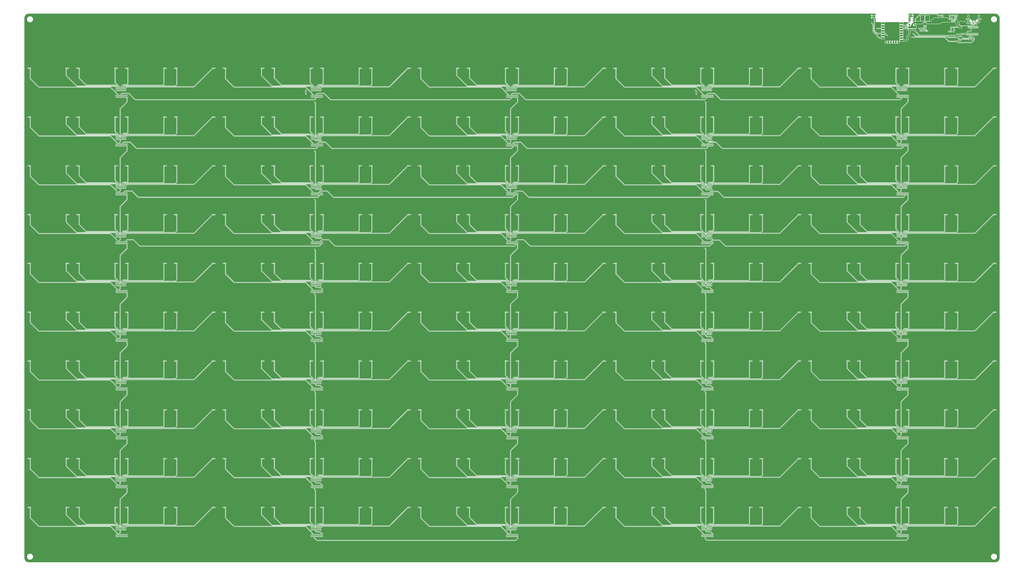
<source format=gbl>
G04 Layer_Physical_Order=4*
G04 Layer_Color=16711680*
%FSLAX25Y25*%
%MOIN*%
G70*
G01*
G75*
%ADD11R,0.02362X0.01969*%
%ADD12O,0.04330X0.07870*%
%ADD13O,0.04720X0.07090*%
%ADD14R,0.07087X0.07087*%
%ADD15C,0.07087*%
%ADD16C,0.05906*%
%ADD17C,0.01969*%
%ADD18C,0.01772*%
%ADD19C,0.01772*%
%ADD20C,0.02362*%
%ADD21C,0.01500*%
%ADD22C,0.01000*%
%ADD23C,0.03937*%
%ADD24C,0.01969*%
%ADD26R,0.03543X0.03150*%
%ADD27R,0.02126X0.02227*%
%ADD28R,0.01970X0.05120*%
%ADD29R,0.01100X0.05120*%
%ADD30R,0.06700X0.04750*%
%ADD31R,0.03175X0.03402*%
%ADD32R,0.03150X0.03150*%
%ADD33R,0.13780X0.09840*%
%ADD34R,0.02360X0.04720*%
%ADD35R,0.08860X0.05710*%
%ADD36O,0.01103X0.03091*%
%ADD37R,0.05315X0.05551*%
%ADD38R,0.03150X0.03543*%
%ADD39R,0.05120X0.14570*%
%ADD40R,0.03940X0.03150*%
%ADD41R,0.03402X0.03175*%
%ADD42O,0.02205X0.06870*%
%ADD43R,0.04921X0.02756*%
%ADD44R,0.05315X0.07087*%
%ADD45R,0.09840X0.05510*%
%ADD46R,0.05510X0.06690*%
%ADD47O,0.02370X0.07760*%
G36*
X2987640Y1750180D02*
X2992960D01*
X2993142Y1750105D01*
X2993177Y1745081D01*
X2992680Y1744650D01*
X2961580D01*
X2956220Y1739290D01*
X2915220D01*
X2915170Y1739240D01*
X2912690Y1741720D01*
Y1742544D01*
X2911866D01*
X2911200Y1743210D01*
Y1746270D01*
X2927800D01*
Y1748660D01*
X2937440Y1758300D01*
X2979000D01*
X2979260Y1758560D01*
X2987640Y1750180D01*
D02*
G37*
G36*
X2891296Y1771409D02*
X2874889Y1755001D01*
X2874557Y1754505D01*
X2874441Y1753920D01*
Y1747450D01*
X2874542Y1746940D01*
X2874327Y1746440D01*
X2873140D01*
X2872750Y1746362D01*
X2872419Y1746141D01*
X2870837Y1744559D01*
X2869760D01*
X2869608Y1745059D01*
X2869891Y1745249D01*
X2870223Y1745745D01*
X2870339Y1746330D01*
Y1754781D01*
X2870223Y1755366D01*
X2869891Y1755862D01*
X2868756Y1756998D01*
X2868893Y1757535D01*
X2869453Y1757767D01*
X2869784Y1757988D01*
X2870212Y1758416D01*
X2870433Y1758747D01*
X2870433Y1758747D01*
X2870665Y1759307D01*
X2870743Y1759697D01*
Y1760303D01*
X2870665Y1760693D01*
X2870433Y1761253D01*
X2870212Y1761584D01*
X2869784Y1762012D01*
X2869453Y1762233D01*
X2869453Y1762233D01*
X2868893Y1762465D01*
X2868503Y1762543D01*
X2868484D01*
X2868483Y1762543D01*
X2867895D01*
X2867505Y1762465D01*
X2866962Y1762241D01*
X2866959Y1762238D01*
X2866947Y1762233D01*
X2866616Y1762012D01*
X2866188Y1761584D01*
X2865967Y1761253D01*
X2865735Y1760693D01*
X2865735Y1760693D01*
X2865198Y1760556D01*
X2863659Y1762095D01*
Y1768133D01*
X2856343D01*
Y1759047D01*
X2858217D01*
Y1748500D01*
X2855108Y1745391D01*
X2855006Y1745408D01*
X2854611Y1745974D01*
X2854624Y1746040D01*
Y1771871D01*
X2891104D01*
X2891296Y1771409D01*
D02*
G37*
G36*
X2921410Y1750220D02*
Y1748040D01*
X2919230D01*
X2909110Y1748070D01*
X2908780D01*
X2907960Y1748890D01*
Y1754370D01*
Y1765470D01*
X2908398Y1765620D01*
X2921410D01*
Y1750220D01*
D02*
G37*
G36*
X2903290Y1746910D02*
X2903320Y1746880D01*
X2903340Y1746860D01*
Y1742544D01*
X2901830D01*
Y1742460D01*
X2901340D01*
X2898250Y1739370D01*
X2897790Y1738910D01*
X2878740D01*
X2878730Y1738920D01*
X2878240Y1739410D01*
Y1740060D01*
X2873150D01*
X2873100Y1740110D01*
X2871770Y1738780D01*
X2868900D01*
Y1734460D01*
X2870190Y1733170D01*
Y1732010D01*
X2873520D01*
X2873778Y1731903D01*
X2874810Y1731767D01*
X2875842Y1731903D01*
X2876100Y1732010D01*
X2877300D01*
X2879100Y1730210D01*
Y1724870D01*
X2878410Y1724180D01*
X2854780D01*
X2854730Y1724130D01*
X2853230Y1725630D01*
Y1729870D01*
X2854560Y1731200D01*
X2861500D01*
Y1733780D01*
X2872240Y1744520D01*
X2873140Y1745420D01*
X2878240D01*
Y1747000D01*
X2903200D01*
X2903290Y1746910D01*
D02*
G37*
G36*
X2840536Y1731344D02*
Y1728579D01*
X2845712D01*
Y1731281D01*
X2845993Y1731506D01*
X2846468Y1731297D01*
Y1728579D01*
X2847272D01*
Y1726941D01*
X2846528D01*
Y1721539D01*
X2849293D01*
X2852088Y1718744D01*
X2852088Y1718744D01*
X2852667Y1718357D01*
X2853350Y1718222D01*
X2853555D01*
X2853641Y1718013D01*
X2854100Y1717415D01*
Y1707288D01*
X2850013Y1703202D01*
X2848901D01*
Y1701951D01*
X2848883Y1701927D01*
X2848584Y1701205D01*
X2848482Y1700430D01*
Y1690286D01*
X2846260Y1688064D01*
X2837070D01*
Y1688695D01*
X2837070Y1688825D01*
Y1689195D01*
X2837070Y1689325D01*
Y1696565D01*
X2837070Y1696705D01*
Y1697065D01*
X2837070Y1697205D01*
Y1704435D01*
X2837070Y1704575D01*
Y1704935D01*
X2837070Y1705075D01*
Y1712315D01*
X2837070Y1712445D01*
Y1712815D01*
X2837070Y1712945D01*
Y1720185D01*
X2837070Y1720325D01*
Y1720685D01*
X2837070Y1720825D01*
Y1722711D01*
X2840596D01*
Y1721539D01*
X2845771D01*
Y1726941D01*
X2840596D01*
Y1725769D01*
X2837070D01*
Y1728065D01*
X2837070Y1728195D01*
Y1728565D01*
X2837070Y1728695D01*
Y1734157D01*
X2837532Y1734349D01*
X2840536Y1731344D01*
D02*
G37*
G36*
X3008620Y1750560D02*
X3013180Y1746000D01*
Y1738130D01*
Y1738080D01*
X3020150Y1731110D01*
X3020330Y1730930D01*
X3026230D01*
X3026260Y1730910D01*
Y1725550D01*
X3026200Y1725490D01*
X3018480D01*
Y1726690D01*
X3010140Y1735030D01*
X3008100Y1737070D01*
Y1741320D01*
Y1741400D01*
X3004970Y1744530D01*
X3004240Y1745260D01*
Y1750620D01*
X3008560D01*
X3008620Y1750560D01*
D02*
G37*
G36*
X3041954Y1740654D02*
X3044644Y1737964D01*
X3056984D01*
X3057040Y1733450D01*
X3056689Y1733094D01*
X3022814D01*
X3019064Y1736844D01*
X3018594Y1737360D01*
Y1746544D01*
X3018694Y1746784D01*
X3035824D01*
X3041954Y1740654D01*
D02*
G37*
G36*
X3136086Y1771719D02*
X3138259Y1771197D01*
X3140324Y1770342D01*
X3142229Y1769174D01*
X3143929Y1767723D01*
X3145380Y1766023D01*
X3146548Y1764118D01*
X3147403Y1762053D01*
X3147925Y1759880D01*
X3148094Y1757736D01*
X3148077Y1757652D01*
Y15748D01*
X3148094Y15664D01*
X3147925Y13520D01*
X3147403Y11347D01*
X3146548Y9282D01*
X3145380Y7377D01*
X3143929Y5677D01*
X3142229Y4226D01*
X3140324Y3058D01*
X3138259Y2203D01*
X3136086Y1681D01*
X3133942Y1513D01*
X3133858Y1529D01*
X15748D01*
X15664Y1513D01*
X13520Y1681D01*
X11347Y2203D01*
X9282Y3058D01*
X7377Y4226D01*
X5677Y5677D01*
X4226Y7377D01*
X3058Y9282D01*
X2203Y11347D01*
X1681Y13520D01*
X1513Y15664D01*
X1529Y15748D01*
Y1757652D01*
X1513Y1757736D01*
X1681Y1759880D01*
X2203Y1762053D01*
X3058Y1764118D01*
X4226Y1766023D01*
X5677Y1767723D01*
X7377Y1769174D01*
X9282Y1770342D01*
X11347Y1771197D01*
X13520Y1771719D01*
X15664Y1771887D01*
X15748Y1771871D01*
X2748196D01*
Y1766814D01*
X2747717Y1766763D01*
X2747696Y1766763D01*
X2740401D01*
Y1757677D01*
X2742530D01*
Y1716877D01*
X2742646Y1716292D01*
X2742978Y1715796D01*
X2747510Y1711263D01*
X2747319Y1710801D01*
X2746727D01*
X2741684Y1715843D01*
Y1737430D01*
X2741684Y1737430D01*
X2741549Y1738113D01*
X2741162Y1738692D01*
X2736442Y1743412D01*
X2735863Y1743798D01*
X2735180Y1743934D01*
X2734497Y1743798D01*
X2733918Y1743412D01*
X2733532Y1742833D01*
X2733396Y1742150D01*
X2733532Y1741467D01*
X2733918Y1740888D01*
X2738116Y1736691D01*
Y1715104D01*
X2738251Y1714421D01*
X2738638Y1713842D01*
X2744316Y1708164D01*
Y1705399D01*
X2749492D01*
Y1708478D01*
X2749967Y1708687D01*
X2750248Y1708461D01*
Y1705399D01*
X2755424D01*
Y1706571D01*
X2765770D01*
Y1705075D01*
X2765770Y1704935D01*
Y1704575D01*
X2765770Y1704435D01*
Y1697205D01*
X2765770Y1697065D01*
Y1696705D01*
X2765770Y1696565D01*
Y1694295D01*
X2761624D01*
X2755393Y1700525D01*
Y1703651D01*
X2750218D01*
Y1698249D01*
X2753344D01*
X2759909Y1691685D01*
X2760405Y1691353D01*
X2760990Y1691237D01*
X2765770D01*
Y1689195D01*
X2777610D01*
Y1696565D01*
X2777610Y1696705D01*
Y1697065D01*
X2777610Y1697205D01*
Y1704435D01*
X2777610Y1704575D01*
Y1704935D01*
X2777610Y1705075D01*
Y1705934D01*
X2778072Y1706125D01*
X2785539Y1698659D01*
X2786035Y1698327D01*
X2786620Y1698211D01*
X2787205Y1698327D01*
X2787701Y1698659D01*
X2788033Y1699155D01*
X2788149Y1699740D01*
X2788033Y1700325D01*
X2787701Y1700821D01*
X2778751Y1709771D01*
X2778255Y1710103D01*
X2777670Y1710219D01*
X2777610D01*
Y1712319D01*
X2777620Y1712815D01*
X2777620Y1712941D01*
Y1720189D01*
X2777620Y1720325D01*
X2777610Y1720821D01*
Y1728065D01*
X2777610Y1728195D01*
Y1728565D01*
X2777610Y1728695D01*
Y1735935D01*
X2777610Y1736075D01*
Y1736435D01*
X2777610Y1736575D01*
Y1743945D01*
X2765770D01*
Y1736575D01*
X2765770Y1736435D01*
Y1736075D01*
X2765770Y1735935D01*
Y1728695D01*
X2765770Y1728565D01*
Y1728195D01*
X2765770Y1728065D01*
Y1725969D01*
X2751540D01*
X2750955Y1725853D01*
X2750459Y1725521D01*
X2750127Y1725025D01*
X2750011Y1724440D01*
X2750127Y1723855D01*
X2750459Y1723359D01*
X2750955Y1723027D01*
X2751540Y1722911D01*
X2765770D01*
Y1720821D01*
X2765770Y1720685D01*
X2765780Y1720189D01*
Y1712941D01*
X2765770Y1712445D01*
X2765770Y1712319D01*
Y1709629D01*
X2755424D01*
Y1710801D01*
X2752298D01*
X2745588Y1717510D01*
Y1757677D01*
X2747696D01*
X2747717Y1757677D01*
X2748196Y1757626D01*
Y1746040D01*
X2748312Y1745455D01*
X2748643Y1744959D01*
X2749140Y1744627D01*
X2749725Y1744511D01*
X2853095D01*
X2853161Y1744524D01*
X2853727Y1744128D01*
X2853744Y1744027D01*
X2851486Y1741769D01*
X2851231Y1741718D01*
X2850652Y1741332D01*
X2850652Y1741332D01*
X2843301Y1733981D01*
X2842946D01*
X2837070Y1739857D01*
Y1743945D01*
X2825230D01*
Y1736575D01*
X2825230Y1736435D01*
X2825230D01*
Y1736075D01*
X2825230D01*
Y1728695D01*
X2825230Y1728565D01*
Y1728195D01*
X2825230Y1728065D01*
Y1720825D01*
X2825230Y1720685D01*
Y1720325D01*
X2825230Y1720185D01*
Y1712945D01*
X2825230Y1712815D01*
Y1712445D01*
X2825230Y1712315D01*
Y1705075D01*
X2825230Y1704935D01*
Y1704575D01*
X2825230Y1704435D01*
Y1697205D01*
X2825230Y1697065D01*
Y1696705D01*
X2825230Y1696565D01*
Y1689325D01*
X2825230Y1689195D01*
Y1688825D01*
X2825230Y1688695D01*
Y1684597D01*
X2824855Y1684295D01*
X2824730Y1684295D01*
X2817491D01*
X2816995Y1684305D01*
X2816849Y1684305D01*
X2809621D01*
X2809485Y1684305D01*
X2808989Y1684295D01*
X2801745D01*
X2801615Y1684295D01*
X2801245D01*
X2801115Y1684295D01*
X2793875D01*
X2793735Y1684295D01*
X2793375D01*
X2793235Y1684295D01*
X2786005D01*
X2785865Y1684295D01*
X2785505D01*
X2785365Y1684295D01*
X2777995D01*
Y1675605D01*
X2785365D01*
X2785505Y1675605D01*
X2785865D01*
X2786005Y1675605D01*
X2793235D01*
X2793375Y1675605D01*
X2793735D01*
X2793875Y1675605D01*
X2801115D01*
X2801245Y1675605D01*
X2801615D01*
X2801745Y1675605D01*
X2808989D01*
X2809125Y1675605D01*
X2809621Y1675615D01*
X2816849D01*
X2817345Y1675605D01*
X2817491Y1675605D01*
X2824855D01*
Y1681013D01*
X2825230Y1681315D01*
X2825355Y1681315D01*
X2837070D01*
Y1682076D01*
X2847500D01*
X2848275Y1682178D01*
X2848997Y1682477D01*
X2849617Y1682953D01*
X2853593Y1686929D01*
X2854069Y1687549D01*
X2854193Y1687848D01*
X2854368Y1688271D01*
X2854470Y1689046D01*
Y1699190D01*
X2859211Y1703931D01*
X2859687Y1704551D01*
X2859811Y1704850D01*
X2859986Y1705273D01*
X2860088Y1706048D01*
Y1717012D01*
X2872219D01*
X2872817Y1716553D01*
X2873055Y1716455D01*
X2873162Y1715917D01*
X2873548Y1715338D01*
X2888335Y1700551D01*
X2888144Y1700089D01*
X2878643D01*
X2869891Y1708841D01*
X2869395Y1709173D01*
X2868810Y1709289D01*
X2868225Y1709173D01*
X2867729Y1708841D01*
X2867397Y1708345D01*
X2867281Y1707760D01*
X2867397Y1707175D01*
X2867729Y1706679D01*
X2876608Y1697799D01*
X2876401Y1697299D01*
X2863370D01*
X2862785Y1697183D01*
X2862289Y1696851D01*
X2861957Y1696355D01*
X2861841Y1695770D01*
X2861957Y1695185D01*
X2862289Y1694689D01*
X2862785Y1694357D01*
X2863370Y1694241D01*
X2970077D01*
X2983139Y1681179D01*
X2983635Y1680847D01*
X2984220Y1680731D01*
X3006342D01*
Y1679882D01*
X3013264D01*
Y1684638D01*
X3006342D01*
Y1683789D01*
X2984854D01*
X2972112Y1696531D01*
X2972319Y1697031D01*
X2977167D01*
X2980018Y1694179D01*
X2980515Y1693847D01*
X2981100Y1693731D01*
X3006412D01*
Y1692882D01*
X3013334D01*
Y1697638D01*
X3006412D01*
Y1696789D01*
X2981734D01*
X2979619Y1698904D01*
X2979811Y1699366D01*
X3006710D01*
X3007393Y1699501D01*
X3007972Y1699888D01*
X3012139Y1704056D01*
X3023160D01*
Y1703515D01*
X3029100D01*
Y1704751D01*
X3031180D01*
Y1703705D01*
X3037120D01*
Y1704496D01*
X3040067D01*
Y1703118D01*
X3040230Y1702298D01*
X3040694Y1701603D01*
X3041390Y1701138D01*
X3042210Y1700975D01*
X3043030Y1701138D01*
X3043726Y1701603D01*
X3044190Y1702298D01*
X3044353Y1703118D01*
Y1707784D01*
X3044190Y1708604D01*
X3043994Y1708898D01*
Y1710361D01*
X3046759Y1713126D01*
X3053190D01*
X3053873Y1713261D01*
X3054452Y1713648D01*
X3058472Y1717668D01*
X3058858Y1718247D01*
X3058994Y1718930D01*
X3058994Y1718930D01*
Y1724623D01*
X3059190Y1724916D01*
X3059353Y1725736D01*
Y1730402D01*
X3059190Y1731222D01*
X3058726Y1731917D01*
X3058085Y1732346D01*
X3058017Y1732429D01*
X3057877Y1732902D01*
X3057984Y1733066D01*
X3057985Y1733069D01*
X3057987Y1733072D01*
X3058023Y1733264D01*
X3058060Y1733456D01*
X3058059Y1733459D01*
X3058060Y1733463D01*
X3058004Y1737977D01*
X3057964Y1738165D01*
X3057963Y1738170D01*
X3058228Y1738600D01*
X3058319Y1738670D01*
X3059631D01*
X3059777Y1738170D01*
X3059079Y1737471D01*
X3058747Y1736975D01*
X3058631Y1736390D01*
X3058747Y1735805D01*
X3059079Y1735309D01*
X3059575Y1734977D01*
X3060160Y1734861D01*
X3060745Y1734977D01*
X3061241Y1735309D01*
X3061389Y1735456D01*
X3061851Y1735264D01*
Y1732474D01*
X3061390Y1732382D01*
X3060694Y1731917D01*
X3060230Y1731222D01*
X3060066Y1730402D01*
Y1725736D01*
X3060230Y1724916D01*
X3060694Y1724221D01*
X3061390Y1723756D01*
X3062210Y1723593D01*
X3063030Y1723756D01*
X3063726Y1724221D01*
X3064190Y1724916D01*
X3064354Y1725736D01*
Y1727736D01*
X3064853Y1727956D01*
X3065067Y1727760D01*
Y1725736D01*
X3065230Y1724916D01*
X3065694Y1724221D01*
X3066390Y1723756D01*
X3067210Y1723593D01*
X3068030Y1723756D01*
X3068726Y1724221D01*
X3069190Y1724916D01*
X3069353Y1725736D01*
Y1730402D01*
X3069190Y1731222D01*
X3068726Y1731917D01*
X3068030Y1732382D01*
X3067210Y1732545D01*
X3066869Y1732825D01*
Y1734921D01*
X3067980D01*
X3068565Y1735037D01*
X3069061Y1735369D01*
X3069393Y1735865D01*
X3069509Y1736450D01*
X3069393Y1737035D01*
X3069061Y1737531D01*
X3068565Y1737863D01*
X3067980Y1737979D01*
X3066869D01*
Y1738670D01*
X3072261D01*
Y1736320D01*
X3072377Y1735735D01*
X3072709Y1735239D01*
X3073205Y1734907D01*
X3073790Y1734791D01*
X3074375Y1734907D01*
X3074871Y1735239D01*
X3075203Y1735735D01*
X3075319Y1736320D01*
Y1738670D01*
X3075795D01*
Y1745790D01*
X3075795D01*
X3075874Y1746257D01*
X3076003D01*
X3076393Y1746335D01*
X3076953Y1746567D01*
X3077284Y1746788D01*
X3077678Y1747182D01*
X3077824Y1747167D01*
X3078178Y1747013D01*
Y1744670D01*
X3078287Y1743844D01*
X3078605Y1743074D01*
X3079113Y1742413D01*
X3079774Y1741905D01*
X3080544Y1741586D01*
X3081370Y1741478D01*
X3082196Y1741586D01*
X3082966Y1741905D01*
X3083627Y1742413D01*
X3084135Y1743074D01*
X3084454Y1743844D01*
X3084562Y1744670D01*
Y1748210D01*
X3084454Y1749036D01*
X3084135Y1749806D01*
X3083627Y1750467D01*
X3082966Y1750975D01*
X3082196Y1751294D01*
X3081370Y1751402D01*
X3080544Y1751294D01*
X3079774Y1750975D01*
X3079113Y1750467D01*
X3078605Y1749806D01*
X3078596Y1749783D01*
X3078055D01*
X3077937Y1750068D01*
X3077716Y1750399D01*
X3077299Y1750816D01*
X3076969Y1751037D01*
X3076425Y1751262D01*
X3076222Y1751302D01*
X3076045Y1751747D01*
X3076047Y1751834D01*
X3076670Y1752457D01*
X3085857D01*
Y1751872D01*
X3089983D01*
Y1756100D01*
X3085857D01*
Y1755515D01*
X3076036D01*
X3075451Y1755399D01*
X3074955Y1755067D01*
X3070169Y1750281D01*
X3069837Y1749785D01*
X3069721Y1749200D01*
Y1745790D01*
X3068839D01*
Y1747570D01*
X3068723Y1748155D01*
X3068391Y1748651D01*
X3066951Y1750091D01*
X3066455Y1750423D01*
X3065870Y1750539D01*
X3064400D01*
X3063815Y1750423D01*
X3063319Y1750091D01*
X3062299Y1749071D01*
X3061967Y1748575D01*
X3061851Y1747990D01*
Y1745790D01*
X3060969D01*
Y1748670D01*
X3060853Y1749255D01*
X3060521Y1749751D01*
X3055205Y1755067D01*
X3054709Y1755399D01*
X3054124Y1755515D01*
X3042643D01*
Y1756100D01*
X3038517D01*
Y1751872D01*
X3042643D01*
Y1752457D01*
X3053490D01*
X3054490Y1751457D01*
X3054253Y1751033D01*
X3054253Y1751033D01*
X3053693Y1751265D01*
X3053303Y1751343D01*
X3052697D01*
X3052307Y1751265D01*
X3052303Y1751263D01*
X3052295Y1751262D01*
X3051752Y1751037D01*
X3051421Y1750816D01*
X3051419Y1750814D01*
X3051416Y1750812D01*
X3050988Y1750384D01*
X3050767Y1750053D01*
X3050660Y1749796D01*
X3050119D01*
X3050115Y1749806D01*
X3049607Y1750467D01*
X3048946Y1750975D01*
X3048176Y1751294D01*
X3047350Y1751402D01*
X3046524Y1751294D01*
X3045754Y1750975D01*
X3045093Y1750467D01*
X3044585Y1749806D01*
X3044267Y1749036D01*
X3044158Y1748210D01*
Y1744670D01*
X3044267Y1743844D01*
X3044585Y1743074D01*
X3045093Y1742413D01*
X3045754Y1741905D01*
X3046524Y1741586D01*
X3047350Y1741478D01*
X3048176Y1741586D01*
X3048946Y1741905D01*
X3049607Y1742413D01*
X3050115Y1743074D01*
X3050434Y1743844D01*
X3050542Y1744670D01*
Y1746983D01*
X3050817Y1747127D01*
X3051042Y1747162D01*
X3051416Y1746788D01*
X3051747Y1746567D01*
X3052307Y1746335D01*
X3052697Y1746257D01*
X3052846D01*
X3052925Y1745790D01*
X3052925Y1745757D01*
Y1738984D01*
X3045067D01*
X3042675Y1741375D01*
X3036545Y1747505D01*
X3036215Y1747726D01*
X3035824Y1747804D01*
X3018694D01*
X3018304Y1747726D01*
X3017973Y1747505D01*
X3017752Y1747174D01*
X3017652Y1746934D01*
X3017575Y1746544D01*
Y1737360D01*
X3017609Y1737188D01*
X3017635Y1737014D01*
X3017648Y1736993D01*
X3017652Y1736970D01*
X3017750Y1736824D01*
X3017841Y1736673D01*
X3018311Y1736157D01*
X3018330Y1736143D01*
X3018343Y1736123D01*
X3022017Y1732450D01*
X3021952Y1732148D01*
X3021828Y1731950D01*
X3021013D01*
X3014200Y1738763D01*
Y1746000D01*
X3014122Y1746390D01*
X3013901Y1746721D01*
X3009281Y1751341D01*
X3008950Y1751562D01*
X3008560Y1751640D01*
X3008006D01*
X3007893Y1752205D01*
X3007589Y1752660D01*
Y1753809D01*
X3011724D01*
Y1759211D01*
X3010665D01*
Y1763035D01*
X3012985D01*
Y1768185D01*
X3007835D01*
Y1765089D01*
X3007723Y1764921D01*
X3007607Y1764336D01*
Y1760985D01*
X3007254Y1760831D01*
X3007107Y1760816D01*
X3005388Y1762535D01*
X3005595Y1763035D01*
X3006285D01*
Y1768185D01*
X3001135D01*
Y1767139D01*
X2996215D01*
Y1768335D01*
X2991065D01*
Y1763185D01*
X2996215D01*
Y1764081D01*
X3001135D01*
Y1763035D01*
X3002181D01*
Y1762050D01*
X3002297Y1761465D01*
X3002629Y1760969D01*
X3003924Y1759673D01*
X3003733Y1759211D01*
X3000616D01*
Y1756085D01*
X3000399Y1755867D01*
X3000067Y1755371D01*
X2999951Y1754786D01*
Y1750660D01*
X2999300D01*
Y1743940D01*
X3003660D01*
Y1743940D01*
X3003984Y1744074D01*
X3007080Y1740978D01*
Y1737070D01*
X3007158Y1736680D01*
X3007379Y1736349D01*
X3009419Y1734309D01*
X3013477Y1730251D01*
X3013285Y1729789D01*
X2991670D01*
X2991085Y1729673D01*
X2990589Y1729341D01*
X2990399Y1729151D01*
X2990067Y1728655D01*
X2989951Y1728070D01*
Y1727760D01*
X2989300D01*
Y1721040D01*
X2989951D01*
Y1716671D01*
X2989838D01*
Y1715625D01*
X2987942D01*
Y1716587D01*
X2982398D01*
Y1711437D01*
X2987942D01*
Y1712567D01*
X2989838D01*
Y1711521D01*
X2995382D01*
Y1716671D01*
X2993009D01*
Y1721040D01*
X2993660D01*
Y1726731D01*
X2999300D01*
Y1721040D01*
X2999951D01*
Y1716761D01*
X2998466D01*
Y1711359D01*
X3003642D01*
Y1716761D01*
X3003009D01*
Y1721040D01*
X3003660D01*
Y1726731D01*
X3016998D01*
X3017460Y1726268D01*
Y1725490D01*
X3017538Y1725100D01*
X3017759Y1724769D01*
X3018090Y1724548D01*
X3018480Y1724470D01*
X3026200D01*
X3026590Y1724548D01*
X3026921Y1724769D01*
X3026981Y1724829D01*
X3027202Y1725160D01*
X3027280Y1725550D01*
Y1730910D01*
X3027260Y1731009D01*
X3027260Y1731110D01*
X3027221Y1731202D01*
X3027202Y1731300D01*
X3027146Y1731384D01*
X3027107Y1731477D01*
X3027036Y1731548D01*
X3027019Y1731575D01*
X3027083Y1731823D01*
X3027217Y1732075D01*
X3045198D01*
X3045465Y1731575D01*
X3045230Y1731222D01*
X3045066Y1730402D01*
Y1725736D01*
X3045230Y1724916D01*
X3045694Y1724221D01*
X3046390Y1723756D01*
X3047210Y1723593D01*
X3048030Y1723756D01*
X3048726Y1724221D01*
X3049190Y1724916D01*
X3049353Y1725736D01*
Y1730402D01*
X3049190Y1731222D01*
X3048955Y1731575D01*
X3049222Y1732075D01*
X3050198D01*
X3050465Y1731575D01*
X3050230Y1731222D01*
X3050067Y1730402D01*
Y1725736D01*
X3050230Y1724916D01*
X3050694Y1724221D01*
X3051390Y1723756D01*
X3052210Y1723593D01*
X3053030Y1723756D01*
X3053726Y1724221D01*
X3054190Y1724916D01*
X3054354Y1725736D01*
Y1730402D01*
X3054190Y1731222D01*
X3053955Y1731575D01*
X3054222Y1732075D01*
X3055198D01*
X3055465Y1731575D01*
X3055230Y1731222D01*
X3055066Y1730402D01*
Y1725736D01*
X3055230Y1724916D01*
X3055426Y1724623D01*
Y1719669D01*
X3052451Y1716694D01*
X3046020D01*
X3045337Y1716558D01*
X3044758Y1716172D01*
X3044758Y1716172D01*
X3040948Y1712362D01*
X3040561Y1711783D01*
X3040426Y1711100D01*
Y1708898D01*
X3040230Y1708604D01*
X3040122Y1708064D01*
X3037120D01*
Y1708855D01*
X3031180D01*
Y1707809D01*
X3029100D01*
Y1708665D01*
X3023160D01*
Y1707624D01*
X3011400D01*
X3010717Y1707488D01*
X3010138Y1707102D01*
X3005971Y1702934D01*
X2890999D01*
X2877398Y1716536D01*
X2877431Y1717035D01*
X2877629Y1717187D01*
X2878263Y1718013D01*
X2878661Y1718974D01*
X2878797Y1720006D01*
X2878661Y1721038D01*
X2878263Y1721999D01*
X2877756Y1722660D01*
X2877972Y1723160D01*
X2878410D01*
X2878800Y1723238D01*
X2879131Y1723459D01*
X2879821Y1724149D01*
X2880042Y1724480D01*
X2880120Y1724870D01*
Y1730210D01*
X2880042Y1730600D01*
X2879821Y1730931D01*
X2878021Y1732731D01*
X2877962Y1733369D01*
X2878263Y1733761D01*
X2878661Y1734722D01*
X2878797Y1735754D01*
X2878661Y1736786D01*
X2878386Y1737451D01*
X2878740Y1737890D01*
X2897790D01*
X2898180Y1737968D01*
X2898511Y1738189D01*
X2901762Y1741440D01*
X2901830D01*
X2902220Y1741518D01*
X2902230Y1741525D01*
X2903340D01*
X2903730Y1741602D01*
X2904061Y1741823D01*
X2904573Y1741849D01*
X2904685Y1741775D01*
X2905290Y1741654D01*
X2905895Y1741775D01*
X2906409Y1742118D01*
X2906752Y1742631D01*
X2906872Y1743236D01*
Y1745224D01*
X2906819Y1745488D01*
Y1747786D01*
X2906822Y1747790D01*
X2906840Y1747880D01*
X2906897Y1747921D01*
X2907170Y1748010D01*
X2907331Y1748023D01*
X2907701Y1747673D01*
Y1745488D01*
X2907648Y1745224D01*
Y1743236D01*
X2907768Y1742631D01*
X2908111Y1742118D01*
X2908625Y1741775D01*
X2909230Y1741654D01*
X2909835Y1741775D01*
X2910215Y1742028D01*
X2910595Y1741775D01*
X2911200Y1741654D01*
X2911353Y1741685D01*
X2911476Y1741602D01*
X2911703Y1741557D01*
X2911748Y1741330D01*
X2911969Y1740999D01*
X2914449Y1738519D01*
X2914780Y1738298D01*
X2915170Y1738220D01*
X2915421Y1738270D01*
X2956220D01*
X2956610Y1738348D01*
X2956941Y1738569D01*
X2962002Y1743630D01*
X2992680D01*
X2992840Y1743662D01*
X2993002Y1743683D01*
X2993034Y1743701D01*
X2993070Y1743708D01*
X2993206Y1743799D01*
X2993216Y1743805D01*
X2993660Y1743940D01*
D01*
X2993815Y1744027D01*
X2994300Y1743940D01*
Y1743940D01*
X2998660D01*
Y1750660D01*
X2998009D01*
Y1754456D01*
X2997893Y1755041D01*
X2997561Y1755537D01*
X2997094Y1756005D01*
Y1759131D01*
X2991918D01*
Y1753729D01*
X2994951D01*
Y1751014D01*
X2994597Y1750660D01*
X2994442Y1750660D01*
X2994295Y1750662D01*
X2993866Y1750820D01*
X2993860Y1750829D01*
X2993859Y1750830D01*
X2993858Y1750831D01*
X2993691Y1750941D01*
X2993529Y1751049D01*
X2993347Y1751123D01*
X2993153Y1751161D01*
X2992960Y1751200D01*
X2988062D01*
X2986033Y1753229D01*
X2986240Y1753729D01*
X2986382Y1753729D01*
X2991162D01*
Y1759131D01*
X2988469D01*
Y1763185D01*
X2989515D01*
Y1768335D01*
X2984365D01*
Y1763185D01*
X2985411D01*
Y1758064D01*
X2985527Y1757479D01*
X2985859Y1756983D01*
X2985986Y1756855D01*
Y1754129D01*
X2985986Y1753983D01*
X2985486Y1753775D01*
X2979981Y1759281D01*
X2979650Y1759502D01*
X2979260Y1759580D01*
X2978870Y1759502D01*
X2978597Y1759320D01*
X2966285D01*
Y1762779D01*
X2967344D01*
Y1768181D01*
X2962168D01*
Y1762779D01*
X2963227D01*
Y1759320D01*
X2937440D01*
X2937050Y1759242D01*
X2936719Y1759021D01*
X2927079Y1749381D01*
X2926858Y1749050D01*
X2926780Y1748660D01*
Y1747290D01*
X2922713D01*
X2922605Y1747397D01*
X2922380Y1747790D01*
X2922430Y1748040D01*
Y1750220D01*
Y1765620D01*
X2922352Y1766010D01*
X2922131Y1766341D01*
X2921800Y1766562D01*
X2921410Y1766640D01*
X2908398D01*
X2908233Y1766607D01*
X2908067Y1766585D01*
X2907630Y1766434D01*
X2907602Y1766418D01*
X2907570Y1766412D01*
X2907430Y1766319D01*
X2907286Y1766235D01*
X2907266Y1766209D01*
X2907239Y1766191D01*
X2907146Y1766052D01*
X2907044Y1765918D01*
X2907042Y1765911D01*
X2906919Y1765844D01*
X2906519Y1765776D01*
X2906491Y1765781D01*
X2906211Y1766061D01*
X2905880Y1766282D01*
X2905490Y1766360D01*
X2905100Y1766282D01*
X2905096Y1766280D01*
X2893030D01*
X2892640Y1766202D01*
X2892309Y1765981D01*
X2892088Y1765650D01*
X2892010Y1765260D01*
Y1751000D01*
Y1748180D01*
X2891879Y1748020D01*
X2878240D01*
X2877999Y1747972D01*
X2877598Y1748206D01*
X2877499Y1748309D01*
Y1753287D01*
X2893904Y1769691D01*
X2944253D01*
X2947858Y1766085D01*
Y1762959D01*
X2953034D01*
Y1763951D01*
X2956236D01*
Y1762779D01*
X2961411D01*
Y1768181D01*
X2956236D01*
Y1767009D01*
X2953034D01*
Y1768361D01*
X2949908D01*
X2946860Y1771409D01*
X2947052Y1771871D01*
X3133858D01*
X3133942Y1771887D01*
X3136086Y1771719D01*
D02*
G37*
G36*
X2905880Y1764950D02*
Y1748180D01*
X2905290Y1748060D01*
X2895970D01*
X2893030Y1748180D01*
Y1750090D01*
Y1751000D01*
Y1765260D01*
X2905410D01*
X2905490Y1765340D01*
X2905880Y1764950D01*
D02*
G37*
%LPC*%
G36*
X2868503Y1769643D02*
X2867897D01*
X2867507Y1769565D01*
X2866947Y1769333D01*
X2866616Y1769112D01*
X2866188Y1768684D01*
X2865967Y1768353D01*
X2865735Y1767793D01*
X2865657Y1767403D01*
Y1766797D01*
X2865735Y1766407D01*
X2865967Y1765847D01*
X2866188Y1765516D01*
X2866616Y1765088D01*
X2866947Y1764867D01*
X2867507Y1764635D01*
X2867897Y1764557D01*
X2868503D01*
X2868893Y1764635D01*
X2869453Y1764867D01*
X2869784Y1765088D01*
X2870212Y1765516D01*
X2870433Y1765847D01*
X2870433Y1765847D01*
X2870665Y1766407D01*
X2870743Y1766797D01*
Y1767403D01*
X2870665Y1767793D01*
X2870433Y1768353D01*
X2870212Y1768684D01*
X2869784Y1769112D01*
X2869453Y1769333D01*
X2869453Y1769333D01*
X2868893Y1769565D01*
X2868503Y1769643D01*
D02*
G37*
G36*
X2207879Y565271D02*
X2207026Y565101D01*
X2206303Y564618D01*
X2205820Y563896D01*
X2205651Y563043D01*
Y557653D01*
X2205820Y556801D01*
X2206303Y556078D01*
X2207026Y555595D01*
X2207879Y555425D01*
X2208731Y555595D01*
X2209454Y556078D01*
X2209937Y556801D01*
X2210107Y557653D01*
Y563043D01*
X2209937Y563896D01*
X2209454Y564618D01*
X2208731Y565101D01*
X2207879Y565271D01*
D02*
G37*
G36*
X2202879D02*
X2202026Y565101D01*
X2201303Y564618D01*
X2200821Y563896D01*
X2200651Y563043D01*
Y557653D01*
X2200821Y556801D01*
X2201303Y556078D01*
X2202026Y555595D01*
X2202879Y555425D01*
X2203731Y555595D01*
X2204454Y556078D01*
X2204937Y556801D01*
X2205107Y557653D01*
Y563043D01*
X2204937Y563896D01*
X2204454Y564618D01*
X2203731Y565101D01*
X2202879Y565271D01*
D02*
G37*
G36*
X2817800D02*
X2816947Y565101D01*
X2816225Y564618D01*
X2815742Y563896D01*
X2815572Y563043D01*
Y557653D01*
X2815742Y556801D01*
X2816225Y556078D01*
X2816947Y555595D01*
X2817800Y555425D01*
X2818653Y555595D01*
X2819375Y556078D01*
X2819858Y556801D01*
X2820028Y557653D01*
Y563043D01*
X2819858Y563896D01*
X2819375Y564618D01*
X2818653Y565101D01*
X2817800Y565271D01*
D02*
G37*
G36*
X2217879D02*
X2217026Y565101D01*
X2216303Y564618D01*
X2215821Y563896D01*
X2215651Y563043D01*
Y557653D01*
X2215821Y556801D01*
X2216303Y556078D01*
X2217026Y555595D01*
X2217879Y555425D01*
X2218731Y555595D01*
X2219454Y556078D01*
X2219937Y556801D01*
X2220107Y557653D01*
Y563043D01*
X2219937Y563896D01*
X2219454Y564618D01*
X2218731Y565101D01*
X2217879Y565271D01*
D02*
G37*
G36*
X2212879D02*
X2212026Y565101D01*
X2211303Y564618D01*
X2210821Y563896D01*
X2210651Y563043D01*
Y557653D01*
X2210821Y556801D01*
X2211303Y556078D01*
X2212026Y555595D01*
X2212879Y555425D01*
X2213731Y555595D01*
X2214454Y556078D01*
X2214937Y556801D01*
X2215107Y557653D01*
Y563043D01*
X2214937Y563896D01*
X2214454Y564618D01*
X2213731Y565101D01*
X2212879Y565271D01*
D02*
G37*
G36*
X1577958D02*
X1577105Y565101D01*
X1576382Y564618D01*
X1575899Y563896D01*
X1575730Y563043D01*
Y557653D01*
X1575899Y556801D01*
X1576382Y556078D01*
X1577105Y555595D01*
X1577958Y555425D01*
X1578810Y555595D01*
X1579533Y556078D01*
X1580016Y556801D01*
X1580185Y557653D01*
Y563043D01*
X1580016Y563896D01*
X1579533Y564618D01*
X1578810Y565101D01*
X1577958Y565271D01*
D02*
G37*
G36*
X1572958D02*
X1572105Y565101D01*
X1571382Y564618D01*
X1570899Y563896D01*
X1570730Y563043D01*
Y557653D01*
X1570899Y556801D01*
X1571382Y556078D01*
X1572105Y555595D01*
X1572958Y555425D01*
X1573810Y555595D01*
X1574533Y556078D01*
X1575016Y556801D01*
X1575185Y557653D01*
Y563043D01*
X1575016Y563896D01*
X1574533Y564618D01*
X1573810Y565101D01*
X1572958Y565271D01*
D02*
G37*
G36*
X1557957D02*
X1557105Y565101D01*
X1556382Y564618D01*
X1555899Y563896D01*
X1555730Y563043D01*
Y557653D01*
X1555899Y556801D01*
X1556382Y556078D01*
X1557105Y555595D01*
X1557957Y555425D01*
X1558810Y555595D01*
X1559533Y556078D01*
X1560016Y556801D01*
X1560185Y557653D01*
Y563043D01*
X1560016Y563896D01*
X1559533Y564618D01*
X1558810Y565101D01*
X1557957Y565271D01*
D02*
G37*
G36*
X2187879D02*
X2187026Y565101D01*
X2186303Y564618D01*
X2185821Y563896D01*
X2185651Y563043D01*
Y557653D01*
X2185821Y556801D01*
X2186303Y556078D01*
X2187026Y555595D01*
X2187879Y555425D01*
X2188731Y555595D01*
X2189454Y556078D01*
X2189937Y556801D01*
X2190107Y557653D01*
Y563043D01*
X2189937Y563896D01*
X2189454Y564618D01*
X2188731Y565101D01*
X2187879Y565271D01*
D02*
G37*
G36*
X1587957D02*
X1587105Y565101D01*
X1586382Y564618D01*
X1585899Y563896D01*
X1585730Y563043D01*
Y557653D01*
X1585899Y556801D01*
X1586382Y556078D01*
X1587105Y555595D01*
X1587957Y555425D01*
X1588810Y555595D01*
X1589533Y556078D01*
X1590016Y556801D01*
X1590185Y557653D01*
Y563043D01*
X1590016Y563896D01*
X1589533Y564618D01*
X1588810Y565101D01*
X1587957Y565271D01*
D02*
G37*
G36*
X1582957D02*
X1582105Y565101D01*
X1581382Y564618D01*
X1580899Y563896D01*
X1580730Y563043D01*
Y557653D01*
X1580899Y556801D01*
X1581382Y556078D01*
X1582105Y555595D01*
X1582957Y555425D01*
X1583810Y555595D01*
X1584533Y556078D01*
X1585016Y556801D01*
X1585185Y557653D01*
Y563043D01*
X1585016Y563896D01*
X1584533Y564618D01*
X1583810Y565101D01*
X1582957Y565271D01*
D02*
G37*
G36*
X2832800D02*
X2831947Y565101D01*
X2831225Y564618D01*
X2830742Y563896D01*
X2830572Y563043D01*
Y557653D01*
X2830742Y556801D01*
X2831225Y556078D01*
X2831947Y555595D01*
X2832800Y555425D01*
X2833653Y555595D01*
X2834375Y556078D01*
X2834858Y556801D01*
X2835028Y557653D01*
Y563043D01*
X2834858Y563896D01*
X2834375Y564618D01*
X2833653Y565101D01*
X2832800Y565271D01*
D02*
G37*
G36*
X2852800Y722751D02*
X2851947Y722582D01*
X2851225Y722099D01*
X2850742Y721376D01*
X2850572Y720523D01*
Y715134D01*
X2850742Y714281D01*
X2851225Y713558D01*
X2851271Y713528D01*
Y700132D01*
X2829219Y678080D01*
X2828887Y677584D01*
X2828771Y676998D01*
Y592564D01*
X2828309Y592372D01*
X2815400Y605281D01*
Y648834D01*
X2819989D01*
Y649289D01*
X2822440D01*
X2823025Y649405D01*
X2823522Y649737D01*
X2823853Y650233D01*
X2823970Y650818D01*
X2823853Y651403D01*
X2823522Y651899D01*
X2823025Y652231D01*
X2822440Y652348D01*
X2819989D01*
Y652802D01*
X2811690D01*
Y648834D01*
X2812341D01*
Y604647D01*
X2812458Y604062D01*
X2812789Y603566D01*
X2826271Y590085D01*
Y586189D01*
X2826225Y586158D01*
X2825742Y585435D01*
X2825572Y584583D01*
Y579193D01*
X2825742Y578341D01*
X2826225Y577618D01*
X2826947Y577135D01*
X2827800Y576965D01*
X2828271Y577059D01*
X2828771Y576658D01*
Y570232D01*
X2826719Y568180D01*
X2826387Y567684D01*
X2826271Y567098D01*
Y564649D01*
X2826225Y564618D01*
X2825742Y563896D01*
X2825572Y563043D01*
Y557653D01*
X2825742Y556801D01*
X2826225Y556078D01*
X2826947Y555595D01*
X2827800Y555425D01*
X2828653Y555595D01*
X2829375Y556078D01*
X2829858Y556801D01*
X2830028Y557653D01*
Y563043D01*
X2829858Y563896D01*
X2829375Y564618D01*
X2829329Y564649D01*
Y566465D01*
X2831381Y568517D01*
X2831713Y569013D01*
X2831829Y569598D01*
Y576658D01*
X2832329Y577059D01*
X2832800Y576965D01*
X2833653Y577135D01*
X2834375Y577618D01*
X2834858Y578341D01*
X2835028Y579193D01*
Y584583D01*
X2834858Y585435D01*
X2834375Y586158D01*
X2834329Y586189D01*
Y589585D01*
X2841133Y596389D01*
X2842454D01*
X2842646Y595927D01*
X2836719Y590000D01*
X2836387Y589503D01*
X2836271Y588918D01*
Y586189D01*
X2836225Y586158D01*
X2835742Y585435D01*
X2835572Y584583D01*
Y579193D01*
X2835742Y578341D01*
X2836225Y577618D01*
X2836947Y577135D01*
X2837800Y576965D01*
X2838653Y577135D01*
X2839375Y577618D01*
X2839858Y578341D01*
X2840028Y579193D01*
Y584583D01*
X2839858Y585435D01*
X2839375Y586158D01*
X2839329Y586189D01*
Y588285D01*
X2844934Y593889D01*
X2845654D01*
X2845846Y593427D01*
X2841719Y589300D01*
X2841387Y588803D01*
X2841271Y588218D01*
Y586189D01*
X2841225Y586158D01*
X2840742Y585435D01*
X2840572Y584583D01*
Y579193D01*
X2840742Y578341D01*
X2841225Y577618D01*
X2841947Y577135D01*
X2842800Y576965D01*
X2843653Y577135D01*
X2844375Y577618D01*
X2844858Y578341D01*
X2845028Y579193D01*
Y584583D01*
X2844858Y585435D01*
X2844375Y586158D01*
X2844329Y586189D01*
Y587585D01*
X2848233Y591489D01*
X2850354D01*
X2850546Y591027D01*
X2846719Y587200D01*
X2846387Y586703D01*
X2846287Y586200D01*
X2846225Y586158D01*
X2845742Y585435D01*
X2845572Y584583D01*
Y579193D01*
X2845742Y578341D01*
X2846225Y577618D01*
X2846947Y577135D01*
X2847800Y576965D01*
X2848653Y577135D01*
X2849375Y577618D01*
X2849858Y578341D01*
X2850028Y579193D01*
Y584583D01*
X2849858Y585435D01*
X2849627Y585782D01*
X2853033Y589189D01*
X3068731D01*
X3069317Y589305D01*
X3069813Y589637D01*
X3129010Y648834D01*
X3134950D01*
Y649289D01*
X3137401D01*
X3137986Y649405D01*
X3138482Y649737D01*
X3138814Y650233D01*
X3138930Y650818D01*
X3138814Y651403D01*
X3138482Y651899D01*
X3137986Y652231D01*
X3137401Y652348D01*
X3134950D01*
Y652802D01*
X3126650D01*
Y650800D01*
X3068098Y592247D01*
X3009746D01*
X3009554Y592709D01*
X3013981Y597136D01*
X3014312Y597632D01*
X3014429Y598217D01*
Y648834D01*
X3015080D01*
Y652802D01*
X3006781D01*
Y652348D01*
X3004330D01*
X3003745Y652231D01*
X3003248Y651900D01*
X3002917Y651403D01*
X3002801Y650818D01*
X3002917Y650233D01*
X3003248Y649737D01*
X3003745Y649405D01*
X3004330Y649289D01*
X3006781D01*
Y648834D01*
X3011370D01*
Y598851D01*
X3007067Y594548D01*
X2970346D01*
X2970154Y595010D01*
X2972433Y597288D01*
X2972764Y597784D01*
X2972881Y598369D01*
Y648834D01*
X2977469D01*
Y649289D01*
X2979921D01*
X2980506Y649405D01*
X2981002Y649737D01*
X2981333Y650233D01*
X2981450Y650818D01*
X2981333Y651403D01*
X2981002Y651899D01*
X2980506Y652231D01*
X2979921Y652348D01*
X2977469D01*
Y652802D01*
X2969170D01*
Y648834D01*
X2969822D01*
Y599003D01*
X2967767Y596947D01*
X2854146D01*
X2853954Y597409D01*
X2856500Y599956D01*
X2856832Y600452D01*
X2856948Y601037D01*
Y648834D01*
X2857600D01*
Y652802D01*
X2849301D01*
Y652348D01*
X2846850D01*
X2846264Y652231D01*
X2845768Y651900D01*
X2845437Y651403D01*
X2845320Y650818D01*
X2845437Y650233D01*
X2845768Y649737D01*
X2846264Y649405D01*
X2846850Y649289D01*
X2849301D01*
Y648834D01*
X2853889D01*
Y601671D01*
X2851666Y599447D01*
X2840500D01*
X2839915Y599331D01*
X2839419Y599000D01*
X2832291Y591872D01*
X2831829Y592064D01*
Y676365D01*
X2853881Y698417D01*
X2854213Y698913D01*
X2854329Y699498D01*
Y713528D01*
X2854375Y713558D01*
X2854858Y714281D01*
X2855028Y715134D01*
Y720523D01*
X2854858Y721376D01*
X2854375Y722099D01*
X2853653Y722582D01*
X2852800Y722751D01*
D02*
G37*
G36*
X180435Y652802D02*
X172135D01*
Y652348D01*
X169684D01*
X169099Y652231D01*
X168603Y651900D01*
X168271Y651403D01*
X168155Y650818D01*
X168271Y650233D01*
X168603Y649737D01*
X169099Y649405D01*
X169684Y649289D01*
X172135D01*
Y648834D01*
X176724D01*
Y618980D01*
X176841Y618394D01*
X177172Y617898D01*
X200023Y595048D01*
X200021Y595001D01*
X199866Y594548D01*
X171649D01*
X138235Y627961D01*
Y648834D01*
X142824D01*
Y649289D01*
X145275D01*
X145860Y649405D01*
X146356Y649737D01*
X146688Y650233D01*
X146804Y650818D01*
X146688Y651403D01*
X146356Y651899D01*
X145860Y652231D01*
X145275Y652348D01*
X142824D01*
Y652802D01*
X134524D01*
Y648834D01*
X135176D01*
Y627328D01*
X135293Y626742D01*
X135624Y626246D01*
X169933Y591937D01*
X170430Y591605D01*
X170720Y591547D01*
X170670Y591047D01*
X49049D01*
X22303Y617793D01*
Y648834D01*
X22954D01*
Y652802D01*
X14655D01*
Y652348D01*
X12204D01*
X11619Y652231D01*
X11123Y651900D01*
X10791Y651403D01*
X10675Y650818D01*
X10791Y650233D01*
X11123Y649737D01*
X11619Y649405D01*
X12204Y649289D01*
X14655D01*
Y648834D01*
X19244D01*
Y617160D01*
X19360Y616575D01*
X19692Y616078D01*
X47333Y588437D01*
X47830Y588105D01*
X48415Y587989D01*
X278782D01*
X301586Y565185D01*
Y564649D01*
X301540Y564618D01*
X301057Y563896D01*
X300887Y563043D01*
Y557653D01*
X301057Y556801D01*
X301540Y556078D01*
X302262Y555595D01*
X303115Y555425D01*
X303967Y555595D01*
X304690Y556078D01*
X305173Y556801D01*
X305343Y557653D01*
Y563043D01*
X305173Y563896D01*
X304690Y564618D01*
X304644Y564649D01*
Y565818D01*
X304528Y566403D01*
X304196Y566900D01*
X280496Y590600D01*
X280000Y590931D01*
X279711Y590989D01*
X279760Y591489D01*
X294081D01*
X296586Y588985D01*
Y586189D01*
X296540Y586158D01*
X296057Y585435D01*
X295887Y584583D01*
Y579193D01*
X296057Y578341D01*
X296540Y577618D01*
X297262Y577135D01*
X298115Y576965D01*
X298968Y577135D01*
X299690Y577618D01*
X300173Y578341D01*
X300343Y579193D01*
Y584583D01*
X300173Y585435D01*
X299690Y586158D01*
X299644Y586189D01*
Y589618D01*
X299528Y590203D01*
X299196Y590700D01*
X295807Y594089D01*
X295809Y594135D01*
X295964Y594589D01*
X296582D01*
X301586Y589585D01*
Y586189D01*
X301540Y586158D01*
X301057Y585435D01*
X300887Y584583D01*
Y579193D01*
X301057Y578341D01*
X301540Y577618D01*
X302262Y577135D01*
X303115Y576965D01*
X303967Y577135D01*
X304690Y577618D01*
X305173Y578341D01*
X305343Y579193D01*
Y584583D01*
X305173Y585435D01*
X304690Y586158D01*
X304644Y586189D01*
Y590218D01*
X304528Y590803D01*
X304196Y591300D01*
X298296Y597200D01*
X297800Y597531D01*
X297215Y597647D01*
X201748D01*
X179783Y619613D01*
Y648834D01*
X180435D01*
Y652802D01*
D02*
G37*
G36*
X2197879Y722751D02*
X2197026Y722582D01*
X2196303Y722099D01*
X2195820Y721376D01*
X2195651Y720523D01*
Y715134D01*
X2195820Y714281D01*
X2196303Y713558D01*
X2196349Y713528D01*
Y708962D01*
X2196466Y708377D01*
X2196797Y707881D01*
X2198871Y705807D01*
Y592542D01*
X2198409Y592351D01*
X2185479Y605281D01*
Y648834D01*
X2190068D01*
Y649289D01*
X2192519D01*
X2193104Y649405D01*
X2193600Y649737D01*
X2193932Y650233D01*
X2194048Y650818D01*
X2193932Y651403D01*
X2193600Y651899D01*
X2193104Y652231D01*
X2192519Y652348D01*
X2190068D01*
Y652802D01*
X2181768D01*
Y648834D01*
X2182420D01*
Y604647D01*
X2182537Y604062D01*
X2182868Y603566D01*
X2196349Y590085D01*
Y586189D01*
X2196303Y586158D01*
X2195820Y585435D01*
X2195651Y584583D01*
Y579193D01*
X2195820Y578341D01*
X2196303Y577618D01*
X2197026Y577135D01*
X2197879Y576965D01*
X2198371Y577063D01*
X2198871Y576673D01*
Y575341D01*
X2198987Y574756D01*
X2199319Y574260D01*
X2202319Y571259D01*
X2202815Y570928D01*
X2203400Y570812D01*
X2215466D01*
X2221190Y565088D01*
X2221303Y564618D01*
X2220820Y563896D01*
X2220651Y563043D01*
Y557653D01*
X2220820Y556801D01*
X2221303Y556078D01*
X2222026Y555595D01*
X2222879Y555425D01*
X2223731Y555595D01*
X2224454Y556078D01*
X2224937Y556801D01*
X2225107Y557653D01*
Y563043D01*
X2224937Y563896D01*
X2224454Y564618D01*
X2224408Y564649D01*
Y565562D01*
X2224292Y566148D01*
X2223960Y566644D01*
X2217181Y573422D01*
X2216685Y573754D01*
X2216100Y573870D01*
X2204033D01*
X2201929Y575974D01*
Y576644D01*
X2202429Y577055D01*
X2202879Y576965D01*
X2203731Y577135D01*
X2204454Y577618D01*
X2204937Y578341D01*
X2205107Y579193D01*
Y584583D01*
X2204937Y585435D01*
X2204454Y586158D01*
X2204408Y586189D01*
Y589585D01*
X2211212Y596389D01*
X2212533D01*
X2212724Y595927D01*
X2206797Y590000D01*
X2206466Y589503D01*
X2206349Y588918D01*
Y586189D01*
X2206303Y586158D01*
X2205820Y585435D01*
X2205651Y584583D01*
Y579193D01*
X2205820Y578341D01*
X2206303Y577618D01*
X2207026Y577135D01*
X2207879Y576965D01*
X2208731Y577135D01*
X2209454Y577618D01*
X2209937Y578341D01*
X2210107Y579193D01*
Y584583D01*
X2209937Y585435D01*
X2209454Y586158D01*
X2209408Y586189D01*
Y588285D01*
X2215012Y593889D01*
X2215733D01*
X2215924Y593427D01*
X2211797Y589300D01*
X2211466Y588803D01*
X2211349Y588218D01*
Y586189D01*
X2211303Y586158D01*
X2210821Y585435D01*
X2210651Y584583D01*
Y579193D01*
X2210821Y578341D01*
X2211303Y577618D01*
X2212026Y577135D01*
X2212879Y576965D01*
X2213731Y577135D01*
X2214454Y577618D01*
X2214937Y578341D01*
X2215107Y579193D01*
Y584583D01*
X2214937Y585435D01*
X2214454Y586158D01*
X2214408Y586189D01*
Y587585D01*
X2218312Y591489D01*
X2220433D01*
X2220625Y591027D01*
X2216797Y587200D01*
X2216466Y586703D01*
X2216366Y586200D01*
X2216303Y586158D01*
X2215821Y585435D01*
X2215651Y584583D01*
Y579193D01*
X2215821Y578341D01*
X2216303Y577618D01*
X2217026Y577135D01*
X2217879Y576965D01*
X2218731Y577135D01*
X2219454Y577618D01*
X2219937Y578341D01*
X2220107Y579193D01*
Y584583D01*
X2219937Y585435D01*
X2219706Y585782D01*
X2223112Y589189D01*
X2438810D01*
X2439396Y589305D01*
X2439892Y589637D01*
X2499089Y648834D01*
X2505028D01*
Y649289D01*
X2507479D01*
X2508065Y649405D01*
X2508561Y649737D01*
X2508892Y650233D01*
X2509009Y650818D01*
X2508892Y651403D01*
X2508561Y651899D01*
X2508065Y652231D01*
X2507479Y652348D01*
X2505028D01*
Y652802D01*
X2496729D01*
Y650800D01*
X2438177Y592247D01*
X2379824D01*
X2379633Y592709D01*
X2384059Y597136D01*
X2384391Y597632D01*
X2384507Y598217D01*
Y648834D01*
X2385159D01*
Y652802D01*
X2376860D01*
Y652348D01*
X2374409D01*
X2373823Y652231D01*
X2373327Y651900D01*
X2372996Y651403D01*
X2372879Y650818D01*
X2372996Y650233D01*
X2373327Y649737D01*
X2373823Y649405D01*
X2374409Y649289D01*
X2376860D01*
Y648834D01*
X2381449D01*
Y598851D01*
X2377145Y594548D01*
X2340424D01*
X2340233Y595010D01*
X2342511Y597288D01*
X2342843Y597784D01*
X2342959Y598369D01*
Y648834D01*
X2347548D01*
Y649289D01*
X2349999D01*
X2350584Y649405D01*
X2351081Y649737D01*
X2351412Y650233D01*
X2351529Y650818D01*
X2351412Y651403D01*
X2351081Y651899D01*
X2350584Y652231D01*
X2349999Y652348D01*
X2347548D01*
Y652802D01*
X2339249D01*
Y648834D01*
X2339901D01*
Y599003D01*
X2337845Y596947D01*
X2224224D01*
X2224033Y597409D01*
X2226579Y599956D01*
X2226911Y600452D01*
X2227027Y601037D01*
Y648834D01*
X2227679D01*
Y652802D01*
X2219379D01*
Y652348D01*
X2216928D01*
X2216343Y652231D01*
X2215847Y651900D01*
X2215515Y651403D01*
X2215399Y650818D01*
X2215515Y650233D01*
X2215847Y649737D01*
X2216343Y649405D01*
X2216928Y649289D01*
X2219379D01*
Y648834D01*
X2223968D01*
Y601671D01*
X2221745Y599447D01*
X2210579D01*
X2209994Y599331D01*
X2209497Y599000D01*
X2202391Y591894D01*
X2201929Y592085D01*
Y706441D01*
X2201813Y707026D01*
X2201481Y707522D01*
X2199408Y709596D01*
Y713528D01*
X2199454Y713558D01*
X2199937Y714281D01*
X2200107Y715134D01*
Y720523D01*
X2199937Y721376D01*
X2199454Y722099D01*
X2198731Y722582D01*
X2197879Y722751D01*
D02*
G37*
G36*
X1592957D02*
X1592105Y722582D01*
X1591382Y722099D01*
X1590899Y721376D01*
X1590730Y720523D01*
Y715134D01*
X1590899Y714281D01*
X1591382Y713558D01*
X1591428Y713528D01*
Y700132D01*
X1569376Y678080D01*
X1569044Y677584D01*
X1568928Y676998D01*
Y592564D01*
X1568466Y592372D01*
X1555558Y605281D01*
Y648834D01*
X1560147D01*
Y649289D01*
X1562598D01*
X1563183Y649405D01*
X1563679Y649737D01*
X1564011Y650233D01*
X1564127Y650818D01*
X1564011Y651403D01*
X1563679Y651899D01*
X1563183Y652231D01*
X1562598Y652348D01*
X1560147D01*
Y652802D01*
X1551847D01*
Y648834D01*
X1552499D01*
Y604647D01*
X1552615Y604062D01*
X1552947Y603566D01*
X1566428Y590085D01*
Y586189D01*
X1566382Y586158D01*
X1565899Y585435D01*
X1565730Y584583D01*
Y579193D01*
X1565899Y578341D01*
X1566382Y577618D01*
X1567105Y577135D01*
X1567957Y576965D01*
X1568428Y577059D01*
X1568928Y576658D01*
Y570232D01*
X1566876Y568180D01*
X1566545Y567684D01*
X1566428Y567098D01*
Y564649D01*
X1566382Y564618D01*
X1565899Y563896D01*
X1565730Y563043D01*
Y557653D01*
X1565899Y556801D01*
X1566382Y556078D01*
X1567105Y555595D01*
X1567957Y555425D01*
X1568810Y555595D01*
X1569533Y556078D01*
X1570016Y556801D01*
X1570185Y557653D01*
Y563043D01*
X1570016Y563896D01*
X1569533Y564618D01*
X1569487Y564649D01*
Y566465D01*
X1571539Y568517D01*
X1571871Y569013D01*
X1571987Y569598D01*
Y576658D01*
X1572487Y577059D01*
X1572958Y576965D01*
X1573810Y577135D01*
X1574533Y577618D01*
X1575016Y578341D01*
X1575185Y579193D01*
Y584583D01*
X1575016Y585435D01*
X1574533Y586158D01*
X1574487Y586189D01*
Y589585D01*
X1581291Y596389D01*
X1582612D01*
X1582803Y595927D01*
X1576876Y590000D01*
X1576544Y589503D01*
X1576428Y588918D01*
Y586189D01*
X1576382Y586158D01*
X1575899Y585435D01*
X1575730Y584583D01*
Y579193D01*
X1575899Y578341D01*
X1576382Y577618D01*
X1577105Y577135D01*
X1577958Y576965D01*
X1578810Y577135D01*
X1579533Y577618D01*
X1580016Y578341D01*
X1580185Y579193D01*
Y584583D01*
X1580016Y585435D01*
X1579533Y586158D01*
X1579487Y586189D01*
Y588285D01*
X1585091Y593889D01*
X1585812D01*
X1586003Y593427D01*
X1581876Y589300D01*
X1581544Y588803D01*
X1581428Y588218D01*
Y586189D01*
X1581382Y586158D01*
X1580899Y585435D01*
X1580730Y584583D01*
Y579193D01*
X1580899Y578341D01*
X1581382Y577618D01*
X1582105Y577135D01*
X1582957Y576965D01*
X1583810Y577135D01*
X1584533Y577618D01*
X1585016Y578341D01*
X1585185Y579193D01*
Y584583D01*
X1585016Y585435D01*
X1584533Y586158D01*
X1584487Y586189D01*
Y587585D01*
X1588391Y591489D01*
X1590512D01*
X1590703Y591027D01*
X1586876Y587200D01*
X1586545Y586703D01*
X1586444Y586200D01*
X1586382Y586158D01*
X1585899Y585435D01*
X1585730Y584583D01*
Y579193D01*
X1585899Y578341D01*
X1586382Y577618D01*
X1587105Y577135D01*
X1587957Y576965D01*
X1588810Y577135D01*
X1589533Y577618D01*
X1590016Y578341D01*
X1590185Y579193D01*
Y584583D01*
X1590016Y585435D01*
X1589784Y585782D01*
X1593191Y589189D01*
X1808889D01*
X1809474Y589305D01*
X1809970Y589637D01*
X1869168Y648834D01*
X1875107D01*
Y649289D01*
X1877558D01*
X1878144Y649405D01*
X1878640Y649737D01*
X1878971Y650233D01*
X1879088Y650818D01*
X1878971Y651403D01*
X1878640Y651899D01*
X1878144Y652231D01*
X1877558Y652348D01*
X1875107D01*
Y652802D01*
X1866808D01*
Y650800D01*
X1808256Y592247D01*
X1749903D01*
X1749712Y592709D01*
X1754138Y597136D01*
X1754470Y597632D01*
X1754586Y598217D01*
Y648834D01*
X1755238D01*
Y652802D01*
X1746939D01*
Y652348D01*
X1744487D01*
X1743902Y652231D01*
X1743406Y651900D01*
X1743074Y651403D01*
X1742958Y650818D01*
X1743074Y650233D01*
X1743406Y649737D01*
X1743902Y649405D01*
X1744487Y649289D01*
X1746939D01*
Y648834D01*
X1751527D01*
Y598851D01*
X1747224Y594548D01*
X1710503D01*
X1710312Y595010D01*
X1712590Y597288D01*
X1712922Y597784D01*
X1713038Y598369D01*
Y648834D01*
X1717627D01*
Y649289D01*
X1720078D01*
X1720663Y649405D01*
X1721159Y649737D01*
X1721491Y650233D01*
X1721607Y650818D01*
X1721491Y651403D01*
X1721159Y651899D01*
X1720663Y652231D01*
X1720078Y652348D01*
X1717627D01*
Y652802D01*
X1709328D01*
Y648834D01*
X1709979D01*
Y599003D01*
X1707924Y596947D01*
X1594303D01*
X1594112Y597409D01*
X1596658Y599956D01*
X1596989Y600452D01*
X1597106Y601037D01*
Y648834D01*
X1597758D01*
Y652802D01*
X1589458D01*
Y652348D01*
X1587007D01*
X1586422Y652231D01*
X1585926Y651900D01*
X1585594Y651403D01*
X1585478Y650818D01*
X1585594Y650233D01*
X1585926Y649737D01*
X1586422Y649405D01*
X1587007Y649289D01*
X1589458D01*
Y648834D01*
X1594047D01*
Y601671D01*
X1591824Y599447D01*
X1580657D01*
X1580072Y599331D01*
X1579576Y599000D01*
X1572449Y591872D01*
X1571987Y592064D01*
Y676365D01*
X1594039Y698417D01*
X1594370Y698913D01*
X1594487Y699498D01*
Y713528D01*
X1594533Y713558D01*
X1595016Y714281D01*
X1595185Y715134D01*
Y720523D01*
X1595016Y721376D01*
X1594533Y722099D01*
X1593810Y722582D01*
X1592957Y722751D01*
D02*
G37*
G36*
X333115D02*
X332262Y722582D01*
X331540Y722099D01*
X331057Y721376D01*
X330887Y720523D01*
Y715134D01*
X331057Y714281D01*
X331540Y713558D01*
X331586Y713528D01*
Y700132D01*
X309534Y678080D01*
X309202Y677584D01*
X309086Y676998D01*
Y592564D01*
X308624Y592372D01*
X295715Y605281D01*
Y648834D01*
X300304D01*
Y649289D01*
X302755D01*
X303340Y649405D01*
X303837Y649737D01*
X304168Y650233D01*
X304285Y650818D01*
X304168Y651403D01*
X303837Y651899D01*
X303340Y652231D01*
X302755Y652348D01*
X300304D01*
Y652802D01*
X292005D01*
Y648834D01*
X292656D01*
Y604647D01*
X292773Y604062D01*
X293104Y603566D01*
X306586Y590085D01*
Y586189D01*
X306540Y586158D01*
X306057Y585435D01*
X305887Y584583D01*
Y579193D01*
X306057Y578341D01*
X306540Y577618D01*
X307262Y577135D01*
X308115Y576965D01*
X308586Y577059D01*
X309086Y576658D01*
Y570232D01*
X307033Y568180D01*
X306702Y567684D01*
X306586Y567098D01*
Y564649D01*
X306540Y564618D01*
X306057Y563896D01*
X305887Y563043D01*
Y557653D01*
X306057Y556801D01*
X306540Y556078D01*
X307262Y555595D01*
X308115Y555425D01*
X308967Y555595D01*
X309690Y556078D01*
X310173Y556801D01*
X310343Y557653D01*
Y563043D01*
X310173Y563896D01*
X309690Y564618D01*
X309644Y564649D01*
Y566465D01*
X311696Y568517D01*
X312028Y569013D01*
X312144Y569598D01*
Y576658D01*
X312644Y577059D01*
X313115Y576965D01*
X313967Y577135D01*
X314690Y577618D01*
X315173Y578341D01*
X315343Y579193D01*
Y584583D01*
X315173Y585435D01*
X314690Y586158D01*
X314644Y586189D01*
Y589585D01*
X321448Y596389D01*
X322769D01*
X322961Y595927D01*
X317034Y590000D01*
X316702Y589503D01*
X316586Y588918D01*
Y586189D01*
X316540Y586158D01*
X316057Y585435D01*
X315887Y584583D01*
Y579193D01*
X316057Y578341D01*
X316540Y577618D01*
X317262Y577135D01*
X318115Y576965D01*
X318968Y577135D01*
X319690Y577618D01*
X320173Y578341D01*
X320343Y579193D01*
Y584583D01*
X320173Y585435D01*
X319690Y586158D01*
X319644Y586189D01*
Y588285D01*
X325249Y593889D01*
X325969D01*
X326161Y593427D01*
X322034Y589300D01*
X321702Y588803D01*
X321586Y588218D01*
Y586189D01*
X321540Y586158D01*
X321057Y585435D01*
X320887Y584583D01*
Y579193D01*
X321057Y578341D01*
X321540Y577618D01*
X322262Y577135D01*
X323115Y576965D01*
X323968Y577135D01*
X324690Y577618D01*
X325173Y578341D01*
X325343Y579193D01*
Y584583D01*
X325173Y585435D01*
X324690Y586158D01*
X324644Y586189D01*
Y587585D01*
X328549Y591489D01*
X330669D01*
X330861Y591027D01*
X327033Y587200D01*
X326702Y586703D01*
X326602Y586200D01*
X326540Y586158D01*
X326057Y585435D01*
X325887Y584583D01*
Y579193D01*
X326057Y578341D01*
X326540Y577618D01*
X327262Y577135D01*
X328115Y576965D01*
X328967Y577135D01*
X329690Y577618D01*
X330173Y578341D01*
X330343Y579193D01*
Y584583D01*
X330173Y585435D01*
X329942Y585782D01*
X333348Y589189D01*
X549047D01*
X549632Y589305D01*
X550128Y589637D01*
X609325Y648834D01*
X615265D01*
Y649289D01*
X617716D01*
X618301Y649405D01*
X618797Y649737D01*
X619129Y650233D01*
X619245Y650818D01*
X619129Y651403D01*
X618797Y651899D01*
X618301Y652231D01*
X617716Y652348D01*
X615265D01*
Y652802D01*
X606965D01*
Y650800D01*
X548413Y592247D01*
X490061D01*
X489869Y592709D01*
X494296Y597136D01*
X494627Y597632D01*
X494744Y598217D01*
Y648834D01*
X495395D01*
Y652802D01*
X487096D01*
Y652348D01*
X484645D01*
X484060Y652231D01*
X483564Y651900D01*
X483232Y651403D01*
X483115Y650818D01*
X483232Y650233D01*
X483564Y649737D01*
X484060Y649405D01*
X484645Y649289D01*
X487096D01*
Y648834D01*
X491685D01*
Y598851D01*
X487382Y594548D01*
X450661D01*
X450469Y595010D01*
X452748Y597288D01*
X453079Y597784D01*
X453195Y598369D01*
Y648834D01*
X457784D01*
Y649289D01*
X460235D01*
X460821Y649405D01*
X461317Y649737D01*
X461648Y650233D01*
X461765Y650818D01*
X461648Y651403D01*
X461317Y651899D01*
X460821Y652231D01*
X460235Y652348D01*
X457784D01*
Y652802D01*
X449485D01*
Y648834D01*
X450137D01*
Y599003D01*
X448081Y596947D01*
X334460D01*
X334269Y597409D01*
X336815Y599956D01*
X337147Y600452D01*
X337263Y601037D01*
Y648834D01*
X337915D01*
Y652802D01*
X329616D01*
Y652348D01*
X327165D01*
X326579Y652231D01*
X326083Y651900D01*
X325752Y651403D01*
X325635Y650818D01*
X325752Y650233D01*
X326083Y649737D01*
X326579Y649405D01*
X327165Y649289D01*
X329616D01*
Y648834D01*
X334205D01*
Y601671D01*
X331981Y599447D01*
X320815D01*
X320230Y599331D01*
X319734Y599000D01*
X312606Y591872D01*
X312144Y592064D01*
Y676365D01*
X334196Y698417D01*
X334528Y698913D01*
X334644Y699498D01*
Y713528D01*
X334690Y713558D01*
X335173Y714281D01*
X335343Y715134D01*
Y720523D01*
X335173Y721376D01*
X334690Y722099D01*
X333967Y722582D01*
X333115Y722751D01*
D02*
G37*
G36*
X938036D02*
X937184Y722582D01*
X936461Y722099D01*
X935978Y721376D01*
X935808Y720523D01*
Y715134D01*
X935978Y714281D01*
X936461Y713558D01*
X936507Y713528D01*
Y708669D01*
X936623Y708084D01*
X936955Y707588D01*
X939028Y705515D01*
Y592542D01*
X938566Y592351D01*
X925636Y605281D01*
Y648834D01*
X930225D01*
Y649289D01*
X932676D01*
X933262Y649405D01*
X933758Y649737D01*
X934089Y650233D01*
X934206Y650818D01*
X934089Y651403D01*
X933758Y651899D01*
X933262Y652231D01*
X932676Y652348D01*
X930225D01*
Y652802D01*
X921926D01*
Y648834D01*
X922578D01*
Y604647D01*
X922694Y604062D01*
X923026Y603566D01*
X936507Y590085D01*
Y586189D01*
X936461Y586158D01*
X935978Y585435D01*
X935808Y584583D01*
Y579193D01*
X935978Y578341D01*
X936461Y577618D01*
X937184Y577135D01*
X938036Y576965D01*
X938528Y577063D01*
X939028Y576673D01*
Y575048D01*
X939145Y574463D01*
X939476Y573967D01*
X942476Y570967D01*
X942972Y570635D01*
X943557Y570519D01*
X955624D01*
X961467Y564676D01*
X961461Y564618D01*
X960978Y563896D01*
X960808Y563043D01*
Y557653D01*
X960978Y556801D01*
X961461Y556078D01*
X962184Y555595D01*
X963036Y555425D01*
X963889Y555595D01*
X964612Y556078D01*
X965094Y556801D01*
X965264Y557653D01*
Y563043D01*
X965094Y563896D01*
X964612Y564618D01*
X964566Y564649D01*
Y565269D01*
X964449Y565855D01*
X964118Y566351D01*
X957339Y573130D01*
X956843Y573461D01*
X956258Y573577D01*
X944191D01*
X942087Y575682D01*
Y576644D01*
X942587Y577055D01*
X943036Y576965D01*
X943889Y577135D01*
X944612Y577618D01*
X945094Y578341D01*
X945264Y579193D01*
Y584583D01*
X945094Y585435D01*
X944612Y586158D01*
X944566Y586189D01*
Y589585D01*
X951370Y596389D01*
X952691D01*
X952882Y595927D01*
X946955Y590000D01*
X946623Y589503D01*
X946507Y588918D01*
Y586189D01*
X946461Y586158D01*
X945978Y585435D01*
X945808Y584583D01*
Y579193D01*
X945978Y578341D01*
X946461Y577618D01*
X947184Y577135D01*
X948036Y576965D01*
X948889Y577135D01*
X949612Y577618D01*
X950095Y578341D01*
X950264Y579193D01*
Y584583D01*
X950095Y585435D01*
X949612Y586158D01*
X949566Y586189D01*
Y588285D01*
X955170Y593889D01*
X955891D01*
X956082Y593427D01*
X951955Y589300D01*
X951623Y588803D01*
X951507Y588218D01*
Y586189D01*
X951461Y586158D01*
X950978Y585435D01*
X950808Y584583D01*
Y579193D01*
X950978Y578341D01*
X951461Y577618D01*
X952184Y577135D01*
X953036Y576965D01*
X953889Y577135D01*
X954612Y577618D01*
X955095Y578341D01*
X955264Y579193D01*
Y584583D01*
X955095Y585435D01*
X954612Y586158D01*
X954566Y586189D01*
Y587585D01*
X958470Y591489D01*
X960591D01*
X960782Y591027D01*
X956955Y587200D01*
X956623Y586703D01*
X956523Y586200D01*
X956461Y586158D01*
X955978Y585435D01*
X955808Y584583D01*
Y579193D01*
X955978Y578341D01*
X956461Y577618D01*
X957184Y577135D01*
X958036Y576965D01*
X958889Y577135D01*
X959612Y577618D01*
X960095Y578341D01*
X960264Y579193D01*
Y584583D01*
X960095Y585435D01*
X959863Y585782D01*
X963270Y589189D01*
X1178968D01*
X1179553Y589305D01*
X1180049Y589637D01*
X1239246Y648834D01*
X1245186D01*
Y649289D01*
X1247637D01*
X1248222Y649405D01*
X1248718Y649737D01*
X1249050Y650233D01*
X1249166Y650818D01*
X1249050Y651403D01*
X1248718Y651899D01*
X1248222Y652231D01*
X1247637Y652348D01*
X1245186D01*
Y652802D01*
X1236887D01*
Y650800D01*
X1178334Y592247D01*
X1119982D01*
X1119790Y592709D01*
X1124217Y597136D01*
X1124548Y597632D01*
X1124665Y598217D01*
Y648834D01*
X1125317D01*
Y652802D01*
X1117017D01*
Y652348D01*
X1114566D01*
X1113981Y652231D01*
X1113485Y651900D01*
X1113153Y651403D01*
X1113037Y650818D01*
X1113153Y650233D01*
X1113485Y649737D01*
X1113981Y649405D01*
X1114566Y649289D01*
X1117017D01*
Y648834D01*
X1121606D01*
Y598851D01*
X1117303Y594548D01*
X1080582D01*
X1080390Y595010D01*
X1082669Y597288D01*
X1083000Y597784D01*
X1083117Y598369D01*
Y648834D01*
X1087706D01*
Y649289D01*
X1090157D01*
X1090742Y649405D01*
X1091238Y649737D01*
X1091570Y650233D01*
X1091686Y650818D01*
X1091570Y651403D01*
X1091238Y651899D01*
X1090742Y652231D01*
X1090157Y652348D01*
X1087706D01*
Y652802D01*
X1079406D01*
Y648834D01*
X1080058D01*
Y599003D01*
X1078003Y596947D01*
X964382D01*
X964190Y597409D01*
X966737Y599956D01*
X967068Y600452D01*
X967185Y601037D01*
Y648834D01*
X967836D01*
Y652802D01*
X959537D01*
Y652348D01*
X957086D01*
X956501Y652231D01*
X956004Y651900D01*
X955673Y651403D01*
X955556Y650818D01*
X955673Y650233D01*
X956004Y649737D01*
X956501Y649405D01*
X957086Y649289D01*
X959537D01*
Y648834D01*
X964126D01*
Y601671D01*
X961903Y599447D01*
X950736D01*
X950151Y599331D01*
X949655Y599000D01*
X942549Y591894D01*
X942087Y592085D01*
Y706148D01*
X941970Y706733D01*
X941639Y707230D01*
X939566Y709303D01*
Y713528D01*
X939612Y713558D01*
X940094Y714281D01*
X940264Y715134D01*
Y720523D01*
X940094Y721376D01*
X939612Y722099D01*
X938889Y722582D01*
X938036Y722751D01*
D02*
G37*
G36*
X2837800Y565271D02*
X2836947Y565101D01*
X2836225Y564618D01*
X2835742Y563896D01*
X2835572Y563043D01*
Y557653D01*
X2835742Y556801D01*
X2836225Y556078D01*
X2836947Y555595D01*
X2837800Y555425D01*
X2838653Y555595D01*
X2839375Y556078D01*
X2839858Y556801D01*
X2840028Y557653D01*
Y563043D01*
X2839858Y563896D01*
X2839375Y564618D01*
X2838653Y565101D01*
X2837800Y565271D01*
D02*
G37*
G36*
X1440277Y652802D02*
X1431978D01*
Y652348D01*
X1429527D01*
X1428942Y652231D01*
X1428445Y651900D01*
X1428114Y651403D01*
X1427997Y650818D01*
X1428114Y650233D01*
X1428445Y649737D01*
X1428942Y649405D01*
X1429527Y649289D01*
X1431978D01*
Y648834D01*
X1436567D01*
Y618980D01*
X1436683Y618394D01*
X1437015Y617898D01*
X1459865Y595048D01*
X1459864Y595001D01*
X1459708Y594548D01*
X1431491D01*
X1398077Y627961D01*
Y648834D01*
X1402666D01*
Y649289D01*
X1405117D01*
X1405703Y649405D01*
X1406199Y649737D01*
X1406530Y650233D01*
X1406647Y650818D01*
X1406530Y651403D01*
X1406199Y651899D01*
X1405703Y652231D01*
X1405117Y652348D01*
X1402666D01*
Y652802D01*
X1394367D01*
Y648834D01*
X1395019D01*
Y627328D01*
X1395135Y626742D01*
X1395467Y626246D01*
X1429776Y591937D01*
X1430272Y591605D01*
X1430562Y591547D01*
X1430513Y591047D01*
X1308891D01*
X1282145Y617793D01*
Y648834D01*
X1282797D01*
Y652802D01*
X1274498D01*
Y652348D01*
X1272046D01*
X1271461Y652231D01*
X1270965Y651900D01*
X1270634Y651403D01*
X1270517Y650818D01*
X1270634Y650233D01*
X1270965Y649737D01*
X1271461Y649405D01*
X1272046Y649289D01*
X1274498D01*
Y648834D01*
X1279086D01*
Y617160D01*
X1279203Y616575D01*
X1279534Y616078D01*
X1307176Y588437D01*
X1307672Y588105D01*
X1308257Y587989D01*
X1538624D01*
X1561428Y565185D01*
Y564649D01*
X1561382Y564618D01*
X1560899Y563896D01*
X1560730Y563043D01*
Y557653D01*
X1560899Y556801D01*
X1561382Y556078D01*
X1562105Y555595D01*
X1562957Y555425D01*
X1563810Y555595D01*
X1564533Y556078D01*
X1565016Y556801D01*
X1565185Y557653D01*
Y563043D01*
X1565016Y563896D01*
X1564533Y564618D01*
X1564487Y564649D01*
Y565818D01*
X1564371Y566403D01*
X1564039Y566900D01*
X1540339Y590600D01*
X1539843Y590931D01*
X1539553Y590989D01*
X1539602Y591489D01*
X1553924D01*
X1556428Y588985D01*
Y586189D01*
X1556382Y586158D01*
X1555899Y585435D01*
X1555730Y584583D01*
Y579193D01*
X1555899Y578341D01*
X1556382Y577618D01*
X1557105Y577135D01*
X1557957Y576965D01*
X1558810Y577135D01*
X1559533Y577618D01*
X1560016Y578341D01*
X1560185Y579193D01*
Y584583D01*
X1560016Y585435D01*
X1559533Y586158D01*
X1559487Y586189D01*
Y589618D01*
X1559371Y590203D01*
X1559039Y590700D01*
X1555650Y594089D01*
X1555651Y594135D01*
X1555807Y594589D01*
X1556424D01*
X1561428Y589585D01*
Y586189D01*
X1561382Y586158D01*
X1560899Y585435D01*
X1560730Y584583D01*
Y579193D01*
X1560899Y578341D01*
X1561382Y577618D01*
X1562105Y577135D01*
X1562957Y576965D01*
X1563810Y577135D01*
X1564533Y577618D01*
X1565016Y578341D01*
X1565185Y579193D01*
Y584583D01*
X1565016Y585435D01*
X1564533Y586158D01*
X1564487Y586189D01*
Y590218D01*
X1564371Y590803D01*
X1564039Y591300D01*
X1558139Y597200D01*
X1557643Y597531D01*
X1557057Y597647D01*
X1461591D01*
X1439625Y619613D01*
Y648834D01*
X1440277D01*
Y652802D01*
D02*
G37*
G36*
X2842800Y565271D02*
X2841947Y565101D01*
X2841225Y564618D01*
X2840742Y563896D01*
X2840572Y563043D01*
Y557653D01*
X2840742Y556801D01*
X2841225Y556078D01*
X2841947Y555595D01*
X2842800Y555425D01*
X2843653Y555595D01*
X2844375Y556078D01*
X2844858Y556801D01*
X2845028Y557653D01*
Y563043D01*
X2844858Y563896D01*
X2844375Y564618D01*
X2843653Y565101D01*
X2842800Y565271D01*
D02*
G37*
G36*
X810356Y652802D02*
X802057D01*
Y652348D01*
X799606D01*
X799020Y652231D01*
X798524Y651900D01*
X798193Y651403D01*
X798076Y650818D01*
X798193Y650233D01*
X798524Y649737D01*
X799020Y649405D01*
X799606Y649289D01*
X802057D01*
Y648834D01*
X806645D01*
Y618980D01*
X806762Y618394D01*
X807093Y617898D01*
X829944Y595048D01*
X829943Y595001D01*
X829787Y594548D01*
X801570D01*
X768156Y627961D01*
Y648834D01*
X772745D01*
Y649289D01*
X775196D01*
X775781Y649405D01*
X776277Y649737D01*
X776609Y650233D01*
X776725Y650818D01*
X776609Y651403D01*
X776277Y651899D01*
X775781Y652231D01*
X775196Y652348D01*
X772745D01*
Y652802D01*
X764446D01*
Y648834D01*
X765097D01*
Y627328D01*
X765214Y626742D01*
X765545Y626246D01*
X799855Y591937D01*
X800351Y591605D01*
X800641Y591547D01*
X800591Y591047D01*
X678970D01*
X652224Y617793D01*
Y648834D01*
X652876D01*
Y652802D01*
X644576D01*
Y652348D01*
X642125D01*
X641540Y652231D01*
X641044Y651900D01*
X640712Y651403D01*
X640596Y650818D01*
X640712Y650233D01*
X641044Y649737D01*
X641540Y649405D01*
X642125Y649289D01*
X644576D01*
Y648834D01*
X649165D01*
Y617160D01*
X649282Y616575D01*
X649613Y616078D01*
X677255Y588437D01*
X677751Y588105D01*
X678336Y587989D01*
X908703D01*
X931507Y565185D01*
Y564649D01*
X931461Y564618D01*
X930978Y563896D01*
X930808Y563043D01*
Y557653D01*
X930978Y556801D01*
X931461Y556078D01*
X932184Y555595D01*
X933036Y555425D01*
X933889Y555595D01*
X934612Y556078D01*
X935095Y556801D01*
X935264Y557653D01*
Y563043D01*
X935095Y563896D01*
X934612Y564618D01*
X934566Y564649D01*
Y565818D01*
X934449Y566403D01*
X934118Y566900D01*
X910418Y590600D01*
X909921Y590931D01*
X909632Y590989D01*
X909681Y591489D01*
X924003D01*
X926507Y588985D01*
Y586189D01*
X926461Y586158D01*
X925978Y585435D01*
X925808Y584583D01*
Y579193D01*
X925978Y578341D01*
X926461Y577618D01*
X927184Y577135D01*
X928036Y576965D01*
X928889Y577135D01*
X929612Y577618D01*
X930095Y578341D01*
X930264Y579193D01*
Y584583D01*
X930095Y585435D01*
X929612Y586158D01*
X929566Y586189D01*
Y589618D01*
X929449Y590203D01*
X929118Y590700D01*
X925729Y594089D01*
X925730Y594135D01*
X925886Y594589D01*
X926503D01*
X931507Y589585D01*
Y586189D01*
X931461Y586158D01*
X930978Y585435D01*
X930808Y584583D01*
Y579193D01*
X930978Y578341D01*
X931461Y577618D01*
X932184Y577135D01*
X933036Y576965D01*
X933889Y577135D01*
X934612Y577618D01*
X935095Y578341D01*
X935264Y579193D01*
Y584583D01*
X935095Y585435D01*
X934612Y586158D01*
X934566Y586189D01*
Y590218D01*
X934449Y590803D01*
X934118Y591300D01*
X928218Y597200D01*
X927722Y597531D01*
X927136Y597647D01*
X831670D01*
X809704Y619613D01*
Y648834D01*
X810356D01*
Y652802D01*
D02*
G37*
G36*
X2847800Y565271D02*
X2846947Y565101D01*
X2846225Y564618D01*
X2845742Y563896D01*
X2845572Y563043D01*
Y557653D01*
X2845742Y556801D01*
X2846225Y556078D01*
X2846947Y555595D01*
X2847800Y555425D01*
X2848653Y555595D01*
X2849375Y556078D01*
X2849858Y556801D01*
X2850028Y557653D01*
Y563043D01*
X2849858Y563896D01*
X2849375Y564618D01*
X2848653Y565101D01*
X2847800Y565271D01*
D02*
G37*
G36*
X958036D02*
X957184Y565101D01*
X956461Y564618D01*
X955978Y563896D01*
X955808Y563043D01*
Y557653D01*
X955978Y556801D01*
X956461Y556078D01*
X957184Y555595D01*
X958036Y555425D01*
X958889Y555595D01*
X959612Y556078D01*
X960095Y556801D01*
X960264Y557653D01*
Y563043D01*
X960095Y563896D01*
X959612Y564618D01*
X958889Y565101D01*
X958036Y565271D01*
D02*
G37*
G36*
X1592957D02*
X1592105Y565101D01*
X1591382Y564618D01*
X1590899Y563896D01*
X1590730Y563043D01*
Y557653D01*
X1590899Y556801D01*
X1591382Y556078D01*
X1591428Y556047D01*
Y542652D01*
X1569376Y520600D01*
X1569044Y520103D01*
X1568928Y519518D01*
Y435083D01*
X1568466Y434892D01*
X1555558Y447800D01*
Y491354D01*
X1560147D01*
Y491808D01*
X1562598D01*
X1563183Y491925D01*
X1563679Y492256D01*
X1564011Y492753D01*
X1564127Y493338D01*
X1564011Y493923D01*
X1563679Y494419D01*
X1563183Y494751D01*
X1562598Y494867D01*
X1560147D01*
Y495322D01*
X1551847D01*
Y491354D01*
X1552499D01*
Y447167D01*
X1552615Y446582D01*
X1552947Y446086D01*
X1566428Y432604D01*
Y428709D01*
X1566382Y428678D01*
X1565899Y427955D01*
X1565730Y427103D01*
Y421713D01*
X1565899Y420860D01*
X1566382Y420138D01*
X1567105Y419655D01*
X1567957Y419485D01*
X1568428Y419579D01*
X1568928Y419178D01*
Y412752D01*
X1566876Y410700D01*
X1566545Y410203D01*
X1566428Y409618D01*
Y407169D01*
X1566382Y407138D01*
X1565899Y406415D01*
X1565730Y405563D01*
Y400173D01*
X1565899Y399320D01*
X1566382Y398598D01*
X1567105Y398115D01*
X1567957Y397945D01*
X1568810Y398115D01*
X1569533Y398598D01*
X1570016Y399320D01*
X1570185Y400173D01*
Y405563D01*
X1570016Y406415D01*
X1569533Y407138D01*
X1569487Y407169D01*
Y408985D01*
X1571539Y411037D01*
X1571871Y411533D01*
X1571987Y412118D01*
Y419178D01*
X1572487Y419579D01*
X1572958Y419485D01*
X1573810Y419655D01*
X1574533Y420138D01*
X1575016Y420860D01*
X1575185Y421713D01*
Y427103D01*
X1575016Y427955D01*
X1574533Y428678D01*
X1574487Y428709D01*
Y432104D01*
X1581291Y438908D01*
X1582612D01*
X1582803Y438447D01*
X1576876Y432519D01*
X1576544Y432023D01*
X1576428Y431438D01*
Y428709D01*
X1576382Y428678D01*
X1575899Y427955D01*
X1575730Y427103D01*
Y421713D01*
X1575899Y420860D01*
X1576382Y420138D01*
X1577105Y419655D01*
X1577958Y419485D01*
X1578810Y419655D01*
X1579533Y420138D01*
X1580016Y420860D01*
X1580185Y421713D01*
Y427103D01*
X1580016Y427955D01*
X1579533Y428678D01*
X1579487Y428709D01*
Y430804D01*
X1585091Y436408D01*
X1585812D01*
X1586003Y435947D01*
X1581876Y431819D01*
X1581544Y431323D01*
X1581428Y430738D01*
Y428709D01*
X1581382Y428678D01*
X1580899Y427955D01*
X1580730Y427103D01*
Y421713D01*
X1580899Y420860D01*
X1581382Y420138D01*
X1582105Y419655D01*
X1582957Y419485D01*
X1583810Y419655D01*
X1584533Y420138D01*
X1585016Y420860D01*
X1585185Y421713D01*
Y427103D01*
X1585016Y427955D01*
X1584533Y428678D01*
X1584487Y428709D01*
Y430104D01*
X1588391Y434008D01*
X1590512D01*
X1590703Y433546D01*
X1586876Y429719D01*
X1586545Y429223D01*
X1586444Y428720D01*
X1586382Y428678D01*
X1585899Y427955D01*
X1585730Y427103D01*
Y421713D01*
X1585899Y420860D01*
X1586382Y420138D01*
X1587105Y419655D01*
X1587957Y419485D01*
X1588810Y419655D01*
X1589533Y420138D01*
X1590016Y420860D01*
X1590185Y421713D01*
Y427103D01*
X1590016Y427955D01*
X1589784Y428302D01*
X1593191Y431708D01*
X1808889D01*
X1809474Y431825D01*
X1809970Y432156D01*
X1869168Y491354D01*
X1875107D01*
Y491808D01*
X1877558D01*
X1878144Y491925D01*
X1878640Y492256D01*
X1878971Y492753D01*
X1879088Y493338D01*
X1878971Y493923D01*
X1878640Y494419D01*
X1878144Y494751D01*
X1877558Y494867D01*
X1875107D01*
Y495322D01*
X1866808D01*
Y493320D01*
X1808256Y434767D01*
X1749903D01*
X1749712Y435229D01*
X1754138Y439656D01*
X1754470Y440152D01*
X1754586Y440737D01*
Y491354D01*
X1755238D01*
Y495322D01*
X1746939D01*
Y494867D01*
X1744487D01*
X1743902Y494751D01*
X1743406Y494419D01*
X1743074Y493923D01*
X1742958Y493338D01*
X1743074Y492753D01*
X1743406Y492256D01*
X1743902Y491925D01*
X1744487Y491808D01*
X1746939D01*
Y491354D01*
X1751527D01*
Y441370D01*
X1747224Y437067D01*
X1710503D01*
X1710312Y437529D01*
X1712590Y439808D01*
X1712922Y440304D01*
X1713038Y440889D01*
Y491354D01*
X1717627D01*
Y491808D01*
X1720078D01*
X1720663Y491925D01*
X1721159Y492256D01*
X1721491Y492753D01*
X1721607Y493338D01*
X1721491Y493923D01*
X1721159Y494419D01*
X1720663Y494751D01*
X1720078Y494867D01*
X1717627D01*
Y495322D01*
X1709328D01*
Y491354D01*
X1709979D01*
Y441523D01*
X1707924Y439467D01*
X1594303D01*
X1594112Y439929D01*
X1596658Y442475D01*
X1596989Y442971D01*
X1597106Y443557D01*
Y491354D01*
X1597758D01*
Y495322D01*
X1589458D01*
Y494867D01*
X1587007D01*
X1586422Y494751D01*
X1585926Y494419D01*
X1585594Y493923D01*
X1585478Y493338D01*
X1585594Y492753D01*
X1585926Y492256D01*
X1586422Y491925D01*
X1587007Y491808D01*
X1589458D01*
Y491354D01*
X1594047D01*
Y444190D01*
X1591824Y441967D01*
X1580657D01*
X1580072Y441851D01*
X1579576Y441519D01*
X1572449Y434392D01*
X1571987Y434583D01*
Y518885D01*
X1594039Y540937D01*
X1594370Y541433D01*
X1594487Y542018D01*
Y556047D01*
X1594533Y556078D01*
X1595016Y556801D01*
X1595185Y557653D01*
Y563043D01*
X1595016Y563896D01*
X1594533Y564618D01*
X1593810Y565101D01*
X1592957Y565271D01*
D02*
G37*
G36*
X333115D02*
X332262Y565101D01*
X331540Y564618D01*
X331057Y563896D01*
X330887Y563043D01*
Y557653D01*
X331057Y556801D01*
X331540Y556078D01*
X331586Y556047D01*
Y542652D01*
X309534Y520600D01*
X309202Y520103D01*
X309086Y519518D01*
Y435083D01*
X308624Y434892D01*
X295715Y447800D01*
Y491354D01*
X300304D01*
Y491808D01*
X302755D01*
X303340Y491925D01*
X303837Y492256D01*
X304168Y492753D01*
X304285Y493338D01*
X304168Y493923D01*
X303837Y494419D01*
X303340Y494751D01*
X302755Y494867D01*
X300304D01*
Y495322D01*
X292005D01*
Y491354D01*
X292656D01*
Y447167D01*
X292773Y446582D01*
X293104Y446086D01*
X306586Y432604D01*
Y428709D01*
X306540Y428678D01*
X306057Y427955D01*
X305887Y427103D01*
Y421713D01*
X306057Y420860D01*
X306540Y420138D01*
X307262Y419655D01*
X308115Y419485D01*
X308586Y419579D01*
X309086Y419178D01*
Y412752D01*
X307033Y410700D01*
X306702Y410203D01*
X306586Y409618D01*
Y407169D01*
X306540Y407138D01*
X306057Y406415D01*
X305887Y405563D01*
Y400173D01*
X306057Y399320D01*
X306540Y398598D01*
X307262Y398115D01*
X308115Y397945D01*
X308967Y398115D01*
X309690Y398598D01*
X310173Y399320D01*
X310343Y400173D01*
Y405563D01*
X310173Y406415D01*
X309690Y407138D01*
X309644Y407169D01*
Y408985D01*
X311696Y411037D01*
X312028Y411533D01*
X312144Y412118D01*
Y419178D01*
X312644Y419579D01*
X313115Y419485D01*
X313967Y419655D01*
X314690Y420138D01*
X315173Y420860D01*
X315343Y421713D01*
Y427103D01*
X315173Y427955D01*
X314690Y428678D01*
X314644Y428709D01*
Y432104D01*
X321448Y438908D01*
X322769D01*
X322961Y438447D01*
X317034Y432519D01*
X316702Y432023D01*
X316586Y431438D01*
Y428709D01*
X316540Y428678D01*
X316057Y427955D01*
X315887Y427103D01*
Y421713D01*
X316057Y420860D01*
X316540Y420138D01*
X317262Y419655D01*
X318115Y419485D01*
X318968Y419655D01*
X319690Y420138D01*
X320173Y420860D01*
X320343Y421713D01*
Y427103D01*
X320173Y427955D01*
X319690Y428678D01*
X319644Y428709D01*
Y430804D01*
X325249Y436408D01*
X325969D01*
X326161Y435947D01*
X322034Y431819D01*
X321702Y431323D01*
X321586Y430738D01*
Y428709D01*
X321540Y428678D01*
X321057Y427955D01*
X320887Y427103D01*
Y421713D01*
X321057Y420860D01*
X321540Y420138D01*
X322262Y419655D01*
X323115Y419485D01*
X323968Y419655D01*
X324690Y420138D01*
X325173Y420860D01*
X325343Y421713D01*
Y427103D01*
X325173Y427955D01*
X324690Y428678D01*
X324644Y428709D01*
Y430104D01*
X328549Y434008D01*
X330669D01*
X330861Y433546D01*
X327033Y429719D01*
X326702Y429223D01*
X326602Y428720D01*
X326540Y428678D01*
X326057Y427955D01*
X325887Y427103D01*
Y421713D01*
X326057Y420860D01*
X326540Y420138D01*
X327262Y419655D01*
X328115Y419485D01*
X328967Y419655D01*
X329690Y420138D01*
X330173Y420860D01*
X330343Y421713D01*
Y427103D01*
X330173Y427955D01*
X329942Y428302D01*
X333348Y431708D01*
X549047D01*
X549632Y431825D01*
X550128Y432156D01*
X609325Y491354D01*
X615265D01*
Y491808D01*
X617716D01*
X618301Y491925D01*
X618797Y492256D01*
X619129Y492753D01*
X619245Y493338D01*
X619129Y493923D01*
X618797Y494419D01*
X618301Y494751D01*
X617716Y494867D01*
X615265D01*
Y495322D01*
X606965D01*
Y493320D01*
X548413Y434767D01*
X490061D01*
X489869Y435229D01*
X494296Y439656D01*
X494627Y440152D01*
X494744Y440737D01*
Y491354D01*
X495395D01*
Y495322D01*
X487096D01*
Y494867D01*
X484645D01*
X484060Y494751D01*
X483564Y494419D01*
X483232Y493923D01*
X483115Y493338D01*
X483232Y492753D01*
X483564Y492256D01*
X484060Y491925D01*
X484645Y491808D01*
X487096D01*
Y491354D01*
X491685D01*
Y441370D01*
X487382Y437067D01*
X450661D01*
X450469Y437529D01*
X452748Y439808D01*
X453079Y440304D01*
X453195Y440889D01*
Y491354D01*
X457784D01*
Y491808D01*
X460235D01*
X460821Y491925D01*
X461317Y492256D01*
X461648Y492753D01*
X461765Y493338D01*
X461648Y493923D01*
X461317Y494419D01*
X460821Y494751D01*
X460235Y494867D01*
X457784D01*
Y495322D01*
X449485D01*
Y491354D01*
X450137D01*
Y441523D01*
X448081Y439467D01*
X334460D01*
X334269Y439929D01*
X336815Y442475D01*
X337147Y442971D01*
X337263Y443557D01*
Y491354D01*
X337915D01*
Y495322D01*
X329616D01*
Y494867D01*
X327165D01*
X326579Y494751D01*
X326083Y494419D01*
X325752Y493923D01*
X325635Y493338D01*
X325752Y492753D01*
X326083Y492256D01*
X326579Y491925D01*
X327165Y491808D01*
X329616D01*
Y491354D01*
X334205D01*
Y444190D01*
X331981Y441967D01*
X320815D01*
X320230Y441851D01*
X319734Y441519D01*
X312606Y434392D01*
X312144Y434583D01*
Y518885D01*
X334196Y540937D01*
X334528Y541433D01*
X334644Y542018D01*
Y556047D01*
X334690Y556078D01*
X335173Y556801D01*
X335343Y557653D01*
Y563043D01*
X335173Y563896D01*
X334690Y564618D01*
X333967Y565101D01*
X333115Y565271D01*
D02*
G37*
G36*
X2852800D02*
X2851947Y565101D01*
X2851225Y564618D01*
X2850742Y563896D01*
X2850572Y563043D01*
Y557653D01*
X2850742Y556801D01*
X2851225Y556078D01*
X2851271Y556047D01*
Y542652D01*
X2829219Y520600D01*
X2828887Y520103D01*
X2828771Y519518D01*
Y435083D01*
X2828309Y434892D01*
X2815400Y447800D01*
Y491354D01*
X2819989D01*
Y491808D01*
X2822440D01*
X2823025Y491925D01*
X2823522Y492256D01*
X2823853Y492753D01*
X2823970Y493338D01*
X2823853Y493923D01*
X2823522Y494419D01*
X2823025Y494751D01*
X2822440Y494867D01*
X2819989D01*
Y495322D01*
X2811690D01*
Y491354D01*
X2812341D01*
Y447167D01*
X2812458Y446582D01*
X2812789Y446086D01*
X2826271Y432604D01*
Y428709D01*
X2826225Y428678D01*
X2825742Y427955D01*
X2825572Y427103D01*
Y421713D01*
X2825742Y420860D01*
X2826225Y420138D01*
X2826947Y419655D01*
X2827800Y419485D01*
X2828271Y419579D01*
X2828771Y419178D01*
Y412752D01*
X2826719Y410700D01*
X2826387Y410203D01*
X2826271Y409618D01*
Y407169D01*
X2826225Y407138D01*
X2825742Y406415D01*
X2825572Y405563D01*
Y400173D01*
X2825742Y399320D01*
X2826225Y398598D01*
X2826947Y398115D01*
X2827800Y397945D01*
X2828653Y398115D01*
X2829375Y398598D01*
X2829858Y399320D01*
X2830028Y400173D01*
Y405563D01*
X2829858Y406415D01*
X2829375Y407138D01*
X2829329Y407169D01*
Y408985D01*
X2831381Y411037D01*
X2831713Y411533D01*
X2831829Y412118D01*
Y419178D01*
X2832329Y419579D01*
X2832800Y419485D01*
X2833653Y419655D01*
X2834375Y420138D01*
X2834858Y420860D01*
X2835028Y421713D01*
Y427103D01*
X2834858Y427955D01*
X2834375Y428678D01*
X2834329Y428709D01*
Y432104D01*
X2841133Y438908D01*
X2842454D01*
X2842646Y438447D01*
X2836719Y432519D01*
X2836387Y432023D01*
X2836271Y431438D01*
Y428709D01*
X2836225Y428678D01*
X2835742Y427955D01*
X2835572Y427103D01*
Y421713D01*
X2835742Y420860D01*
X2836225Y420138D01*
X2836947Y419655D01*
X2837800Y419485D01*
X2838653Y419655D01*
X2839375Y420138D01*
X2839858Y420860D01*
X2840028Y421713D01*
Y427103D01*
X2839858Y427955D01*
X2839375Y428678D01*
X2839329Y428709D01*
Y430804D01*
X2844934Y436408D01*
X2845654D01*
X2845846Y435947D01*
X2841719Y431819D01*
X2841387Y431323D01*
X2841271Y430738D01*
Y428709D01*
X2841225Y428678D01*
X2840742Y427955D01*
X2840572Y427103D01*
Y421713D01*
X2840742Y420860D01*
X2841225Y420138D01*
X2841947Y419655D01*
X2842800Y419485D01*
X2843653Y419655D01*
X2844375Y420138D01*
X2844858Y420860D01*
X2845028Y421713D01*
Y427103D01*
X2844858Y427955D01*
X2844375Y428678D01*
X2844329Y428709D01*
Y430104D01*
X2848233Y434008D01*
X2850354D01*
X2850546Y433546D01*
X2846719Y429719D01*
X2846387Y429223D01*
X2846287Y428720D01*
X2846225Y428678D01*
X2845742Y427955D01*
X2845572Y427103D01*
Y421713D01*
X2845742Y420860D01*
X2846225Y420138D01*
X2846947Y419655D01*
X2847800Y419485D01*
X2848653Y419655D01*
X2849375Y420138D01*
X2849858Y420860D01*
X2850028Y421713D01*
Y427103D01*
X2849858Y427955D01*
X2849627Y428302D01*
X2853033Y431708D01*
X3068731D01*
X3069317Y431825D01*
X3069813Y432156D01*
X3129010Y491354D01*
X3134950D01*
Y491808D01*
X3137401D01*
X3137986Y491925D01*
X3138482Y492256D01*
X3138814Y492753D01*
X3138930Y493338D01*
X3138814Y493923D01*
X3138482Y494419D01*
X3137986Y494751D01*
X3137401Y494867D01*
X3134950D01*
Y495322D01*
X3126650D01*
Y493320D01*
X3068098Y434767D01*
X3009746D01*
X3009554Y435229D01*
X3013981Y439656D01*
X3014312Y440152D01*
X3014429Y440737D01*
Y491354D01*
X3015080D01*
Y495322D01*
X3006781D01*
Y494867D01*
X3004330D01*
X3003745Y494751D01*
X3003248Y494419D01*
X3002917Y493923D01*
X3002801Y493338D01*
X3002917Y492753D01*
X3003248Y492256D01*
X3003745Y491925D01*
X3004330Y491808D01*
X3006781D01*
Y491354D01*
X3011370D01*
Y441370D01*
X3007067Y437067D01*
X2970346D01*
X2970154Y437529D01*
X2972433Y439808D01*
X2972764Y440304D01*
X2972881Y440889D01*
Y491354D01*
X2977469D01*
Y491808D01*
X2979921D01*
X2980506Y491925D01*
X2981002Y492256D01*
X2981333Y492753D01*
X2981450Y493338D01*
X2981333Y493923D01*
X2981002Y494419D01*
X2980506Y494751D01*
X2979921Y494867D01*
X2977469D01*
Y495322D01*
X2969170D01*
Y491354D01*
X2969822D01*
Y441523D01*
X2967767Y439467D01*
X2854146D01*
X2853954Y439929D01*
X2856500Y442475D01*
X2856832Y442971D01*
X2856948Y443557D01*
Y491354D01*
X2857600D01*
Y495322D01*
X2849301D01*
Y494867D01*
X2846850D01*
X2846264Y494751D01*
X2845768Y494419D01*
X2845437Y493923D01*
X2845320Y493338D01*
X2845437Y492753D01*
X2845768Y492256D01*
X2846264Y491925D01*
X2846850Y491808D01*
X2849301D01*
Y491354D01*
X2853889D01*
Y444190D01*
X2851666Y441967D01*
X2840500D01*
X2839915Y441851D01*
X2839419Y441519D01*
X2832291Y434392D01*
X2831829Y434583D01*
Y518885D01*
X2853881Y540937D01*
X2854213Y541433D01*
X2854329Y542018D01*
Y556047D01*
X2854375Y556078D01*
X2854858Y556801D01*
X2855028Y557653D01*
Y563043D01*
X2854858Y563896D01*
X2854375Y564618D01*
X2853653Y565101D01*
X2852800Y565271D01*
D02*
G37*
G36*
X810356Y495322D02*
X802057D01*
Y494867D01*
X799606D01*
X799020Y494751D01*
X798524Y494419D01*
X798193Y493923D01*
X798076Y493338D01*
X798193Y492753D01*
X798524Y492256D01*
X799020Y491925D01*
X799606Y491808D01*
X802057D01*
Y491354D01*
X806645D01*
Y461499D01*
X806762Y460914D01*
X807093Y460418D01*
X829944Y437567D01*
X829943Y437521D01*
X829787Y437067D01*
X801570D01*
X768156Y470481D01*
Y491354D01*
X772745D01*
Y491808D01*
X775196D01*
X775781Y491925D01*
X776277Y492256D01*
X776609Y492753D01*
X776725Y493338D01*
X776609Y493923D01*
X776277Y494419D01*
X775781Y494751D01*
X775196Y494867D01*
X772745D01*
Y495322D01*
X764446D01*
Y491354D01*
X765097D01*
Y469847D01*
X765214Y469262D01*
X765545Y468766D01*
X799855Y434456D01*
X800351Y434125D01*
X800641Y434067D01*
X800591Y433567D01*
X678970D01*
X652224Y460313D01*
Y491354D01*
X652876D01*
Y495322D01*
X644576D01*
Y494867D01*
X642125D01*
X641540Y494751D01*
X641044Y494419D01*
X640712Y493923D01*
X640596Y493338D01*
X640712Y492753D01*
X641044Y492256D01*
X641540Y491925D01*
X642125Y491808D01*
X644576D01*
Y491354D01*
X649165D01*
Y459680D01*
X649282Y459094D01*
X649613Y458598D01*
X677255Y430956D01*
X677751Y430625D01*
X678336Y430508D01*
X908703D01*
X931507Y407704D01*
Y407169D01*
X931461Y407138D01*
X930978Y406415D01*
X930808Y405563D01*
Y400173D01*
X930978Y399320D01*
X931461Y398598D01*
X932184Y398115D01*
X933036Y397945D01*
X933889Y398115D01*
X934612Y398598D01*
X935095Y399320D01*
X935264Y400173D01*
Y405563D01*
X935095Y406415D01*
X934612Y407138D01*
X934566Y407169D01*
Y408338D01*
X934449Y408923D01*
X934118Y409419D01*
X910418Y433119D01*
X909921Y433451D01*
X909632Y433508D01*
X909681Y434008D01*
X924003D01*
X926507Y431504D01*
Y428709D01*
X926461Y428678D01*
X925978Y427955D01*
X925808Y427103D01*
Y421713D01*
X925978Y420860D01*
X926461Y420138D01*
X927184Y419655D01*
X928036Y419485D01*
X928889Y419655D01*
X929612Y420138D01*
X930095Y420860D01*
X930264Y421713D01*
Y427103D01*
X930095Y427955D01*
X929612Y428678D01*
X929566Y428709D01*
Y432138D01*
X929449Y432723D01*
X929118Y433219D01*
X925729Y436608D01*
X925730Y436655D01*
X925886Y437108D01*
X926503D01*
X931507Y432104D01*
Y428709D01*
X931461Y428678D01*
X930978Y427955D01*
X930808Y427103D01*
Y421713D01*
X930978Y420860D01*
X931461Y420138D01*
X932184Y419655D01*
X933036Y419485D01*
X933889Y419655D01*
X934612Y420138D01*
X935095Y420860D01*
X935264Y421713D01*
Y427103D01*
X935095Y427955D01*
X934612Y428678D01*
X934566Y428709D01*
Y432738D01*
X934449Y433323D01*
X934118Y433819D01*
X928218Y439719D01*
X927722Y440051D01*
X927136Y440167D01*
X831670D01*
X809704Y462133D01*
Y491354D01*
X810356D01*
Y495322D01*
D02*
G37*
G36*
X180435D02*
X172135D01*
Y494867D01*
X169684D01*
X169099Y494751D01*
X168603Y494419D01*
X168271Y493923D01*
X168155Y493338D01*
X168271Y492753D01*
X168603Y492256D01*
X169099Y491925D01*
X169684Y491808D01*
X172135D01*
Y491354D01*
X176724D01*
Y461499D01*
X176841Y460914D01*
X177172Y460418D01*
X200023Y437567D01*
X200021Y437521D01*
X199866Y437067D01*
X171649D01*
X138235Y470481D01*
Y491354D01*
X142824D01*
Y491808D01*
X145275D01*
X145860Y491925D01*
X146356Y492256D01*
X146688Y492753D01*
X146804Y493338D01*
X146688Y493923D01*
X146356Y494419D01*
X145860Y494751D01*
X145275Y494867D01*
X142824D01*
Y495322D01*
X134524D01*
Y491354D01*
X135176D01*
Y469847D01*
X135293Y469262D01*
X135624Y468766D01*
X169933Y434456D01*
X170430Y434125D01*
X170720Y434067D01*
X170670Y433567D01*
X49049D01*
X22303Y460313D01*
Y491354D01*
X22954D01*
Y495322D01*
X14655D01*
Y494867D01*
X12204D01*
X11619Y494751D01*
X11123Y494419D01*
X10791Y493923D01*
X10675Y493338D01*
X10791Y492753D01*
X11123Y492256D01*
X11619Y491925D01*
X12204Y491808D01*
X14655D01*
Y491354D01*
X19244D01*
Y459680D01*
X19360Y459094D01*
X19692Y458598D01*
X47333Y430956D01*
X47830Y430625D01*
X48415Y430508D01*
X278782D01*
X301586Y407704D01*
Y407169D01*
X301540Y407138D01*
X301057Y406415D01*
X300887Y405563D01*
Y400173D01*
X301057Y399320D01*
X301540Y398598D01*
X302262Y398115D01*
X303115Y397945D01*
X303967Y398115D01*
X304690Y398598D01*
X305173Y399320D01*
X305343Y400173D01*
Y405563D01*
X305173Y406415D01*
X304690Y407138D01*
X304644Y407169D01*
Y408338D01*
X304528Y408923D01*
X304196Y409419D01*
X280496Y433119D01*
X280000Y433451D01*
X279711Y433508D01*
X279760Y434008D01*
X294081D01*
X296586Y431504D01*
Y428709D01*
X296540Y428678D01*
X296057Y427955D01*
X295887Y427103D01*
Y421713D01*
X296057Y420860D01*
X296540Y420138D01*
X297262Y419655D01*
X298115Y419485D01*
X298968Y419655D01*
X299690Y420138D01*
X300173Y420860D01*
X300343Y421713D01*
Y427103D01*
X300173Y427955D01*
X299690Y428678D01*
X299644Y428709D01*
Y432138D01*
X299528Y432723D01*
X299196Y433219D01*
X295807Y436608D01*
X295809Y436655D01*
X295964Y437108D01*
X296582D01*
X301586Y432104D01*
Y428709D01*
X301540Y428678D01*
X301057Y427955D01*
X300887Y427103D01*
Y421713D01*
X301057Y420860D01*
X301540Y420138D01*
X302262Y419655D01*
X303115Y419485D01*
X303967Y419655D01*
X304690Y420138D01*
X305173Y420860D01*
X305343Y421713D01*
Y427103D01*
X305173Y427955D01*
X304690Y428678D01*
X304644Y428709D01*
Y432738D01*
X304528Y433323D01*
X304196Y433819D01*
X298296Y439719D01*
X297800Y440051D01*
X297215Y440167D01*
X201748D01*
X179783Y462133D01*
Y491354D01*
X180435D01*
Y495322D01*
D02*
G37*
G36*
X2197879Y565271D02*
X2197026Y565101D01*
X2196303Y564618D01*
X2195820Y563896D01*
X2195651Y563043D01*
Y557653D01*
X2195820Y556801D01*
X2196303Y556078D01*
X2196349Y556047D01*
Y551482D01*
X2196466Y550897D01*
X2196797Y550400D01*
X2198871Y548327D01*
Y435062D01*
X2198409Y434871D01*
X2185479Y447800D01*
Y491354D01*
X2190068D01*
Y491808D01*
X2192519D01*
X2193104Y491925D01*
X2193600Y492256D01*
X2193932Y492753D01*
X2194048Y493338D01*
X2193932Y493923D01*
X2193600Y494419D01*
X2193104Y494751D01*
X2192519Y494867D01*
X2190068D01*
Y495322D01*
X2181768D01*
Y491354D01*
X2182420D01*
Y447167D01*
X2182537Y446582D01*
X2182868Y446086D01*
X2196349Y432604D01*
Y428709D01*
X2196303Y428678D01*
X2195820Y427955D01*
X2195651Y427103D01*
Y421713D01*
X2195820Y420860D01*
X2196303Y420138D01*
X2197026Y419655D01*
X2197879Y419485D01*
X2198371Y419583D01*
X2198871Y419192D01*
Y417861D01*
X2198987Y417275D01*
X2199319Y416779D01*
X2202319Y413779D01*
X2202815Y413448D01*
X2203400Y413331D01*
X2215466D01*
X2221190Y407608D01*
X2221303Y407138D01*
X2220820Y406415D01*
X2220651Y405563D01*
Y400173D01*
X2220820Y399320D01*
X2221303Y398598D01*
X2222026Y398115D01*
X2222879Y397945D01*
X2223731Y398115D01*
X2224454Y398598D01*
X2224937Y399320D01*
X2225107Y400173D01*
Y405563D01*
X2224937Y406415D01*
X2224454Y407138D01*
X2224408Y407169D01*
Y408082D01*
X2224292Y408667D01*
X2223960Y409163D01*
X2217181Y415942D01*
X2216685Y416274D01*
X2216100Y416390D01*
X2204033D01*
X2201929Y418494D01*
Y419164D01*
X2202429Y419574D01*
X2202879Y419485D01*
X2203731Y419655D01*
X2204454Y420138D01*
X2204937Y420860D01*
X2205107Y421713D01*
Y427103D01*
X2204937Y427955D01*
X2204454Y428678D01*
X2204408Y428709D01*
Y432104D01*
X2211212Y438908D01*
X2212533D01*
X2212724Y438447D01*
X2206797Y432519D01*
X2206466Y432023D01*
X2206349Y431438D01*
Y428709D01*
X2206303Y428678D01*
X2205820Y427955D01*
X2205651Y427103D01*
Y421713D01*
X2205820Y420860D01*
X2206303Y420138D01*
X2207026Y419655D01*
X2207879Y419485D01*
X2208731Y419655D01*
X2209454Y420138D01*
X2209937Y420860D01*
X2210107Y421713D01*
Y427103D01*
X2209937Y427955D01*
X2209454Y428678D01*
X2209408Y428709D01*
Y430804D01*
X2215012Y436408D01*
X2215733D01*
X2215924Y435947D01*
X2211797Y431819D01*
X2211466Y431323D01*
X2211349Y430738D01*
Y428709D01*
X2211303Y428678D01*
X2210821Y427955D01*
X2210651Y427103D01*
Y421713D01*
X2210821Y420860D01*
X2211303Y420138D01*
X2212026Y419655D01*
X2212879Y419485D01*
X2213731Y419655D01*
X2214454Y420138D01*
X2214937Y420860D01*
X2215107Y421713D01*
Y427103D01*
X2214937Y427955D01*
X2214454Y428678D01*
X2214408Y428709D01*
Y430104D01*
X2218312Y434008D01*
X2220433D01*
X2220625Y433546D01*
X2216797Y429719D01*
X2216466Y429223D01*
X2216366Y428720D01*
X2216303Y428678D01*
X2215821Y427955D01*
X2215651Y427103D01*
Y421713D01*
X2215821Y420860D01*
X2216303Y420138D01*
X2217026Y419655D01*
X2217879Y419485D01*
X2218731Y419655D01*
X2219454Y420138D01*
X2219937Y420860D01*
X2220107Y421713D01*
Y427103D01*
X2219937Y427955D01*
X2219706Y428302D01*
X2223112Y431708D01*
X2438810D01*
X2439396Y431825D01*
X2439892Y432156D01*
X2499089Y491354D01*
X2505028D01*
Y491808D01*
X2507479D01*
X2508065Y491925D01*
X2508561Y492256D01*
X2508892Y492753D01*
X2509009Y493338D01*
X2508892Y493923D01*
X2508561Y494419D01*
X2508065Y494751D01*
X2507479Y494867D01*
X2505028D01*
Y495322D01*
X2496729D01*
Y493320D01*
X2438177Y434767D01*
X2379824D01*
X2379633Y435229D01*
X2384059Y439656D01*
X2384391Y440152D01*
X2384507Y440737D01*
Y491354D01*
X2385159D01*
Y495322D01*
X2376860D01*
Y494867D01*
X2374409D01*
X2373823Y494751D01*
X2373327Y494419D01*
X2372996Y493923D01*
X2372879Y493338D01*
X2372996Y492753D01*
X2373327Y492256D01*
X2373823Y491925D01*
X2374409Y491808D01*
X2376860D01*
Y491354D01*
X2381449D01*
Y441370D01*
X2377145Y437067D01*
X2340424D01*
X2340233Y437529D01*
X2342511Y439808D01*
X2342843Y440304D01*
X2342959Y440889D01*
Y491354D01*
X2347548D01*
Y491808D01*
X2349999D01*
X2350584Y491925D01*
X2351081Y492256D01*
X2351412Y492753D01*
X2351529Y493338D01*
X2351412Y493923D01*
X2351081Y494419D01*
X2350584Y494751D01*
X2349999Y494867D01*
X2347548D01*
Y495322D01*
X2339249D01*
Y491354D01*
X2339901D01*
Y441523D01*
X2337845Y439467D01*
X2224224D01*
X2224033Y439929D01*
X2226579Y442475D01*
X2226911Y442971D01*
X2227027Y443557D01*
Y491354D01*
X2227679D01*
Y495322D01*
X2219379D01*
Y494867D01*
X2216928D01*
X2216343Y494751D01*
X2215847Y494419D01*
X2215515Y493923D01*
X2215399Y493338D01*
X2215515Y492753D01*
X2215847Y492256D01*
X2216343Y491925D01*
X2216928Y491808D01*
X2219379D01*
Y491354D01*
X2223968D01*
Y444190D01*
X2221745Y441967D01*
X2210579D01*
X2209994Y441851D01*
X2209497Y441519D01*
X2202391Y434413D01*
X2201929Y434605D01*
Y548961D01*
X2201813Y549546D01*
X2201481Y550042D01*
X2199408Y552115D01*
Y556047D01*
X2199454Y556078D01*
X2199937Y556801D01*
X2200107Y557653D01*
Y563043D01*
X2199937Y563896D01*
X2199454Y564618D01*
X2198731Y565101D01*
X2197879Y565271D01*
D02*
G37*
G36*
X2837800Y407791D02*
X2836947Y407621D01*
X2836225Y407138D01*
X2835742Y406415D01*
X2835572Y405563D01*
Y400173D01*
X2835742Y399320D01*
X2836225Y398598D01*
X2836947Y398115D01*
X2837800Y397945D01*
X2838653Y398115D01*
X2839375Y398598D01*
X2839858Y399320D01*
X2840028Y400173D01*
Y405563D01*
X2839858Y406415D01*
X2839375Y407138D01*
X2838653Y407621D01*
X2837800Y407791D01*
D02*
G37*
G36*
X2832800D02*
X2831947Y407621D01*
X2831225Y407138D01*
X2830742Y406415D01*
X2830572Y405563D01*
Y400173D01*
X2830742Y399320D01*
X2831225Y398598D01*
X2831947Y398115D01*
X2832800Y397945D01*
X2833653Y398115D01*
X2834375Y398598D01*
X2834858Y399320D01*
X2835028Y400173D01*
Y405563D01*
X2834858Y406415D01*
X2834375Y407138D01*
X2833653Y407621D01*
X2832800Y407791D01*
D02*
G37*
G36*
X2842800D02*
X2841947Y407621D01*
X2841225Y407138D01*
X2840742Y406415D01*
X2840572Y405563D01*
Y400173D01*
X2840742Y399320D01*
X2841225Y398598D01*
X2841947Y398115D01*
X2842800Y397945D01*
X2843653Y398115D01*
X2844375Y398598D01*
X2844858Y399320D01*
X2845028Y400173D01*
Y405563D01*
X2844858Y406415D01*
X2844375Y407138D01*
X2843653Y407621D01*
X2842800Y407791D01*
D02*
G37*
G36*
X938036Y565271D02*
X937184Y565101D01*
X936461Y564618D01*
X935978Y563896D01*
X935808Y563043D01*
Y557653D01*
X935978Y556801D01*
X936461Y556078D01*
X936507Y556047D01*
Y551189D01*
X936623Y550604D01*
X936955Y550108D01*
X939028Y548034D01*
Y435062D01*
X938566Y434871D01*
X925636Y447800D01*
Y491354D01*
X930225D01*
Y491808D01*
X932676D01*
X933262Y491925D01*
X933758Y492256D01*
X934089Y492753D01*
X934206Y493338D01*
X934089Y493923D01*
X933758Y494419D01*
X933262Y494751D01*
X932676Y494867D01*
X930225D01*
Y495322D01*
X921926D01*
Y491354D01*
X922578D01*
Y447167D01*
X922694Y446582D01*
X923026Y446086D01*
X936507Y432604D01*
Y428709D01*
X936461Y428678D01*
X935978Y427955D01*
X935808Y427103D01*
Y421713D01*
X935978Y420860D01*
X936461Y420138D01*
X937184Y419655D01*
X938036Y419485D01*
X938528Y419583D01*
X939028Y419192D01*
Y417568D01*
X939145Y416983D01*
X939476Y416486D01*
X942476Y413486D01*
X942972Y413155D01*
X943557Y413038D01*
X955624D01*
X961467Y407196D01*
X961461Y407138D01*
X960978Y406415D01*
X960808Y405563D01*
Y400173D01*
X960978Y399320D01*
X961461Y398598D01*
X962184Y398115D01*
X963036Y397945D01*
X963889Y398115D01*
X964612Y398598D01*
X965094Y399320D01*
X965264Y400173D01*
Y405563D01*
X965094Y406415D01*
X964612Y407138D01*
X964566Y407169D01*
Y407789D01*
X964449Y408374D01*
X964118Y408871D01*
X957339Y415649D01*
X956843Y415981D01*
X956258Y416097D01*
X944191D01*
X942087Y418201D01*
Y419164D01*
X942587Y419574D01*
X943036Y419485D01*
X943889Y419655D01*
X944612Y420138D01*
X945094Y420860D01*
X945264Y421713D01*
Y427103D01*
X945094Y427955D01*
X944612Y428678D01*
X944566Y428709D01*
Y432104D01*
X951370Y438908D01*
X952691D01*
X952882Y438447D01*
X946955Y432519D01*
X946623Y432023D01*
X946507Y431438D01*
Y428709D01*
X946461Y428678D01*
X945978Y427955D01*
X945808Y427103D01*
Y421713D01*
X945978Y420860D01*
X946461Y420138D01*
X947184Y419655D01*
X948036Y419485D01*
X948889Y419655D01*
X949612Y420138D01*
X950095Y420860D01*
X950264Y421713D01*
Y427103D01*
X950095Y427955D01*
X949612Y428678D01*
X949566Y428709D01*
Y430804D01*
X955170Y436408D01*
X955891D01*
X956082Y435947D01*
X951955Y431819D01*
X951623Y431323D01*
X951507Y430738D01*
Y428709D01*
X951461Y428678D01*
X950978Y427955D01*
X950808Y427103D01*
Y421713D01*
X950978Y420860D01*
X951461Y420138D01*
X952184Y419655D01*
X953036Y419485D01*
X953889Y419655D01*
X954612Y420138D01*
X955095Y420860D01*
X955264Y421713D01*
Y427103D01*
X955095Y427955D01*
X954612Y428678D01*
X954566Y428709D01*
Y430104D01*
X958470Y434008D01*
X960591D01*
X960782Y433546D01*
X956955Y429719D01*
X956623Y429223D01*
X956523Y428720D01*
X956461Y428678D01*
X955978Y427955D01*
X955808Y427103D01*
Y421713D01*
X955978Y420860D01*
X956461Y420138D01*
X957184Y419655D01*
X958036Y419485D01*
X958889Y419655D01*
X959612Y420138D01*
X960095Y420860D01*
X960264Y421713D01*
Y427103D01*
X960095Y427955D01*
X959863Y428302D01*
X963270Y431708D01*
X1178968D01*
X1179553Y431825D01*
X1180049Y432156D01*
X1239246Y491354D01*
X1245186D01*
Y491808D01*
X1247637D01*
X1248222Y491925D01*
X1248718Y492256D01*
X1249050Y492753D01*
X1249166Y493338D01*
X1249050Y493923D01*
X1248718Y494419D01*
X1248222Y494751D01*
X1247637Y494867D01*
X1245186D01*
Y495322D01*
X1236887D01*
Y493320D01*
X1178334Y434767D01*
X1119982D01*
X1119790Y435229D01*
X1124217Y439656D01*
X1124548Y440152D01*
X1124665Y440737D01*
Y491354D01*
X1125317D01*
Y495322D01*
X1117017D01*
Y494867D01*
X1114566D01*
X1113981Y494751D01*
X1113485Y494419D01*
X1113153Y493923D01*
X1113037Y493338D01*
X1113153Y492753D01*
X1113485Y492256D01*
X1113981Y491925D01*
X1114566Y491808D01*
X1117017D01*
Y491354D01*
X1121606D01*
Y441370D01*
X1117303Y437067D01*
X1080582D01*
X1080390Y437529D01*
X1082669Y439808D01*
X1083000Y440304D01*
X1083117Y440889D01*
Y491354D01*
X1087706D01*
Y491808D01*
X1090157D01*
X1090742Y491925D01*
X1091238Y492256D01*
X1091570Y492753D01*
X1091686Y493338D01*
X1091570Y493923D01*
X1091238Y494419D01*
X1090742Y494751D01*
X1090157Y494867D01*
X1087706D01*
Y495322D01*
X1079406D01*
Y491354D01*
X1080058D01*
Y441523D01*
X1078003Y439467D01*
X964382D01*
X964190Y439929D01*
X966737Y442475D01*
X967068Y442971D01*
X967185Y443557D01*
Y491354D01*
X967836D01*
Y495322D01*
X959537D01*
Y494867D01*
X957086D01*
X956501Y494751D01*
X956004Y494419D01*
X955673Y493923D01*
X955556Y493338D01*
X955673Y492753D01*
X956004Y492256D01*
X956501Y491925D01*
X957086Y491808D01*
X959537D01*
Y491354D01*
X964126D01*
Y444190D01*
X961903Y441967D01*
X950736D01*
X950151Y441851D01*
X949655Y441519D01*
X942549Y434413D01*
X942087Y434605D01*
Y548668D01*
X941970Y549253D01*
X941639Y549749D01*
X939566Y551823D01*
Y556047D01*
X939612Y556078D01*
X940094Y556801D01*
X940264Y557653D01*
Y563043D01*
X940094Y563896D01*
X939612Y564618D01*
X938889Y565101D01*
X938036Y565271D01*
D02*
G37*
G36*
X2847800Y407791D02*
X2846947Y407621D01*
X2846225Y407138D01*
X2845742Y406415D01*
X2845572Y405563D01*
Y400173D01*
X2845742Y399320D01*
X2846225Y398598D01*
X2846947Y398115D01*
X2847800Y397945D01*
X2848653Y398115D01*
X2849375Y398598D01*
X2849858Y399320D01*
X2850028Y400173D01*
Y405563D01*
X2849858Y406415D01*
X2849375Y407138D01*
X2848653Y407621D01*
X2847800Y407791D01*
D02*
G37*
G36*
X1440277Y495322D02*
X1431978D01*
Y494867D01*
X1429527D01*
X1428942Y494751D01*
X1428445Y494419D01*
X1428114Y493923D01*
X1427997Y493338D01*
X1428114Y492753D01*
X1428445Y492256D01*
X1428942Y491925D01*
X1429527Y491808D01*
X1431978D01*
Y491354D01*
X1436567D01*
Y461499D01*
X1436683Y460914D01*
X1437015Y460418D01*
X1459865Y437567D01*
X1459864Y437521D01*
X1459708Y437067D01*
X1431491D01*
X1398077Y470481D01*
Y491354D01*
X1402666D01*
Y491808D01*
X1405117D01*
X1405703Y491925D01*
X1406199Y492256D01*
X1406530Y492753D01*
X1406647Y493338D01*
X1406530Y493923D01*
X1406199Y494419D01*
X1405703Y494751D01*
X1405117Y494867D01*
X1402666D01*
Y495322D01*
X1394367D01*
Y491354D01*
X1395019D01*
Y469847D01*
X1395135Y469262D01*
X1395467Y468766D01*
X1429776Y434456D01*
X1430272Y434125D01*
X1430562Y434067D01*
X1430513Y433567D01*
X1308891D01*
X1282145Y460313D01*
Y491354D01*
X1282797D01*
Y495322D01*
X1274498D01*
Y494867D01*
X1272046D01*
X1271461Y494751D01*
X1270965Y494419D01*
X1270634Y493923D01*
X1270517Y493338D01*
X1270634Y492753D01*
X1270965Y492256D01*
X1271461Y491925D01*
X1272046Y491808D01*
X1274498D01*
Y491354D01*
X1279086D01*
Y459680D01*
X1279203Y459094D01*
X1279534Y458598D01*
X1307176Y430956D01*
X1307672Y430625D01*
X1308257Y430508D01*
X1538624D01*
X1561428Y407704D01*
Y407169D01*
X1561382Y407138D01*
X1560899Y406415D01*
X1560730Y405563D01*
Y400173D01*
X1560899Y399320D01*
X1561382Y398598D01*
X1562105Y398115D01*
X1562957Y397945D01*
X1563810Y398115D01*
X1564533Y398598D01*
X1565016Y399320D01*
X1565185Y400173D01*
Y405563D01*
X1565016Y406415D01*
X1564533Y407138D01*
X1564487Y407169D01*
Y408338D01*
X1564371Y408923D01*
X1564039Y409419D01*
X1540339Y433119D01*
X1539843Y433451D01*
X1539553Y433508D01*
X1539602Y434008D01*
X1553924D01*
X1556428Y431504D01*
Y428709D01*
X1556382Y428678D01*
X1555899Y427955D01*
X1555730Y427103D01*
Y421713D01*
X1555899Y420860D01*
X1556382Y420138D01*
X1557105Y419655D01*
X1557957Y419485D01*
X1558810Y419655D01*
X1559533Y420138D01*
X1560016Y420860D01*
X1560185Y421713D01*
Y427103D01*
X1560016Y427955D01*
X1559533Y428678D01*
X1559487Y428709D01*
Y432138D01*
X1559371Y432723D01*
X1559039Y433219D01*
X1555650Y436608D01*
X1555651Y436655D01*
X1555807Y437108D01*
X1556424D01*
X1561428Y432104D01*
Y428709D01*
X1561382Y428678D01*
X1560899Y427955D01*
X1560730Y427103D01*
Y421713D01*
X1560899Y420860D01*
X1561382Y420138D01*
X1562105Y419655D01*
X1562957Y419485D01*
X1563810Y419655D01*
X1564533Y420138D01*
X1565016Y420860D01*
X1565185Y421713D01*
Y427103D01*
X1565016Y427955D01*
X1564533Y428678D01*
X1564487Y428709D01*
Y432738D01*
X1564371Y433323D01*
X1564039Y433819D01*
X1558139Y439719D01*
X1557643Y440051D01*
X1557057Y440167D01*
X1461591D01*
X1439625Y462133D01*
Y491354D01*
X1440277D01*
Y495322D01*
D02*
G37*
G36*
X928036Y565271D02*
X927184Y565101D01*
X926461Y564618D01*
X925978Y563896D01*
X925808Y563043D01*
Y557653D01*
X925978Y556801D01*
X926461Y556078D01*
X927184Y555595D01*
X928036Y555425D01*
X928889Y555595D01*
X929612Y556078D01*
X930095Y556801D01*
X930264Y557653D01*
Y563043D01*
X930095Y563896D01*
X929612Y564618D01*
X928889Y565101D01*
X928036Y565271D01*
D02*
G37*
G36*
X328115D02*
X327262Y565101D01*
X326540Y564618D01*
X326057Y563896D01*
X325887Y563043D01*
Y557653D01*
X326057Y556801D01*
X326540Y556078D01*
X327262Y555595D01*
X328115Y555425D01*
X328967Y555595D01*
X329690Y556078D01*
X330173Y556801D01*
X330343Y557653D01*
Y563043D01*
X330173Y563896D01*
X329690Y564618D01*
X328967Y565101D01*
X328115Y565271D01*
D02*
G37*
G36*
X943036D02*
X942184Y565101D01*
X941461Y564618D01*
X940978Y563896D01*
X940808Y563043D01*
Y557653D01*
X940978Y556801D01*
X941461Y556078D01*
X942184Y555595D01*
X943036Y555425D01*
X943889Y555595D01*
X944612Y556078D01*
X945094Y556801D01*
X945264Y557653D01*
Y563043D01*
X945094Y563896D01*
X944612Y564618D01*
X943889Y565101D01*
X943036Y565271D01*
D02*
G37*
G36*
X953036D02*
X952184Y565101D01*
X951461Y564618D01*
X950978Y563896D01*
X950808Y563043D01*
Y557653D01*
X950978Y556801D01*
X951461Y556078D01*
X952184Y555595D01*
X953036Y555425D01*
X953889Y555595D01*
X954612Y556078D01*
X955095Y556801D01*
X955264Y557653D01*
Y563043D01*
X955095Y563896D01*
X954612Y564618D01*
X953889Y565101D01*
X953036Y565271D01*
D02*
G37*
G36*
X948036D02*
X947184Y565101D01*
X946461Y564618D01*
X945978Y563896D01*
X945808Y563043D01*
Y557653D01*
X945978Y556801D01*
X946461Y556078D01*
X947184Y555595D01*
X948036Y555425D01*
X948889Y555595D01*
X949612Y556078D01*
X950095Y556801D01*
X950264Y557653D01*
Y563043D01*
X950095Y563896D01*
X949612Y564618D01*
X948889Y565101D01*
X948036Y565271D01*
D02*
G37*
G36*
X323115D02*
X322262Y565101D01*
X321540Y564618D01*
X321057Y563896D01*
X320887Y563043D01*
Y557653D01*
X321057Y556801D01*
X321540Y556078D01*
X322262Y555595D01*
X323115Y555425D01*
X323968Y555595D01*
X324690Y556078D01*
X325173Y556801D01*
X325343Y557653D01*
Y563043D01*
X325173Y563896D01*
X324690Y564618D01*
X323968Y565101D01*
X323115Y565271D01*
D02*
G37*
G36*
X2700120Y495322D02*
X2691821D01*
Y494867D01*
X2689369D01*
X2688784Y494751D01*
X2688288Y494419D01*
X2687956Y493923D01*
X2687840Y493338D01*
X2687956Y492753D01*
X2688288Y492256D01*
X2688784Y491925D01*
X2689369Y491808D01*
X2691821D01*
Y491354D01*
X2696409D01*
Y461499D01*
X2696526Y460914D01*
X2696857Y460418D01*
X2719708Y437567D01*
X2719706Y437521D01*
X2719551Y437067D01*
X2691334D01*
X2657920Y470481D01*
Y491354D01*
X2662509D01*
Y491808D01*
X2664960D01*
X2665545Y491925D01*
X2666041Y492256D01*
X2666373Y492753D01*
X2666489Y493338D01*
X2666373Y493923D01*
X2666041Y494419D01*
X2665545Y494751D01*
X2664960Y494867D01*
X2662509D01*
Y495322D01*
X2654210D01*
Y491354D01*
X2654861D01*
Y469847D01*
X2654978Y469262D01*
X2655309Y468766D01*
X2689619Y434456D01*
X2690115Y434125D01*
X2690405Y434067D01*
X2690355Y433567D01*
X2568733D01*
X2541988Y460313D01*
Y491354D01*
X2542639D01*
Y495322D01*
X2534340D01*
Y494867D01*
X2531889D01*
X2531304Y494751D01*
X2530808Y494419D01*
X2530476Y493923D01*
X2530360Y493338D01*
X2530476Y492753D01*
X2530808Y492256D01*
X2531304Y491925D01*
X2531889Y491808D01*
X2534340D01*
Y491354D01*
X2538929D01*
Y459680D01*
X2539045Y459094D01*
X2539377Y458598D01*
X2567019Y430956D01*
X2567515Y430625D01*
X2568100Y430508D01*
X2798466D01*
X2821271Y407704D01*
Y407169D01*
X2821225Y407138D01*
X2820742Y406415D01*
X2820572Y405563D01*
Y400173D01*
X2820742Y399320D01*
X2821225Y398598D01*
X2821947Y398115D01*
X2822800Y397945D01*
X2823653Y398115D01*
X2824375Y398598D01*
X2824858Y399320D01*
X2825028Y400173D01*
Y405563D01*
X2824858Y406415D01*
X2824375Y407138D01*
X2824329Y407169D01*
Y408338D01*
X2824213Y408923D01*
X2823882Y409419D01*
X2800182Y433119D01*
X2799685Y433451D01*
X2799396Y433508D01*
X2799445Y434008D01*
X2813766D01*
X2816271Y431504D01*
Y428709D01*
X2816225Y428678D01*
X2815742Y427955D01*
X2815572Y427103D01*
Y421713D01*
X2815742Y420860D01*
X2816225Y420138D01*
X2816947Y419655D01*
X2817800Y419485D01*
X2818653Y419655D01*
X2819375Y420138D01*
X2819858Y420860D01*
X2820028Y421713D01*
Y427103D01*
X2819858Y427955D01*
X2819375Y428678D01*
X2819329Y428709D01*
Y432138D01*
X2819213Y432723D01*
X2818881Y433219D01*
X2815492Y436608D01*
X2815494Y436655D01*
X2815649Y437108D01*
X2816266D01*
X2821271Y432104D01*
Y428709D01*
X2821225Y428678D01*
X2820742Y427955D01*
X2820572Y427103D01*
Y421713D01*
X2820742Y420860D01*
X2821225Y420138D01*
X2821947Y419655D01*
X2822800Y419485D01*
X2823653Y419655D01*
X2824375Y420138D01*
X2824858Y420860D01*
X2825028Y421713D01*
Y427103D01*
X2824858Y427955D01*
X2824375Y428678D01*
X2824329Y428709D01*
Y432738D01*
X2824213Y433323D01*
X2823882Y433819D01*
X2817982Y439719D01*
X2817485Y440051D01*
X2816900Y440167D01*
X2721433D01*
X2699468Y462133D01*
Y491354D01*
X2700120D01*
Y495322D01*
D02*
G37*
G36*
X2070198D02*
X2061899D01*
Y494867D01*
X2059448D01*
X2058863Y494751D01*
X2058367Y494419D01*
X2058035Y493923D01*
X2057919Y493338D01*
X2058035Y492753D01*
X2058367Y492256D01*
X2058863Y491925D01*
X2059448Y491808D01*
X2061899D01*
Y491354D01*
X2066488D01*
Y461499D01*
X2066604Y460914D01*
X2066936Y460418D01*
X2089787Y437567D01*
X2089785Y437521D01*
X2089629Y437067D01*
X2061412D01*
X2027999Y470481D01*
Y491354D01*
X2032587D01*
Y491808D01*
X2035039D01*
X2035624Y491925D01*
X2036120Y492256D01*
X2036452Y492753D01*
X2036568Y493338D01*
X2036452Y493923D01*
X2036120Y494419D01*
X2035624Y494751D01*
X2035039Y494867D01*
X2032587D01*
Y495322D01*
X2024288D01*
Y491354D01*
X2024940D01*
Y469847D01*
X2025056Y469262D01*
X2025388Y468766D01*
X2059697Y434456D01*
X2060193Y434125D01*
X2060483Y434067D01*
X2060434Y433567D01*
X1938812D01*
X1912066Y460313D01*
Y491354D01*
X1912718D01*
Y495322D01*
X1904419D01*
Y494867D01*
X1901968D01*
X1901382Y494751D01*
X1900886Y494419D01*
X1900555Y493923D01*
X1900438Y493338D01*
X1900555Y492753D01*
X1900886Y492256D01*
X1901382Y491925D01*
X1901968Y491808D01*
X1904419D01*
Y491354D01*
X1909008D01*
Y459680D01*
X1909124Y459094D01*
X1909456Y458598D01*
X1937097Y430956D01*
X1937593Y430625D01*
X1938179Y430508D01*
X2168545D01*
X2191349Y407704D01*
Y407169D01*
X2191303Y407138D01*
X2190821Y406415D01*
X2190651Y405563D01*
Y400173D01*
X2190821Y399320D01*
X2191303Y398598D01*
X2192026Y398115D01*
X2192879Y397945D01*
X2193731Y398115D01*
X2194454Y398598D01*
X2194937Y399320D01*
X2195107Y400173D01*
Y405563D01*
X2194937Y406415D01*
X2194454Y407138D01*
X2194408Y407169D01*
Y408338D01*
X2194292Y408923D01*
X2193960Y409419D01*
X2170260Y433119D01*
X2169764Y433451D01*
X2169474Y433508D01*
X2169523Y434008D01*
X2183845D01*
X2186349Y431504D01*
Y428709D01*
X2186303Y428678D01*
X2185821Y427955D01*
X2185651Y427103D01*
Y421713D01*
X2185821Y420860D01*
X2186303Y420138D01*
X2187026Y419655D01*
X2187879Y419485D01*
X2188731Y419655D01*
X2189454Y420138D01*
X2189937Y420860D01*
X2190107Y421713D01*
Y427103D01*
X2189937Y427955D01*
X2189454Y428678D01*
X2189408Y428709D01*
Y432138D01*
X2189292Y432723D01*
X2188960Y433219D01*
X2185571Y436608D01*
X2185572Y436655D01*
X2185728Y437108D01*
X2186345D01*
X2191349Y432104D01*
Y428709D01*
X2191303Y428678D01*
X2190821Y427955D01*
X2190651Y427103D01*
Y421713D01*
X2190821Y420860D01*
X2191303Y420138D01*
X2192026Y419655D01*
X2192879Y419485D01*
X2193731Y419655D01*
X2194454Y420138D01*
X2194937Y420860D01*
X2195107Y421713D01*
Y427103D01*
X2194937Y427955D01*
X2194454Y428678D01*
X2194408Y428709D01*
Y432738D01*
X2194292Y433323D01*
X2193960Y433819D01*
X2188060Y439719D01*
X2187564Y440051D01*
X2186979Y440167D01*
X2091512D01*
X2069547Y462133D01*
Y491354D01*
X2070198D01*
Y495322D01*
D02*
G37*
G36*
X298115Y565271D02*
X297262Y565101D01*
X296540Y564618D01*
X296057Y563896D01*
X295887Y563043D01*
Y557653D01*
X296057Y556801D01*
X296540Y556078D01*
X297262Y555595D01*
X298115Y555425D01*
X298968Y555595D01*
X299690Y556078D01*
X300173Y556801D01*
X300343Y557653D01*
Y563043D01*
X300173Y563896D01*
X299690Y564618D01*
X298968Y565101D01*
X298115Y565271D01*
D02*
G37*
G36*
X318115D02*
X317262Y565101D01*
X316540Y564618D01*
X316057Y563896D01*
X315887Y563043D01*
Y557653D01*
X316057Y556801D01*
X316540Y556078D01*
X317262Y555595D01*
X318115Y555425D01*
X318968Y555595D01*
X319690Y556078D01*
X320173Y556801D01*
X320343Y557653D01*
Y563043D01*
X320173Y563896D01*
X319690Y564618D01*
X318968Y565101D01*
X318115Y565271D01*
D02*
G37*
G36*
X313115D02*
X312262Y565101D01*
X311540Y564618D01*
X311057Y563896D01*
X310887Y563043D01*
Y557653D01*
X311057Y556801D01*
X311540Y556078D01*
X312262Y555595D01*
X313115Y555425D01*
X313967Y555595D01*
X314690Y556078D01*
X315173Y556801D01*
X315343Y557653D01*
Y563043D01*
X315173Y563896D01*
X314690Y564618D01*
X313967Y565101D01*
X313115Y565271D01*
D02*
G37*
G36*
X2070198Y652802D02*
X2061899D01*
Y652348D01*
X2059448D01*
X2058863Y652231D01*
X2058367Y651900D01*
X2058035Y651403D01*
X2057919Y650818D01*
X2058035Y650233D01*
X2058367Y649737D01*
X2058863Y649405D01*
X2059448Y649289D01*
X2061899D01*
Y648834D01*
X2066488D01*
Y618980D01*
X2066604Y618394D01*
X2066936Y617898D01*
X2089787Y595048D01*
X2089785Y595001D01*
X2089629Y594548D01*
X2061412D01*
X2027999Y627961D01*
Y648834D01*
X2032587D01*
Y649289D01*
X2035039D01*
X2035624Y649405D01*
X2036120Y649737D01*
X2036452Y650233D01*
X2036568Y650818D01*
X2036452Y651403D01*
X2036120Y651899D01*
X2035624Y652231D01*
X2035039Y652348D01*
X2032587D01*
Y652802D01*
X2024288D01*
Y648834D01*
X2024940D01*
Y627328D01*
X2025056Y626742D01*
X2025388Y626246D01*
X2059697Y591937D01*
X2060193Y591605D01*
X2060483Y591547D01*
X2060434Y591047D01*
X1938812D01*
X1912066Y617793D01*
Y648834D01*
X1912718D01*
Y652802D01*
X1904419D01*
Y652348D01*
X1901968D01*
X1901382Y652231D01*
X1900886Y651900D01*
X1900555Y651403D01*
X1900438Y650818D01*
X1900555Y650233D01*
X1900886Y649737D01*
X1901382Y649405D01*
X1901968Y649289D01*
X1904419D01*
Y648834D01*
X1909008D01*
Y617160D01*
X1909124Y616575D01*
X1909456Y616078D01*
X1937097Y588437D01*
X1937593Y588105D01*
X1938179Y587989D01*
X2168545D01*
X2191349Y565185D01*
Y564649D01*
X2191303Y564618D01*
X2190821Y563896D01*
X2190651Y563043D01*
Y557653D01*
X2190821Y556801D01*
X2191303Y556078D01*
X2192026Y555595D01*
X2192879Y555425D01*
X2193731Y555595D01*
X2194454Y556078D01*
X2194937Y556801D01*
X2195107Y557653D01*
Y563043D01*
X2194937Y563896D01*
X2194454Y564618D01*
X2194408Y564649D01*
Y565818D01*
X2194292Y566403D01*
X2193960Y566900D01*
X2170260Y590600D01*
X2169764Y590931D01*
X2169474Y590989D01*
X2169523Y591489D01*
X2183845D01*
X2186349Y588985D01*
Y586189D01*
X2186303Y586158D01*
X2185821Y585435D01*
X2185651Y584583D01*
Y579193D01*
X2185821Y578341D01*
X2186303Y577618D01*
X2187026Y577135D01*
X2187879Y576965D01*
X2188731Y577135D01*
X2189454Y577618D01*
X2189937Y578341D01*
X2190107Y579193D01*
Y584583D01*
X2189937Y585435D01*
X2189454Y586158D01*
X2189408Y586189D01*
Y589618D01*
X2189292Y590203D01*
X2188960Y590700D01*
X2185571Y594089D01*
X2185572Y594135D01*
X2185728Y594589D01*
X2186345D01*
X2191349Y589585D01*
Y586189D01*
X2191303Y586158D01*
X2190821Y585435D01*
X2190651Y584583D01*
Y579193D01*
X2190821Y578341D01*
X2191303Y577618D01*
X2192026Y577135D01*
X2192879Y576965D01*
X2193731Y577135D01*
X2194454Y577618D01*
X2194937Y578341D01*
X2195107Y579193D01*
Y584583D01*
X2194937Y585435D01*
X2194454Y586158D01*
X2194408Y586189D01*
Y590218D01*
X2194292Y590803D01*
X2193960Y591300D01*
X2188060Y597200D01*
X2187564Y597531D01*
X2186979Y597647D01*
X2091512D01*
X2069547Y619613D01*
Y648834D01*
X2070198D01*
Y652802D01*
D02*
G37*
G36*
X180435Y810283D02*
X172135D01*
Y809828D01*
X169684D01*
X169099Y809711D01*
X168603Y809380D01*
X168271Y808884D01*
X168155Y808298D01*
X168271Y807713D01*
X168603Y807217D01*
X169099Y806886D01*
X169684Y806769D01*
X172135D01*
Y806314D01*
X176724D01*
Y776460D01*
X176841Y775875D01*
X177172Y775378D01*
X200023Y752528D01*
X200021Y752481D01*
X199866Y752028D01*
X171649D01*
X138235Y785441D01*
Y806314D01*
X142824D01*
Y806769D01*
X145275D01*
X145860Y806886D01*
X146356Y807217D01*
X146688Y807713D01*
X146804Y808298D01*
X146688Y808884D01*
X146356Y809380D01*
X145860Y809711D01*
X145275Y809828D01*
X142824D01*
Y810283D01*
X134524D01*
Y806314D01*
X135176D01*
Y784808D01*
X135293Y784223D01*
X135624Y783727D01*
X169933Y749417D01*
X170430Y749086D01*
X170720Y749028D01*
X170670Y748528D01*
X49049D01*
X22303Y775274D01*
Y806314D01*
X22954D01*
Y810283D01*
X14655D01*
Y809828D01*
X12204D01*
X11619Y809711D01*
X11123Y809380D01*
X10791Y808884D01*
X10675Y808298D01*
X10791Y807713D01*
X11123Y807217D01*
X11619Y806886D01*
X12204Y806769D01*
X14655D01*
Y806314D01*
X19244D01*
Y774640D01*
X19360Y774055D01*
X19692Y773559D01*
X47333Y745917D01*
X47830Y745585D01*
X48415Y745469D01*
X278782D01*
X301586Y722665D01*
Y722129D01*
X301540Y722099D01*
X301057Y721376D01*
X300887Y720523D01*
Y715134D01*
X301057Y714281D01*
X301540Y713558D01*
X302262Y713075D01*
X303115Y712906D01*
X303967Y713075D01*
X304690Y713558D01*
X305173Y714281D01*
X305343Y715134D01*
Y720523D01*
X305173Y721376D01*
X304690Y722099D01*
X304644Y722129D01*
Y723298D01*
X304528Y723884D01*
X304196Y724380D01*
X280496Y748080D01*
X280000Y748411D01*
X279711Y748469D01*
X279760Y748969D01*
X294081D01*
X296586Y746465D01*
Y743669D01*
X296540Y743639D01*
X296057Y742916D01*
X295887Y742063D01*
Y736674D01*
X296057Y735821D01*
X296540Y735098D01*
X297262Y734615D01*
X298115Y734446D01*
X298968Y734615D01*
X299690Y735098D01*
X300173Y735821D01*
X300343Y736674D01*
Y742063D01*
X300173Y742916D01*
X299690Y743639D01*
X299644Y743669D01*
Y747098D01*
X299528Y747684D01*
X299196Y748180D01*
X295807Y751569D01*
X295809Y751616D01*
X295964Y752069D01*
X296582D01*
X301586Y747065D01*
Y743669D01*
X301540Y743639D01*
X301057Y742916D01*
X300887Y742063D01*
Y736674D01*
X301057Y735821D01*
X301540Y735098D01*
X302262Y734615D01*
X303115Y734446D01*
X303967Y734615D01*
X304690Y735098D01*
X305173Y735821D01*
X305343Y736674D01*
Y742063D01*
X305173Y742916D01*
X304690Y743639D01*
X304644Y743669D01*
Y747698D01*
X304528Y748284D01*
X304196Y748780D01*
X298296Y754680D01*
X297800Y755011D01*
X297215Y755128D01*
X201748D01*
X179783Y777093D01*
Y806314D01*
X180435D01*
Y810283D01*
D02*
G37*
G36*
X2852800Y880231D02*
X2851947Y880062D01*
X2851225Y879579D01*
X2850742Y878856D01*
X2850572Y878004D01*
Y872614D01*
X2850742Y871761D01*
X2851225Y871039D01*
X2851271Y871008D01*
Y857612D01*
X2829219Y835560D01*
X2828887Y835064D01*
X2828771Y834479D01*
Y750044D01*
X2828309Y749853D01*
X2815400Y762761D01*
Y806314D01*
X2819989D01*
Y806769D01*
X2822440D01*
X2823025Y806886D01*
X2823522Y807217D01*
X2823853Y807713D01*
X2823970Y808298D01*
X2823853Y808884D01*
X2823522Y809380D01*
X2823025Y809711D01*
X2822440Y809828D01*
X2819989D01*
Y810283D01*
X2811690D01*
Y806314D01*
X2812341D01*
Y762128D01*
X2812458Y761542D01*
X2812789Y761046D01*
X2826271Y747565D01*
Y743669D01*
X2826225Y743639D01*
X2825742Y742916D01*
X2825572Y742063D01*
Y736674D01*
X2825742Y735821D01*
X2826225Y735098D01*
X2826947Y734615D01*
X2827800Y734446D01*
X2828271Y734539D01*
X2828771Y734139D01*
Y727712D01*
X2826719Y725660D01*
X2826387Y725164D01*
X2826271Y724579D01*
Y722129D01*
X2826225Y722099D01*
X2825742Y721376D01*
X2825572Y720523D01*
Y715134D01*
X2825742Y714281D01*
X2826225Y713558D01*
X2826947Y713075D01*
X2827800Y712906D01*
X2828653Y713075D01*
X2829375Y713558D01*
X2829858Y714281D01*
X2830028Y715134D01*
Y720523D01*
X2829858Y721376D01*
X2829375Y722099D01*
X2829329Y722129D01*
Y723945D01*
X2831381Y725997D01*
X2831713Y726494D01*
X2831829Y727079D01*
Y734139D01*
X2832329Y734539D01*
X2832800Y734446D01*
X2833653Y734615D01*
X2834375Y735098D01*
X2834858Y735821D01*
X2835028Y736674D01*
Y742063D01*
X2834858Y742916D01*
X2834375Y743639D01*
X2834329Y743669D01*
Y747065D01*
X2841133Y753869D01*
X2842454D01*
X2842646Y753407D01*
X2836719Y747480D01*
X2836387Y746984D01*
X2836271Y746398D01*
Y743669D01*
X2836225Y743639D01*
X2835742Y742916D01*
X2835572Y742063D01*
Y736674D01*
X2835742Y735821D01*
X2836225Y735098D01*
X2836947Y734615D01*
X2837800Y734446D01*
X2838653Y734615D01*
X2839375Y735098D01*
X2839858Y735821D01*
X2840028Y736674D01*
Y742063D01*
X2839858Y742916D01*
X2839375Y743639D01*
X2839329Y743669D01*
Y745765D01*
X2844934Y751369D01*
X2845654D01*
X2845846Y750907D01*
X2841719Y746780D01*
X2841387Y746284D01*
X2841271Y745698D01*
Y743669D01*
X2841225Y743639D01*
X2840742Y742916D01*
X2840572Y742063D01*
Y736674D01*
X2840742Y735821D01*
X2841225Y735098D01*
X2841947Y734615D01*
X2842800Y734446D01*
X2843653Y734615D01*
X2844375Y735098D01*
X2844858Y735821D01*
X2845028Y736674D01*
Y742063D01*
X2844858Y742916D01*
X2844375Y743639D01*
X2844329Y743669D01*
Y745065D01*
X2848233Y748969D01*
X2850354D01*
X2850546Y748507D01*
X2846719Y744680D01*
X2846387Y744184D01*
X2846287Y743680D01*
X2846225Y743639D01*
X2845742Y742916D01*
X2845572Y742063D01*
Y736674D01*
X2845742Y735821D01*
X2846225Y735098D01*
X2846947Y734615D01*
X2847800Y734446D01*
X2848653Y734615D01*
X2849375Y735098D01*
X2849858Y735821D01*
X2850028Y736674D01*
Y742063D01*
X2849858Y742916D01*
X2849627Y743262D01*
X2853033Y746669D01*
X3068731D01*
X3069317Y746785D01*
X3069813Y747117D01*
X3129010Y806314D01*
X3134950D01*
Y806769D01*
X3137401D01*
X3137986Y806886D01*
X3138482Y807217D01*
X3138814Y807713D01*
X3138930Y808298D01*
X3138814Y808884D01*
X3138482Y809380D01*
X3137986Y809711D01*
X3137401Y809828D01*
X3134950D01*
Y810283D01*
X3126650D01*
Y808280D01*
X3068098Y749728D01*
X3009746D01*
X3009554Y750190D01*
X3013981Y754616D01*
X3014312Y755112D01*
X3014429Y755698D01*
Y806314D01*
X3015080D01*
Y810283D01*
X3006781D01*
Y809828D01*
X3004330D01*
X3003745Y809711D01*
X3003248Y809380D01*
X3002917Y808884D01*
X3002801Y808298D01*
X3002917Y807713D01*
X3003248Y807217D01*
X3003745Y806886D01*
X3004330Y806769D01*
X3006781D01*
Y806314D01*
X3011370D01*
Y756331D01*
X3007067Y752028D01*
X2970346D01*
X2970154Y752490D01*
X2972433Y754768D01*
X2972764Y755264D01*
X2972881Y755850D01*
Y806314D01*
X2977469D01*
Y806769D01*
X2979921D01*
X2980506Y806886D01*
X2981002Y807217D01*
X2981333Y807713D01*
X2981450Y808298D01*
X2981333Y808884D01*
X2981002Y809380D01*
X2980506Y809711D01*
X2979921Y809828D01*
X2977469D01*
Y810283D01*
X2969170D01*
Y806314D01*
X2969822D01*
Y756483D01*
X2967767Y754428D01*
X2854146D01*
X2853954Y754890D01*
X2856500Y757436D01*
X2856832Y757932D01*
X2856948Y758517D01*
Y806314D01*
X2857600D01*
Y810283D01*
X2849301D01*
Y809828D01*
X2846850D01*
X2846264Y809711D01*
X2845768Y809380D01*
X2845437Y808884D01*
X2845320Y808298D01*
X2845437Y807713D01*
X2845768Y807217D01*
X2846264Y806886D01*
X2846850Y806769D01*
X2849301D01*
Y806314D01*
X2853889D01*
Y759151D01*
X2851666Y756928D01*
X2840500D01*
X2839915Y756811D01*
X2839419Y756480D01*
X2832291Y749353D01*
X2831829Y749544D01*
Y833845D01*
X2853881Y855897D01*
X2854213Y856394D01*
X2854329Y856979D01*
Y871008D01*
X2854375Y871039D01*
X2854858Y871761D01*
X2855028Y872614D01*
Y878004D01*
X2854858Y878856D01*
X2854375Y879579D01*
X2853653Y880062D01*
X2852800Y880231D01*
D02*
G37*
G36*
X810356Y810283D02*
X802057D01*
Y809828D01*
X799606D01*
X799020Y809711D01*
X798524Y809380D01*
X798193Y808884D01*
X798076Y808298D01*
X798193Y807713D01*
X798524Y807217D01*
X799020Y806886D01*
X799606Y806769D01*
X802057D01*
Y806314D01*
X806645D01*
Y776460D01*
X806762Y775875D01*
X807093Y775378D01*
X829944Y752528D01*
X829943Y752481D01*
X829787Y752028D01*
X801570D01*
X768156Y785441D01*
Y806314D01*
X772745D01*
Y806769D01*
X775196D01*
X775781Y806886D01*
X776277Y807217D01*
X776609Y807713D01*
X776725Y808298D01*
X776609Y808884D01*
X776277Y809380D01*
X775781Y809711D01*
X775196Y809828D01*
X772745D01*
Y810283D01*
X764446D01*
Y806314D01*
X765097D01*
Y784808D01*
X765214Y784223D01*
X765545Y783727D01*
X799855Y749417D01*
X800351Y749086D01*
X800641Y749028D01*
X800591Y748528D01*
X678970D01*
X652224Y775274D01*
Y806314D01*
X652876D01*
Y810283D01*
X644576D01*
Y809828D01*
X642125D01*
X641540Y809711D01*
X641044Y809380D01*
X640712Y808884D01*
X640596Y808298D01*
X640712Y807713D01*
X641044Y807217D01*
X641540Y806886D01*
X642125Y806769D01*
X644576D01*
Y806314D01*
X649165D01*
Y774640D01*
X649282Y774055D01*
X649613Y773559D01*
X677255Y745917D01*
X677751Y745585D01*
X678336Y745469D01*
X908703D01*
X931507Y722665D01*
Y722129D01*
X931461Y722099D01*
X930978Y721376D01*
X930808Y720523D01*
Y715134D01*
X930978Y714281D01*
X931461Y713558D01*
X932184Y713075D01*
X933036Y712906D01*
X933889Y713075D01*
X934612Y713558D01*
X935095Y714281D01*
X935264Y715134D01*
Y720523D01*
X935095Y721376D01*
X934612Y722099D01*
X934566Y722129D01*
Y723298D01*
X934449Y723884D01*
X934118Y724380D01*
X910418Y748080D01*
X909921Y748411D01*
X909632Y748469D01*
X909681Y748969D01*
X924003D01*
X926507Y746465D01*
Y743669D01*
X926461Y743639D01*
X925978Y742916D01*
X925808Y742063D01*
Y736674D01*
X925978Y735821D01*
X926461Y735098D01*
X927184Y734615D01*
X928036Y734446D01*
X928889Y734615D01*
X929612Y735098D01*
X930095Y735821D01*
X930264Y736674D01*
Y742063D01*
X930095Y742916D01*
X929612Y743639D01*
X929566Y743669D01*
Y747098D01*
X929449Y747684D01*
X929118Y748180D01*
X925729Y751569D01*
X925730Y751616D01*
X925886Y752069D01*
X926503D01*
X931507Y747065D01*
Y743669D01*
X931461Y743639D01*
X930978Y742916D01*
X930808Y742063D01*
Y736674D01*
X930978Y735821D01*
X931461Y735098D01*
X932184Y734615D01*
X933036Y734446D01*
X933889Y734615D01*
X934612Y735098D01*
X935095Y735821D01*
X935264Y736674D01*
Y742063D01*
X935095Y742916D01*
X934612Y743639D01*
X934566Y743669D01*
Y747698D01*
X934449Y748284D01*
X934118Y748780D01*
X928218Y754680D01*
X927722Y755011D01*
X927136Y755128D01*
X831670D01*
X809704Y777093D01*
Y806314D01*
X810356D01*
Y810283D01*
D02*
G37*
G36*
X2070198D02*
X2061899D01*
Y809828D01*
X2059448D01*
X2058863Y809711D01*
X2058367Y809380D01*
X2058035Y808884D01*
X2057919Y808298D01*
X2058035Y807713D01*
X2058367Y807217D01*
X2058863Y806886D01*
X2059448Y806769D01*
X2061899D01*
Y806314D01*
X2066488D01*
Y776460D01*
X2066604Y775875D01*
X2066936Y775378D01*
X2089787Y752528D01*
X2089785Y752481D01*
X2089629Y752028D01*
X2061412D01*
X2027999Y785441D01*
Y806314D01*
X2032587D01*
Y806769D01*
X2035039D01*
X2035624Y806886D01*
X2036120Y807217D01*
X2036452Y807713D01*
X2036568Y808298D01*
X2036452Y808884D01*
X2036120Y809380D01*
X2035624Y809711D01*
X2035039Y809828D01*
X2032587D01*
Y810283D01*
X2024288D01*
Y806314D01*
X2024940D01*
Y784808D01*
X2025056Y784223D01*
X2025388Y783727D01*
X2059697Y749417D01*
X2060193Y749086D01*
X2060483Y749028D01*
X2060434Y748528D01*
X1938812D01*
X1912066Y775274D01*
Y806314D01*
X1912718D01*
Y810283D01*
X1904419D01*
Y809828D01*
X1901968D01*
X1901382Y809711D01*
X1900886Y809380D01*
X1900555Y808884D01*
X1900438Y808298D01*
X1900555Y807713D01*
X1900886Y807217D01*
X1901382Y806886D01*
X1901968Y806769D01*
X1904419D01*
Y806314D01*
X1909008D01*
Y774640D01*
X1909124Y774055D01*
X1909456Y773559D01*
X1937097Y745917D01*
X1937593Y745585D01*
X1938179Y745469D01*
X2168545D01*
X2191349Y722665D01*
Y722129D01*
X2191303Y722099D01*
X2190821Y721376D01*
X2190651Y720523D01*
Y715134D01*
X2190821Y714281D01*
X2191303Y713558D01*
X2192026Y713075D01*
X2192879Y712906D01*
X2193731Y713075D01*
X2194454Y713558D01*
X2194937Y714281D01*
X2195107Y715134D01*
Y720523D01*
X2194937Y721376D01*
X2194454Y722099D01*
X2194408Y722129D01*
Y723298D01*
X2194292Y723884D01*
X2193960Y724380D01*
X2170260Y748080D01*
X2169764Y748411D01*
X2169474Y748469D01*
X2169523Y748969D01*
X2183845D01*
X2186349Y746465D01*
Y743669D01*
X2186303Y743639D01*
X2185821Y742916D01*
X2185651Y742063D01*
Y736674D01*
X2185821Y735821D01*
X2186303Y735098D01*
X2187026Y734615D01*
X2187879Y734446D01*
X2188731Y734615D01*
X2189454Y735098D01*
X2189937Y735821D01*
X2190107Y736674D01*
Y742063D01*
X2189937Y742916D01*
X2189454Y743639D01*
X2189408Y743669D01*
Y747098D01*
X2189292Y747684D01*
X2188960Y748180D01*
X2185571Y751569D01*
X2185572Y751616D01*
X2185728Y752069D01*
X2186345D01*
X2191349Y747065D01*
Y743669D01*
X2191303Y743639D01*
X2190821Y742916D01*
X2190651Y742063D01*
Y736674D01*
X2190821Y735821D01*
X2191303Y735098D01*
X2192026Y734615D01*
X2192879Y734446D01*
X2193731Y734615D01*
X2194454Y735098D01*
X2194937Y735821D01*
X2195107Y736674D01*
Y742063D01*
X2194937Y742916D01*
X2194454Y743639D01*
X2194408Y743669D01*
Y747698D01*
X2194292Y748284D01*
X2193960Y748780D01*
X2188060Y754680D01*
X2187564Y755011D01*
X2186979Y755128D01*
X2091512D01*
X2069547Y777093D01*
Y806314D01*
X2070198D01*
Y810283D01*
D02*
G37*
G36*
X1440277D02*
X1431978D01*
Y809828D01*
X1429527D01*
X1428942Y809711D01*
X1428445Y809380D01*
X1428114Y808884D01*
X1427997Y808298D01*
X1428114Y807713D01*
X1428445Y807217D01*
X1428942Y806886D01*
X1429527Y806769D01*
X1431978D01*
Y806314D01*
X1436567D01*
Y776460D01*
X1436683Y775875D01*
X1437015Y775378D01*
X1459865Y752528D01*
X1459864Y752481D01*
X1459708Y752028D01*
X1431491D01*
X1398077Y785441D01*
Y806314D01*
X1402666D01*
Y806769D01*
X1405117D01*
X1405703Y806886D01*
X1406199Y807217D01*
X1406530Y807713D01*
X1406647Y808298D01*
X1406530Y808884D01*
X1406199Y809380D01*
X1405703Y809711D01*
X1405117Y809828D01*
X1402666D01*
Y810283D01*
X1394367D01*
Y806314D01*
X1395019D01*
Y784808D01*
X1395135Y784223D01*
X1395467Y783727D01*
X1429776Y749417D01*
X1430272Y749086D01*
X1430562Y749028D01*
X1430513Y748528D01*
X1308891D01*
X1282145Y775274D01*
Y806314D01*
X1282797D01*
Y810283D01*
X1274498D01*
Y809828D01*
X1272046D01*
X1271461Y809711D01*
X1270965Y809380D01*
X1270634Y808884D01*
X1270517Y808298D01*
X1270634Y807713D01*
X1270965Y807217D01*
X1271461Y806886D01*
X1272046Y806769D01*
X1274498D01*
Y806314D01*
X1279086D01*
Y774640D01*
X1279203Y774055D01*
X1279534Y773559D01*
X1307176Y745917D01*
X1307672Y745585D01*
X1308257Y745469D01*
X1538624D01*
X1561428Y722665D01*
Y722129D01*
X1561382Y722099D01*
X1560899Y721376D01*
X1560730Y720523D01*
Y715134D01*
X1560899Y714281D01*
X1561382Y713558D01*
X1562105Y713075D01*
X1562957Y712906D01*
X1563810Y713075D01*
X1564533Y713558D01*
X1565016Y714281D01*
X1565185Y715134D01*
Y720523D01*
X1565016Y721376D01*
X1564533Y722099D01*
X1564487Y722129D01*
Y723298D01*
X1564371Y723884D01*
X1564039Y724380D01*
X1540339Y748080D01*
X1539843Y748411D01*
X1539553Y748469D01*
X1539602Y748969D01*
X1553924D01*
X1556428Y746465D01*
Y743669D01*
X1556382Y743639D01*
X1555899Y742916D01*
X1555730Y742063D01*
Y736674D01*
X1555899Y735821D01*
X1556382Y735098D01*
X1557105Y734615D01*
X1557957Y734446D01*
X1558810Y734615D01*
X1559533Y735098D01*
X1560016Y735821D01*
X1560185Y736674D01*
Y742063D01*
X1560016Y742916D01*
X1559533Y743639D01*
X1559487Y743669D01*
Y747098D01*
X1559371Y747684D01*
X1559039Y748180D01*
X1555650Y751569D01*
X1555651Y751616D01*
X1555807Y752069D01*
X1556424D01*
X1561428Y747065D01*
Y743669D01*
X1561382Y743639D01*
X1560899Y742916D01*
X1560730Y742063D01*
Y736674D01*
X1560899Y735821D01*
X1561382Y735098D01*
X1562105Y734615D01*
X1562957Y734446D01*
X1563810Y734615D01*
X1564533Y735098D01*
X1565016Y735821D01*
X1565185Y736674D01*
Y742063D01*
X1565016Y742916D01*
X1564533Y743639D01*
X1564487Y743669D01*
Y747698D01*
X1564371Y748284D01*
X1564039Y748780D01*
X1558139Y754680D01*
X1557643Y755011D01*
X1557057Y755128D01*
X1461591D01*
X1439625Y777093D01*
Y806314D01*
X1440277D01*
Y810283D01*
D02*
G37*
G36*
X1592957Y880231D02*
X1592105Y880062D01*
X1591382Y879579D01*
X1590899Y878856D01*
X1590730Y878004D01*
Y872614D01*
X1590899Y871761D01*
X1591382Y871039D01*
X1591428Y871008D01*
Y857612D01*
X1569376Y835560D01*
X1569044Y835064D01*
X1568928Y834479D01*
Y750044D01*
X1568466Y749853D01*
X1555558Y762761D01*
Y806314D01*
X1560147D01*
Y806769D01*
X1562598D01*
X1563183Y806886D01*
X1563679Y807217D01*
X1564011Y807713D01*
X1564127Y808298D01*
X1564011Y808884D01*
X1563679Y809380D01*
X1563183Y809711D01*
X1562598Y809828D01*
X1560147D01*
Y810283D01*
X1551847D01*
Y806314D01*
X1552499D01*
Y762128D01*
X1552615Y761542D01*
X1552947Y761046D01*
X1566428Y747565D01*
Y743669D01*
X1566382Y743639D01*
X1565899Y742916D01*
X1565730Y742063D01*
Y736674D01*
X1565899Y735821D01*
X1566382Y735098D01*
X1567105Y734615D01*
X1567957Y734446D01*
X1568428Y734539D01*
X1568928Y734139D01*
Y727712D01*
X1566876Y725660D01*
X1566545Y725164D01*
X1566428Y724579D01*
Y722129D01*
X1566382Y722099D01*
X1565899Y721376D01*
X1565730Y720523D01*
Y715134D01*
X1565899Y714281D01*
X1566382Y713558D01*
X1567105Y713075D01*
X1567957Y712906D01*
X1568810Y713075D01*
X1569533Y713558D01*
X1570016Y714281D01*
X1570185Y715134D01*
Y720523D01*
X1570016Y721376D01*
X1569533Y722099D01*
X1569487Y722129D01*
Y723945D01*
X1571539Y725997D01*
X1571871Y726494D01*
X1571987Y727079D01*
Y734139D01*
X1572487Y734539D01*
X1572958Y734446D01*
X1573810Y734615D01*
X1574533Y735098D01*
X1575016Y735821D01*
X1575185Y736674D01*
Y742063D01*
X1575016Y742916D01*
X1574533Y743639D01*
X1574487Y743669D01*
Y747065D01*
X1581291Y753869D01*
X1582612D01*
X1582803Y753407D01*
X1576876Y747480D01*
X1576544Y746984D01*
X1576428Y746398D01*
Y743669D01*
X1576382Y743639D01*
X1575899Y742916D01*
X1575730Y742063D01*
Y736674D01*
X1575899Y735821D01*
X1576382Y735098D01*
X1577105Y734615D01*
X1577958Y734446D01*
X1578810Y734615D01*
X1579533Y735098D01*
X1580016Y735821D01*
X1580185Y736674D01*
Y742063D01*
X1580016Y742916D01*
X1579533Y743639D01*
X1579487Y743669D01*
Y745765D01*
X1585091Y751369D01*
X1585812D01*
X1586003Y750907D01*
X1581876Y746780D01*
X1581544Y746284D01*
X1581428Y745698D01*
Y743669D01*
X1581382Y743639D01*
X1580899Y742916D01*
X1580730Y742063D01*
Y736674D01*
X1580899Y735821D01*
X1581382Y735098D01*
X1582105Y734615D01*
X1582957Y734446D01*
X1583810Y734615D01*
X1584533Y735098D01*
X1585016Y735821D01*
X1585185Y736674D01*
Y742063D01*
X1585016Y742916D01*
X1584533Y743639D01*
X1584487Y743669D01*
Y745065D01*
X1588391Y748969D01*
X1590512D01*
X1590703Y748507D01*
X1586876Y744680D01*
X1586545Y744184D01*
X1586444Y743680D01*
X1586382Y743639D01*
X1585899Y742916D01*
X1585730Y742063D01*
Y736674D01*
X1585899Y735821D01*
X1586382Y735098D01*
X1587105Y734615D01*
X1587957Y734446D01*
X1588810Y734615D01*
X1589533Y735098D01*
X1590016Y735821D01*
X1590185Y736674D01*
Y742063D01*
X1590016Y742916D01*
X1589784Y743262D01*
X1593191Y746669D01*
X1808889D01*
X1809474Y746785D01*
X1809970Y747117D01*
X1869168Y806314D01*
X1875107D01*
Y806769D01*
X1877558D01*
X1878144Y806886D01*
X1878640Y807217D01*
X1878971Y807713D01*
X1879088Y808298D01*
X1878971Y808884D01*
X1878640Y809380D01*
X1878144Y809711D01*
X1877558Y809828D01*
X1875107D01*
Y810283D01*
X1866808D01*
Y808280D01*
X1808256Y749728D01*
X1749903D01*
X1749712Y750190D01*
X1754138Y754616D01*
X1754470Y755112D01*
X1754586Y755698D01*
Y806314D01*
X1755238D01*
Y810283D01*
X1746939D01*
Y809828D01*
X1744487D01*
X1743902Y809711D01*
X1743406Y809380D01*
X1743074Y808884D01*
X1742958Y808298D01*
X1743074Y807713D01*
X1743406Y807217D01*
X1743902Y806886D01*
X1744487Y806769D01*
X1746939D01*
Y806314D01*
X1751527D01*
Y756331D01*
X1747224Y752028D01*
X1710503D01*
X1710312Y752490D01*
X1712590Y754768D01*
X1712922Y755264D01*
X1713038Y755850D01*
Y806314D01*
X1717627D01*
Y806769D01*
X1720078D01*
X1720663Y806886D01*
X1721159Y807217D01*
X1721491Y807713D01*
X1721607Y808298D01*
X1721491Y808884D01*
X1721159Y809380D01*
X1720663Y809711D01*
X1720078Y809828D01*
X1717627D01*
Y810283D01*
X1709328D01*
Y806314D01*
X1709979D01*
Y756483D01*
X1707924Y754428D01*
X1594303D01*
X1594112Y754890D01*
X1596658Y757436D01*
X1596989Y757932D01*
X1597106Y758517D01*
Y806314D01*
X1597758D01*
Y810283D01*
X1589458D01*
Y809828D01*
X1587007D01*
X1586422Y809711D01*
X1585926Y809380D01*
X1585594Y808884D01*
X1585478Y808298D01*
X1585594Y807713D01*
X1585926Y807217D01*
X1586422Y806886D01*
X1587007Y806769D01*
X1589458D01*
Y806314D01*
X1594047D01*
Y759151D01*
X1591824Y756928D01*
X1580657D01*
X1580072Y756811D01*
X1579576Y756480D01*
X1572449Y749353D01*
X1571987Y749544D01*
Y833845D01*
X1594039Y855897D01*
X1594370Y856394D01*
X1594487Y856979D01*
Y871008D01*
X1594533Y871039D01*
X1595016Y871761D01*
X1595185Y872614D01*
Y878004D01*
X1595016Y878856D01*
X1594533Y879579D01*
X1593810Y880062D01*
X1592957Y880231D01*
D02*
G37*
G36*
X2847800Y722751D02*
X2846947Y722582D01*
X2846225Y722099D01*
X2845742Y721376D01*
X2845572Y720523D01*
Y715134D01*
X2845742Y714281D01*
X2846225Y713558D01*
X2846947Y713075D01*
X2847800Y712906D01*
X2848653Y713075D01*
X2849375Y713558D01*
X2849858Y714281D01*
X2850028Y715134D01*
Y720523D01*
X2849858Y721376D01*
X2849375Y722099D01*
X2848653Y722582D01*
X2847800Y722751D01*
D02*
G37*
G36*
X2842800D02*
X2841947Y722582D01*
X2841225Y722099D01*
X2840742Y721376D01*
X2840572Y720523D01*
Y715134D01*
X2840742Y714281D01*
X2841225Y713558D01*
X2841947Y713075D01*
X2842800Y712906D01*
X2843653Y713075D01*
X2844375Y713558D01*
X2844858Y714281D01*
X2845028Y715134D01*
Y720523D01*
X2844858Y721376D01*
X2844375Y722099D01*
X2843653Y722582D01*
X2842800Y722751D01*
D02*
G37*
G36*
X938036Y880231D02*
X937184Y880062D01*
X936461Y879579D01*
X935978Y878856D01*
X935808Y878004D01*
Y872614D01*
X935978Y871761D01*
X936461Y871039D01*
X936507Y871008D01*
Y866150D01*
X936623Y865564D01*
X936955Y865068D01*
X939028Y862995D01*
Y750023D01*
X938566Y749831D01*
X925636Y762761D01*
Y806314D01*
X930225D01*
Y806769D01*
X932676D01*
X933262Y806886D01*
X933758Y807217D01*
X934089Y807713D01*
X934206Y808298D01*
X934089Y808884D01*
X933758Y809380D01*
X933262Y809711D01*
X932676Y809828D01*
X930225D01*
Y810283D01*
X921926D01*
Y806314D01*
X922578D01*
Y762128D01*
X922694Y761542D01*
X923026Y761046D01*
X936507Y747565D01*
Y743669D01*
X936461Y743639D01*
X935978Y742916D01*
X935808Y742063D01*
Y736674D01*
X935978Y735821D01*
X936461Y735098D01*
X937184Y734615D01*
X938036Y734446D01*
X938528Y734544D01*
X939028Y734153D01*
Y732528D01*
X939145Y731943D01*
X939476Y731447D01*
X942476Y728447D01*
X942972Y728116D01*
X943557Y727999D01*
X955624D01*
X961467Y722156D01*
X961461Y722099D01*
X960978Y721376D01*
X960808Y720523D01*
Y715134D01*
X960978Y714281D01*
X961461Y713558D01*
X962184Y713075D01*
X963036Y712906D01*
X963889Y713075D01*
X964612Y713558D01*
X965094Y714281D01*
X965264Y715134D01*
Y720523D01*
X965094Y721376D01*
X964612Y722099D01*
X964566Y722129D01*
Y722750D01*
X964449Y723335D01*
X964118Y723831D01*
X957339Y730610D01*
X956843Y730941D01*
X956258Y731058D01*
X944191D01*
X942087Y733162D01*
Y734125D01*
X942587Y734535D01*
X943036Y734446D01*
X943889Y734615D01*
X944612Y735098D01*
X945094Y735821D01*
X945264Y736674D01*
Y742063D01*
X945094Y742916D01*
X944612Y743639D01*
X944566Y743669D01*
Y747065D01*
X951370Y753869D01*
X952691D01*
X952882Y753407D01*
X946955Y747480D01*
X946623Y746984D01*
X946507Y746398D01*
Y743669D01*
X946461Y743639D01*
X945978Y742916D01*
X945808Y742063D01*
Y736674D01*
X945978Y735821D01*
X946461Y735098D01*
X947184Y734615D01*
X948036Y734446D01*
X948889Y734615D01*
X949612Y735098D01*
X950095Y735821D01*
X950264Y736674D01*
Y742063D01*
X950095Y742916D01*
X949612Y743639D01*
X949566Y743669D01*
Y745765D01*
X955170Y751369D01*
X955891D01*
X956082Y750907D01*
X951955Y746780D01*
X951623Y746284D01*
X951507Y745698D01*
Y743669D01*
X951461Y743639D01*
X950978Y742916D01*
X950808Y742063D01*
Y736674D01*
X950978Y735821D01*
X951461Y735098D01*
X952184Y734615D01*
X953036Y734446D01*
X953889Y734615D01*
X954612Y735098D01*
X955095Y735821D01*
X955264Y736674D01*
Y742063D01*
X955095Y742916D01*
X954612Y743639D01*
X954566Y743669D01*
Y745065D01*
X958470Y748969D01*
X960591D01*
X960782Y748507D01*
X956955Y744680D01*
X956623Y744184D01*
X956523Y743680D01*
X956461Y743639D01*
X955978Y742916D01*
X955808Y742063D01*
Y736674D01*
X955978Y735821D01*
X956461Y735098D01*
X957184Y734615D01*
X958036Y734446D01*
X958889Y734615D01*
X959612Y735098D01*
X960095Y735821D01*
X960264Y736674D01*
Y742063D01*
X960095Y742916D01*
X959863Y743262D01*
X963270Y746669D01*
X1178968D01*
X1179553Y746785D01*
X1180049Y747117D01*
X1239246Y806314D01*
X1245186D01*
Y806769D01*
X1247637D01*
X1248222Y806886D01*
X1248718Y807217D01*
X1249050Y807713D01*
X1249166Y808298D01*
X1249050Y808884D01*
X1248718Y809380D01*
X1248222Y809711D01*
X1247637Y809828D01*
X1245186D01*
Y810283D01*
X1236887D01*
Y808280D01*
X1178334Y749728D01*
X1119982D01*
X1119790Y750190D01*
X1124217Y754616D01*
X1124548Y755112D01*
X1124665Y755698D01*
Y806314D01*
X1125317D01*
Y810283D01*
X1117017D01*
Y809828D01*
X1114566D01*
X1113981Y809711D01*
X1113485Y809380D01*
X1113153Y808884D01*
X1113037Y808298D01*
X1113153Y807713D01*
X1113485Y807217D01*
X1113981Y806886D01*
X1114566Y806769D01*
X1117017D01*
Y806314D01*
X1121606D01*
Y756331D01*
X1117303Y752028D01*
X1080582D01*
X1080390Y752490D01*
X1082669Y754768D01*
X1083000Y755264D01*
X1083117Y755850D01*
Y806314D01*
X1087706D01*
Y806769D01*
X1090157D01*
X1090742Y806886D01*
X1091238Y807217D01*
X1091570Y807713D01*
X1091686Y808298D01*
X1091570Y808884D01*
X1091238Y809380D01*
X1090742Y809711D01*
X1090157Y809828D01*
X1087706D01*
Y810283D01*
X1079406D01*
Y806314D01*
X1080058D01*
Y756483D01*
X1078003Y754428D01*
X964382D01*
X964190Y754890D01*
X966737Y757436D01*
X967068Y757932D01*
X967185Y758517D01*
Y806314D01*
X967836D01*
Y810283D01*
X959537D01*
Y809828D01*
X957086D01*
X956501Y809711D01*
X956004Y809380D01*
X955673Y808884D01*
X955556Y808298D01*
X955673Y807713D01*
X956004Y807217D01*
X956501Y806886D01*
X957086Y806769D01*
X959537D01*
Y806314D01*
X964126D01*
Y759151D01*
X961903Y756928D01*
X950736D01*
X950151Y756811D01*
X949655Y756480D01*
X942549Y749374D01*
X942087Y749565D01*
Y863628D01*
X941970Y864214D01*
X941639Y864710D01*
X939566Y866783D01*
Y871008D01*
X939612Y871039D01*
X940094Y871761D01*
X940264Y872614D01*
Y878004D01*
X940094Y878856D01*
X939612Y879579D01*
X938889Y880062D01*
X938036Y880231D01*
D02*
G37*
G36*
X333115D02*
X332262Y880062D01*
X331540Y879579D01*
X331057Y878856D01*
X330887Y878004D01*
Y872614D01*
X331057Y871761D01*
X331540Y871039D01*
X331586Y871008D01*
Y857612D01*
X309534Y835560D01*
X309202Y835064D01*
X309086Y834479D01*
Y750044D01*
X308624Y749853D01*
X295715Y762761D01*
Y806314D01*
X300304D01*
Y806769D01*
X302755D01*
X303340Y806886D01*
X303837Y807217D01*
X304168Y807713D01*
X304285Y808298D01*
X304168Y808884D01*
X303837Y809380D01*
X303340Y809711D01*
X302755Y809828D01*
X300304D01*
Y810283D01*
X292005D01*
Y806314D01*
X292656D01*
Y762128D01*
X292773Y761542D01*
X293104Y761046D01*
X306586Y747565D01*
Y743669D01*
X306540Y743639D01*
X306057Y742916D01*
X305887Y742063D01*
Y736674D01*
X306057Y735821D01*
X306540Y735098D01*
X307262Y734615D01*
X308115Y734446D01*
X308586Y734539D01*
X309086Y734139D01*
Y727712D01*
X307033Y725660D01*
X306702Y725164D01*
X306586Y724579D01*
Y722129D01*
X306540Y722099D01*
X306057Y721376D01*
X305887Y720523D01*
Y715134D01*
X306057Y714281D01*
X306540Y713558D01*
X307262Y713075D01*
X308115Y712906D01*
X308967Y713075D01*
X309690Y713558D01*
X310173Y714281D01*
X310343Y715134D01*
Y720523D01*
X310173Y721376D01*
X309690Y722099D01*
X309644Y722129D01*
Y723945D01*
X311696Y725997D01*
X312028Y726494D01*
X312144Y727079D01*
Y734139D01*
X312644Y734539D01*
X313115Y734446D01*
X313967Y734615D01*
X314690Y735098D01*
X315173Y735821D01*
X315343Y736674D01*
Y742063D01*
X315173Y742916D01*
X314690Y743639D01*
X314644Y743669D01*
Y747065D01*
X321448Y753869D01*
X322769D01*
X322961Y753407D01*
X317034Y747480D01*
X316702Y746984D01*
X316586Y746398D01*
Y743669D01*
X316540Y743639D01*
X316057Y742916D01*
X315887Y742063D01*
Y736674D01*
X316057Y735821D01*
X316540Y735098D01*
X317262Y734615D01*
X318115Y734446D01*
X318968Y734615D01*
X319690Y735098D01*
X320173Y735821D01*
X320343Y736674D01*
Y742063D01*
X320173Y742916D01*
X319690Y743639D01*
X319644Y743669D01*
Y745765D01*
X325249Y751369D01*
X325969D01*
X326161Y750907D01*
X322034Y746780D01*
X321702Y746284D01*
X321586Y745698D01*
Y743669D01*
X321540Y743639D01*
X321057Y742916D01*
X320887Y742063D01*
Y736674D01*
X321057Y735821D01*
X321540Y735098D01*
X322262Y734615D01*
X323115Y734446D01*
X323968Y734615D01*
X324690Y735098D01*
X325173Y735821D01*
X325343Y736674D01*
Y742063D01*
X325173Y742916D01*
X324690Y743639D01*
X324644Y743669D01*
Y745065D01*
X328549Y748969D01*
X330669D01*
X330861Y748507D01*
X327033Y744680D01*
X326702Y744184D01*
X326602Y743680D01*
X326540Y743639D01*
X326057Y742916D01*
X325887Y742063D01*
Y736674D01*
X326057Y735821D01*
X326540Y735098D01*
X327262Y734615D01*
X328115Y734446D01*
X328967Y734615D01*
X329690Y735098D01*
X330173Y735821D01*
X330343Y736674D01*
Y742063D01*
X330173Y742916D01*
X329942Y743262D01*
X333348Y746669D01*
X549047D01*
X549632Y746785D01*
X550128Y747117D01*
X609325Y806314D01*
X615265D01*
Y806769D01*
X617716D01*
X618301Y806886D01*
X618797Y807217D01*
X619129Y807713D01*
X619245Y808298D01*
X619129Y808884D01*
X618797Y809380D01*
X618301Y809711D01*
X617716Y809828D01*
X615265D01*
Y810283D01*
X606965D01*
Y808280D01*
X548413Y749728D01*
X490061D01*
X489869Y750190D01*
X494296Y754616D01*
X494627Y755112D01*
X494744Y755698D01*
Y806314D01*
X495395D01*
Y810283D01*
X487096D01*
Y809828D01*
X484645D01*
X484060Y809711D01*
X483564Y809380D01*
X483232Y808884D01*
X483115Y808298D01*
X483232Y807713D01*
X483564Y807217D01*
X484060Y806886D01*
X484645Y806769D01*
X487096D01*
Y806314D01*
X491685D01*
Y756331D01*
X487382Y752028D01*
X450661D01*
X450469Y752490D01*
X452748Y754768D01*
X453079Y755264D01*
X453195Y755850D01*
Y806314D01*
X457784D01*
Y806769D01*
X460235D01*
X460821Y806886D01*
X461317Y807217D01*
X461648Y807713D01*
X461765Y808298D01*
X461648Y808884D01*
X461317Y809380D01*
X460821Y809711D01*
X460235Y809828D01*
X457784D01*
Y810283D01*
X449485D01*
Y806314D01*
X450137D01*
Y756483D01*
X448081Y754428D01*
X334460D01*
X334269Y754890D01*
X336815Y757436D01*
X337147Y757932D01*
X337263Y758517D01*
Y806314D01*
X337915D01*
Y810283D01*
X329616D01*
Y809828D01*
X327165D01*
X326579Y809711D01*
X326083Y809380D01*
X325752Y808884D01*
X325635Y808298D01*
X325752Y807713D01*
X326083Y807217D01*
X326579Y806886D01*
X327165Y806769D01*
X329616D01*
Y806314D01*
X334205D01*
Y759151D01*
X331981Y756928D01*
X320815D01*
X320230Y756811D01*
X319734Y756480D01*
X312606Y749353D01*
X312144Y749544D01*
Y833845D01*
X334196Y855897D01*
X334528Y856394D01*
X334644Y856979D01*
Y871008D01*
X334690Y871039D01*
X335173Y871761D01*
X335343Y872614D01*
Y878004D01*
X335173Y878856D01*
X334690Y879579D01*
X333967Y880062D01*
X333115Y880231D01*
D02*
G37*
G36*
X2197879D02*
X2197026Y880062D01*
X2196303Y879579D01*
X2195820Y878856D01*
X2195651Y878004D01*
Y872614D01*
X2195820Y871761D01*
X2196303Y871039D01*
X2196349Y871008D01*
Y866442D01*
X2196466Y865857D01*
X2196797Y865361D01*
X2198871Y863288D01*
Y750023D01*
X2198409Y749831D01*
X2185479Y762761D01*
Y806314D01*
X2190068D01*
Y806769D01*
X2192519D01*
X2193104Y806886D01*
X2193600Y807217D01*
X2193932Y807713D01*
X2194048Y808298D01*
X2193932Y808884D01*
X2193600Y809380D01*
X2193104Y809711D01*
X2192519Y809828D01*
X2190068D01*
Y810283D01*
X2181768D01*
Y806314D01*
X2182420D01*
Y762128D01*
X2182537Y761542D01*
X2182868Y761046D01*
X2196349Y747565D01*
Y743669D01*
X2196303Y743639D01*
X2195820Y742916D01*
X2195651Y742063D01*
Y736674D01*
X2195820Y735821D01*
X2196303Y735098D01*
X2197026Y734615D01*
X2197879Y734446D01*
X2198371Y734544D01*
X2198871Y734153D01*
Y732821D01*
X2198987Y732236D01*
X2199319Y731740D01*
X2202319Y728740D01*
X2202815Y728408D01*
X2203400Y728292D01*
X2215466D01*
X2221190Y722569D01*
X2221303Y722099D01*
X2220820Y721376D01*
X2220651Y720523D01*
Y715134D01*
X2220820Y714281D01*
X2221303Y713558D01*
X2222026Y713075D01*
X2222879Y712906D01*
X2223731Y713075D01*
X2224454Y713558D01*
X2224937Y714281D01*
X2225107Y715134D01*
Y720523D01*
X2224937Y721376D01*
X2224454Y722099D01*
X2224408Y722129D01*
Y723042D01*
X2224292Y723628D01*
X2223960Y724124D01*
X2217181Y730903D01*
X2216685Y731234D01*
X2216100Y731351D01*
X2204033D01*
X2201929Y733455D01*
Y734125D01*
X2202429Y734535D01*
X2202879Y734446D01*
X2203731Y734615D01*
X2204454Y735098D01*
X2204937Y735821D01*
X2205107Y736674D01*
Y742063D01*
X2204937Y742916D01*
X2204454Y743639D01*
X2204408Y743669D01*
Y747065D01*
X2211212Y753869D01*
X2212533D01*
X2212724Y753407D01*
X2206797Y747480D01*
X2206466Y746984D01*
X2206349Y746398D01*
Y743669D01*
X2206303Y743639D01*
X2205820Y742916D01*
X2205651Y742063D01*
Y736674D01*
X2205820Y735821D01*
X2206303Y735098D01*
X2207026Y734615D01*
X2207879Y734446D01*
X2208731Y734615D01*
X2209454Y735098D01*
X2209937Y735821D01*
X2210107Y736674D01*
Y742063D01*
X2209937Y742916D01*
X2209454Y743639D01*
X2209408Y743669D01*
Y745765D01*
X2215012Y751369D01*
X2215733D01*
X2215924Y750907D01*
X2211797Y746780D01*
X2211466Y746284D01*
X2211349Y745698D01*
Y743669D01*
X2211303Y743639D01*
X2210821Y742916D01*
X2210651Y742063D01*
Y736674D01*
X2210821Y735821D01*
X2211303Y735098D01*
X2212026Y734615D01*
X2212879Y734446D01*
X2213731Y734615D01*
X2214454Y735098D01*
X2214937Y735821D01*
X2215107Y736674D01*
Y742063D01*
X2214937Y742916D01*
X2214454Y743639D01*
X2214408Y743669D01*
Y745065D01*
X2218312Y748969D01*
X2220433D01*
X2220625Y748507D01*
X2216797Y744680D01*
X2216466Y744184D01*
X2216366Y743680D01*
X2216303Y743639D01*
X2215821Y742916D01*
X2215651Y742063D01*
Y736674D01*
X2215821Y735821D01*
X2216303Y735098D01*
X2217026Y734615D01*
X2217879Y734446D01*
X2218731Y734615D01*
X2219454Y735098D01*
X2219937Y735821D01*
X2220107Y736674D01*
Y742063D01*
X2219937Y742916D01*
X2219706Y743262D01*
X2223112Y746669D01*
X2438810D01*
X2439396Y746785D01*
X2439892Y747117D01*
X2499089Y806314D01*
X2505028D01*
Y806769D01*
X2507479D01*
X2508065Y806886D01*
X2508561Y807217D01*
X2508892Y807713D01*
X2509009Y808298D01*
X2508892Y808884D01*
X2508561Y809380D01*
X2508065Y809711D01*
X2507479Y809828D01*
X2505028D01*
Y810283D01*
X2496729D01*
Y808280D01*
X2438177Y749728D01*
X2379824D01*
X2379633Y750190D01*
X2384059Y754616D01*
X2384391Y755112D01*
X2384507Y755698D01*
Y806314D01*
X2385159D01*
Y810283D01*
X2376860D01*
Y809828D01*
X2374409D01*
X2373823Y809711D01*
X2373327Y809380D01*
X2372996Y808884D01*
X2372879Y808298D01*
X2372996Y807713D01*
X2373327Y807217D01*
X2373823Y806886D01*
X2374409Y806769D01*
X2376860D01*
Y806314D01*
X2381449D01*
Y756331D01*
X2377145Y752028D01*
X2340424D01*
X2340233Y752490D01*
X2342511Y754768D01*
X2342843Y755264D01*
X2342959Y755850D01*
Y806314D01*
X2347548D01*
Y806769D01*
X2349999D01*
X2350584Y806886D01*
X2351081Y807217D01*
X2351412Y807713D01*
X2351529Y808298D01*
X2351412Y808884D01*
X2351081Y809380D01*
X2350584Y809711D01*
X2349999Y809828D01*
X2347548D01*
Y810283D01*
X2339249D01*
Y806314D01*
X2339901D01*
Y756483D01*
X2337845Y754428D01*
X2224224D01*
X2224033Y754890D01*
X2226579Y757436D01*
X2226911Y757932D01*
X2227027Y758517D01*
Y806314D01*
X2227679D01*
Y810283D01*
X2219379D01*
Y809828D01*
X2216928D01*
X2216343Y809711D01*
X2215847Y809380D01*
X2215515Y808884D01*
X2215399Y808298D01*
X2215515Y807713D01*
X2215847Y807217D01*
X2216343Y806886D01*
X2216928Y806769D01*
X2219379D01*
Y806314D01*
X2223968D01*
Y759151D01*
X2221745Y756928D01*
X2210579D01*
X2209994Y756811D01*
X2209497Y756480D01*
X2202391Y749374D01*
X2201929Y749565D01*
Y863921D01*
X2201813Y864507D01*
X2201481Y865003D01*
X2199408Y867076D01*
Y871008D01*
X2199454Y871039D01*
X2199937Y871761D01*
X2200107Y872614D01*
Y878004D01*
X2199937Y878856D01*
X2199454Y879579D01*
X2198731Y880062D01*
X2197879Y880231D01*
D02*
G37*
G36*
X2700120Y810283D02*
X2691821D01*
Y809828D01*
X2689369D01*
X2688784Y809711D01*
X2688288Y809380D01*
X2687956Y808884D01*
X2687840Y808298D01*
X2687956Y807713D01*
X2688288Y807217D01*
X2688784Y806886D01*
X2689369Y806769D01*
X2691821D01*
Y806314D01*
X2696409D01*
Y776460D01*
X2696526Y775875D01*
X2696857Y775378D01*
X2719708Y752528D01*
X2719706Y752481D01*
X2719551Y752028D01*
X2691334D01*
X2657920Y785441D01*
Y806314D01*
X2662509D01*
Y806769D01*
X2664960D01*
X2665545Y806886D01*
X2666041Y807217D01*
X2666373Y807713D01*
X2666489Y808298D01*
X2666373Y808884D01*
X2666041Y809380D01*
X2665545Y809711D01*
X2664960Y809828D01*
X2662509D01*
Y810283D01*
X2654210D01*
Y806314D01*
X2654861D01*
Y784808D01*
X2654978Y784223D01*
X2655309Y783727D01*
X2689619Y749417D01*
X2690115Y749086D01*
X2690405Y749028D01*
X2690355Y748528D01*
X2568733D01*
X2541988Y775274D01*
Y806314D01*
X2542639D01*
Y810283D01*
X2534340D01*
Y809828D01*
X2531889D01*
X2531304Y809711D01*
X2530808Y809380D01*
X2530476Y808884D01*
X2530360Y808298D01*
X2530476Y807713D01*
X2530808Y807217D01*
X2531304Y806886D01*
X2531889Y806769D01*
X2534340D01*
Y806314D01*
X2538929D01*
Y774640D01*
X2539045Y774055D01*
X2539377Y773559D01*
X2567019Y745917D01*
X2567515Y745585D01*
X2568100Y745469D01*
X2798466D01*
X2821271Y722665D01*
Y722129D01*
X2821225Y722099D01*
X2820742Y721376D01*
X2820572Y720523D01*
Y715134D01*
X2820742Y714281D01*
X2821225Y713558D01*
X2821947Y713075D01*
X2822800Y712906D01*
X2823653Y713075D01*
X2824375Y713558D01*
X2824858Y714281D01*
X2825028Y715134D01*
Y720523D01*
X2824858Y721376D01*
X2824375Y722099D01*
X2824329Y722129D01*
Y723298D01*
X2824213Y723884D01*
X2823882Y724380D01*
X2800182Y748080D01*
X2799685Y748411D01*
X2799396Y748469D01*
X2799445Y748969D01*
X2813766D01*
X2816271Y746465D01*
Y743669D01*
X2816225Y743639D01*
X2815742Y742916D01*
X2815572Y742063D01*
Y736674D01*
X2815742Y735821D01*
X2816225Y735098D01*
X2816947Y734615D01*
X2817800Y734446D01*
X2818653Y734615D01*
X2819375Y735098D01*
X2819858Y735821D01*
X2820028Y736674D01*
Y742063D01*
X2819858Y742916D01*
X2819375Y743639D01*
X2819329Y743669D01*
Y747098D01*
X2819213Y747684D01*
X2818881Y748180D01*
X2815492Y751569D01*
X2815494Y751616D01*
X2815649Y752069D01*
X2816266D01*
X2821271Y747065D01*
Y743669D01*
X2821225Y743639D01*
X2820742Y742916D01*
X2820572Y742063D01*
Y736674D01*
X2820742Y735821D01*
X2821225Y735098D01*
X2821947Y734615D01*
X2822800Y734446D01*
X2823653Y734615D01*
X2824375Y735098D01*
X2824858Y735821D01*
X2825028Y736674D01*
Y742063D01*
X2824858Y742916D01*
X2824375Y743639D01*
X2824329Y743669D01*
Y747698D01*
X2824213Y748284D01*
X2823882Y748780D01*
X2817982Y754680D01*
X2817485Y755011D01*
X2816900Y755128D01*
X2721433D01*
X2699468Y777093D01*
Y806314D01*
X2700120D01*
Y810283D01*
D02*
G37*
G36*
X948036Y880231D02*
X947184Y880062D01*
X946461Y879579D01*
X945978Y878856D01*
X945808Y878004D01*
Y872614D01*
X945978Y871761D01*
X946461Y871039D01*
X947184Y870556D01*
X948036Y870386D01*
X948889Y870556D01*
X949612Y871039D01*
X950095Y871761D01*
X950264Y872614D01*
Y878004D01*
X950095Y878856D01*
X949612Y879579D01*
X948889Y880062D01*
X948036Y880231D01*
D02*
G37*
G36*
X943036D02*
X942184Y880062D01*
X941461Y879579D01*
X940978Y878856D01*
X940808Y878004D01*
Y872614D01*
X940978Y871761D01*
X941461Y871039D01*
X942184Y870556D01*
X943036Y870386D01*
X943889Y870556D01*
X944612Y871039D01*
X945094Y871761D01*
X945264Y872614D01*
Y878004D01*
X945094Y878856D01*
X944612Y879579D01*
X943889Y880062D01*
X943036Y880231D01*
D02*
G37*
G36*
X953036D02*
X952184Y880062D01*
X951461Y879579D01*
X950978Y878856D01*
X950808Y878004D01*
Y872614D01*
X950978Y871761D01*
X951461Y871039D01*
X952184Y870556D01*
X953036Y870386D01*
X953889Y870556D01*
X954612Y871039D01*
X955095Y871761D01*
X955264Y872614D01*
Y878004D01*
X955095Y878856D01*
X954612Y879579D01*
X953889Y880062D01*
X953036Y880231D01*
D02*
G37*
G36*
X1557957D02*
X1557105Y880062D01*
X1556382Y879579D01*
X1555899Y878856D01*
X1555730Y878004D01*
Y872614D01*
X1555899Y871761D01*
X1556382Y871039D01*
X1557105Y870556D01*
X1557957Y870386D01*
X1558810Y870556D01*
X1559533Y871039D01*
X1560016Y871761D01*
X1560185Y872614D01*
Y878004D01*
X1560016Y878856D01*
X1559533Y879579D01*
X1558810Y880062D01*
X1557957Y880231D01*
D02*
G37*
G36*
X958036D02*
X957184Y880062D01*
X956461Y879579D01*
X955978Y878856D01*
X955808Y878004D01*
Y872614D01*
X955978Y871761D01*
X956461Y871039D01*
X957184Y870556D01*
X958036Y870386D01*
X958889Y870556D01*
X959612Y871039D01*
X960095Y871761D01*
X960264Y872614D01*
Y878004D01*
X960095Y878856D01*
X959612Y879579D01*
X958889Y880062D01*
X958036Y880231D01*
D02*
G37*
G36*
X928036D02*
X927184Y880062D01*
X926461Y879579D01*
X925978Y878856D01*
X925808Y878004D01*
Y872614D01*
X925978Y871761D01*
X926461Y871039D01*
X927184Y870556D01*
X928036Y870386D01*
X928889Y870556D01*
X929612Y871039D01*
X930095Y871761D01*
X930264Y872614D01*
Y878004D01*
X930095Y878856D01*
X929612Y879579D01*
X928889Y880062D01*
X928036Y880231D01*
D02*
G37*
G36*
X313115D02*
X312262Y880062D01*
X311540Y879579D01*
X311057Y878856D01*
X310887Y878004D01*
Y872614D01*
X311057Y871761D01*
X311540Y871039D01*
X312262Y870556D01*
X313115Y870386D01*
X313967Y870556D01*
X314690Y871039D01*
X315173Y871761D01*
X315343Y872614D01*
Y878004D01*
X315173Y878856D01*
X314690Y879579D01*
X313967Y880062D01*
X313115Y880231D01*
D02*
G37*
G36*
X298115D02*
X297262Y880062D01*
X296540Y879579D01*
X296057Y878856D01*
X295887Y878004D01*
Y872614D01*
X296057Y871761D01*
X296540Y871039D01*
X297262Y870556D01*
X298115Y870386D01*
X298968Y870556D01*
X299690Y871039D01*
X300173Y871761D01*
X300343Y872614D01*
Y878004D01*
X300173Y878856D01*
X299690Y879579D01*
X298968Y880062D01*
X298115Y880231D01*
D02*
G37*
G36*
X318115D02*
X317262Y880062D01*
X316540Y879579D01*
X316057Y878856D01*
X315887Y878004D01*
Y872614D01*
X316057Y871761D01*
X316540Y871039D01*
X317262Y870556D01*
X318115Y870386D01*
X318968Y870556D01*
X319690Y871039D01*
X320173Y871761D01*
X320343Y872614D01*
Y878004D01*
X320173Y878856D01*
X319690Y879579D01*
X318968Y880062D01*
X318115Y880231D01*
D02*
G37*
G36*
X328115D02*
X327262Y880062D01*
X326540Y879579D01*
X326057Y878856D01*
X325887Y878004D01*
Y872614D01*
X326057Y871761D01*
X326540Y871039D01*
X327262Y870556D01*
X328115Y870386D01*
X328967Y870556D01*
X329690Y871039D01*
X330173Y871761D01*
X330343Y872614D01*
Y878004D01*
X330173Y878856D01*
X329690Y879579D01*
X328967Y880062D01*
X328115Y880231D01*
D02*
G37*
G36*
X323115D02*
X322262Y880062D01*
X321540Y879579D01*
X321057Y878856D01*
X320887Y878004D01*
Y872614D01*
X321057Y871761D01*
X321540Y871039D01*
X322262Y870556D01*
X323115Y870386D01*
X323968Y870556D01*
X324690Y871039D01*
X325173Y871761D01*
X325343Y872614D01*
Y878004D01*
X325173Y878856D01*
X324690Y879579D01*
X323968Y880062D01*
X323115Y880231D01*
D02*
G37*
G36*
X2837800Y722751D02*
X2836947Y722582D01*
X2836225Y722099D01*
X2835742Y721376D01*
X2835572Y720523D01*
Y715134D01*
X2835742Y714281D01*
X2836225Y713558D01*
X2836947Y713075D01*
X2837800Y712906D01*
X2838653Y713075D01*
X2839375Y713558D01*
X2839858Y714281D01*
X2840028Y715134D01*
Y720523D01*
X2839858Y721376D01*
X2839375Y722099D01*
X2838653Y722582D01*
X2837800Y722751D01*
D02*
G37*
G36*
X943036D02*
X942184Y722582D01*
X941461Y722099D01*
X940978Y721376D01*
X940808Y720523D01*
Y715134D01*
X940978Y714281D01*
X941461Y713558D01*
X942184Y713075D01*
X943036Y712906D01*
X943889Y713075D01*
X944612Y713558D01*
X945094Y714281D01*
X945264Y715134D01*
Y720523D01*
X945094Y721376D01*
X944612Y722099D01*
X943889Y722582D01*
X943036Y722751D01*
D02*
G37*
G36*
X928036D02*
X927184Y722582D01*
X926461Y722099D01*
X925978Y721376D01*
X925808Y720523D01*
Y715134D01*
X925978Y714281D01*
X926461Y713558D01*
X927184Y713075D01*
X928036Y712906D01*
X928889Y713075D01*
X929612Y713558D01*
X930095Y714281D01*
X930264Y715134D01*
Y720523D01*
X930095Y721376D01*
X929612Y722099D01*
X928889Y722582D01*
X928036Y722751D01*
D02*
G37*
G36*
X948036D02*
X947184Y722582D01*
X946461Y722099D01*
X945978Y721376D01*
X945808Y720523D01*
Y715134D01*
X945978Y714281D01*
X946461Y713558D01*
X947184Y713075D01*
X948036Y712906D01*
X948889Y713075D01*
X949612Y713558D01*
X950095Y714281D01*
X950264Y715134D01*
Y720523D01*
X950095Y721376D01*
X949612Y722099D01*
X948889Y722582D01*
X948036Y722751D01*
D02*
G37*
G36*
X958036D02*
X957184Y722582D01*
X956461Y722099D01*
X955978Y721376D01*
X955808Y720523D01*
Y715134D01*
X955978Y714281D01*
X956461Y713558D01*
X957184Y713075D01*
X958036Y712906D01*
X958889Y713075D01*
X959612Y713558D01*
X960095Y714281D01*
X960264Y715134D01*
Y720523D01*
X960095Y721376D01*
X959612Y722099D01*
X958889Y722582D01*
X958036Y722751D01*
D02*
G37*
G36*
X953036D02*
X952184Y722582D01*
X951461Y722099D01*
X950978Y721376D01*
X950808Y720523D01*
Y715134D01*
X950978Y714281D01*
X951461Y713558D01*
X952184Y713075D01*
X953036Y712906D01*
X953889Y713075D01*
X954612Y713558D01*
X955095Y714281D01*
X955264Y715134D01*
Y720523D01*
X955095Y721376D01*
X954612Y722099D01*
X953889Y722582D01*
X953036Y722751D01*
D02*
G37*
G36*
X328115D02*
X327262Y722582D01*
X326540Y722099D01*
X326057Y721376D01*
X325887Y720523D01*
Y715134D01*
X326057Y714281D01*
X326540Y713558D01*
X327262Y713075D01*
X328115Y712906D01*
X328967Y713075D01*
X329690Y713558D01*
X330173Y714281D01*
X330343Y715134D01*
Y720523D01*
X330173Y721376D01*
X329690Y722099D01*
X328967Y722582D01*
X328115Y722751D01*
D02*
G37*
G36*
X298115D02*
X297262Y722582D01*
X296540Y722099D01*
X296057Y721376D01*
X295887Y720523D01*
Y715134D01*
X296057Y714281D01*
X296540Y713558D01*
X297262Y713075D01*
X298115Y712906D01*
X298968Y713075D01*
X299690Y713558D01*
X300173Y714281D01*
X300343Y715134D01*
Y720523D01*
X300173Y721376D01*
X299690Y722099D01*
X298968Y722582D01*
X298115Y722751D01*
D02*
G37*
G36*
X2700120Y652802D02*
X2691821D01*
Y652348D01*
X2689369D01*
X2688784Y652231D01*
X2688288Y651900D01*
X2687956Y651403D01*
X2687840Y650818D01*
X2687956Y650233D01*
X2688288Y649737D01*
X2688784Y649405D01*
X2689369Y649289D01*
X2691821D01*
Y648834D01*
X2696409D01*
Y618980D01*
X2696526Y618394D01*
X2696857Y617898D01*
X2719708Y595048D01*
X2719706Y595001D01*
X2719551Y594548D01*
X2691334D01*
X2657920Y627961D01*
Y648834D01*
X2662509D01*
Y649289D01*
X2664960D01*
X2665545Y649405D01*
X2666041Y649737D01*
X2666373Y650233D01*
X2666489Y650818D01*
X2666373Y651403D01*
X2666041Y651899D01*
X2665545Y652231D01*
X2664960Y652348D01*
X2662509D01*
Y652802D01*
X2654210D01*
Y648834D01*
X2654861D01*
Y627328D01*
X2654978Y626742D01*
X2655309Y626246D01*
X2689619Y591937D01*
X2690115Y591605D01*
X2690405Y591547D01*
X2690355Y591047D01*
X2568733D01*
X2541988Y617793D01*
Y648834D01*
X2542639D01*
Y652802D01*
X2534340D01*
Y652348D01*
X2531889D01*
X2531304Y652231D01*
X2530808Y651900D01*
X2530476Y651403D01*
X2530360Y650818D01*
X2530476Y650233D01*
X2530808Y649737D01*
X2531304Y649405D01*
X2531889Y649289D01*
X2534340D01*
Y648834D01*
X2538929D01*
Y617160D01*
X2539045Y616575D01*
X2539377Y616078D01*
X2567019Y588437D01*
X2567515Y588105D01*
X2568100Y587989D01*
X2798466D01*
X2821271Y565185D01*
Y564649D01*
X2821225Y564618D01*
X2820742Y563896D01*
X2820572Y563043D01*
Y557653D01*
X2820742Y556801D01*
X2821225Y556078D01*
X2821947Y555595D01*
X2822800Y555425D01*
X2823653Y555595D01*
X2824375Y556078D01*
X2824858Y556801D01*
X2825028Y557653D01*
Y563043D01*
X2824858Y563896D01*
X2824375Y564618D01*
X2824329Y564649D01*
Y565818D01*
X2824213Y566403D01*
X2823882Y566900D01*
X2800182Y590600D01*
X2799685Y590931D01*
X2799396Y590989D01*
X2799445Y591489D01*
X2813766D01*
X2816271Y588985D01*
Y586189D01*
X2816225Y586158D01*
X2815742Y585435D01*
X2815572Y584583D01*
Y579193D01*
X2815742Y578341D01*
X2816225Y577618D01*
X2816947Y577135D01*
X2817800Y576965D01*
X2818653Y577135D01*
X2819375Y577618D01*
X2819858Y578341D01*
X2820028Y579193D01*
Y584583D01*
X2819858Y585435D01*
X2819375Y586158D01*
X2819329Y586189D01*
Y589618D01*
X2819213Y590203D01*
X2818881Y590700D01*
X2815492Y594089D01*
X2815494Y594135D01*
X2815649Y594589D01*
X2816266D01*
X2821271Y589585D01*
Y586189D01*
X2821225Y586158D01*
X2820742Y585435D01*
X2820572Y584583D01*
Y579193D01*
X2820742Y578341D01*
X2821225Y577618D01*
X2821947Y577135D01*
X2822800Y576965D01*
X2823653Y577135D01*
X2824375Y577618D01*
X2824858Y578341D01*
X2825028Y579193D01*
Y584583D01*
X2824858Y585435D01*
X2824375Y586158D01*
X2824329Y586189D01*
Y590218D01*
X2824213Y590803D01*
X2823882Y591300D01*
X2817982Y597200D01*
X2817485Y597531D01*
X2816900Y597647D01*
X2721433D01*
X2699468Y619613D01*
Y648834D01*
X2700120D01*
Y652802D01*
D02*
G37*
G36*
X313115Y722751D02*
X312262Y722582D01*
X311540Y722099D01*
X311057Y721376D01*
X310887Y720523D01*
Y715134D01*
X311057Y714281D01*
X311540Y713558D01*
X312262Y713075D01*
X313115Y712906D01*
X313967Y713075D01*
X314690Y713558D01*
X315173Y714281D01*
X315343Y715134D01*
Y720523D01*
X315173Y721376D01*
X314690Y722099D01*
X313967Y722582D01*
X313115Y722751D01*
D02*
G37*
G36*
X323115D02*
X322262Y722582D01*
X321540Y722099D01*
X321057Y721376D01*
X320887Y720523D01*
Y715134D01*
X321057Y714281D01*
X321540Y713558D01*
X322262Y713075D01*
X323115Y712906D01*
X323968Y713075D01*
X324690Y713558D01*
X325173Y714281D01*
X325343Y715134D01*
Y720523D01*
X325173Y721376D01*
X324690Y722099D01*
X323968Y722582D01*
X323115Y722751D01*
D02*
G37*
G36*
X318115D02*
X317262Y722582D01*
X316540Y722099D01*
X316057Y721376D01*
X315887Y720523D01*
Y715134D01*
X316057Y714281D01*
X316540Y713558D01*
X317262Y713075D01*
X318115Y712906D01*
X318968Y713075D01*
X319690Y713558D01*
X320173Y714281D01*
X320343Y715134D01*
Y720523D01*
X320173Y721376D01*
X319690Y722099D01*
X318968Y722582D01*
X318115Y722751D01*
D02*
G37*
G36*
X1557957D02*
X1557105Y722582D01*
X1556382Y722099D01*
X1555899Y721376D01*
X1555730Y720523D01*
Y715134D01*
X1555899Y714281D01*
X1556382Y713558D01*
X1557105Y713075D01*
X1557957Y712906D01*
X1558810Y713075D01*
X1559533Y713558D01*
X1560016Y714281D01*
X1560185Y715134D01*
Y720523D01*
X1560016Y721376D01*
X1559533Y722099D01*
X1558810Y722582D01*
X1557957Y722751D01*
D02*
G37*
G36*
X2212879D02*
X2212026Y722582D01*
X2211303Y722099D01*
X2210821Y721376D01*
X2210651Y720523D01*
Y715134D01*
X2210821Y714281D01*
X2211303Y713558D01*
X2212026Y713075D01*
X2212879Y712906D01*
X2213731Y713075D01*
X2214454Y713558D01*
X2214937Y714281D01*
X2215107Y715134D01*
Y720523D01*
X2214937Y721376D01*
X2214454Y722099D01*
X2213731Y722582D01*
X2212879Y722751D01*
D02*
G37*
G36*
X2207879D02*
X2207026Y722582D01*
X2206303Y722099D01*
X2205820Y721376D01*
X2205651Y720523D01*
Y715134D01*
X2205820Y714281D01*
X2206303Y713558D01*
X2207026Y713075D01*
X2207879Y712906D01*
X2208731Y713075D01*
X2209454Y713558D01*
X2209937Y714281D01*
X2210107Y715134D01*
Y720523D01*
X2209937Y721376D01*
X2209454Y722099D01*
X2208731Y722582D01*
X2207879Y722751D01*
D02*
G37*
G36*
X2217879D02*
X2217026Y722582D01*
X2216303Y722099D01*
X2215821Y721376D01*
X2215651Y720523D01*
Y715134D01*
X2215821Y714281D01*
X2216303Y713558D01*
X2217026Y713075D01*
X2217879Y712906D01*
X2218731Y713075D01*
X2219454Y713558D01*
X2219937Y714281D01*
X2220107Y715134D01*
Y720523D01*
X2219937Y721376D01*
X2219454Y722099D01*
X2218731Y722582D01*
X2217879Y722751D01*
D02*
G37*
G36*
X2832800D02*
X2831947Y722582D01*
X2831225Y722099D01*
X2830742Y721376D01*
X2830572Y720523D01*
Y715134D01*
X2830742Y714281D01*
X2831225Y713558D01*
X2831947Y713075D01*
X2832800Y712906D01*
X2833653Y713075D01*
X2834375Y713558D01*
X2834858Y714281D01*
X2835028Y715134D01*
Y720523D01*
X2834858Y721376D01*
X2834375Y722099D01*
X2833653Y722582D01*
X2832800Y722751D01*
D02*
G37*
G36*
X2817800D02*
X2816947Y722582D01*
X2816225Y722099D01*
X2815742Y721376D01*
X2815572Y720523D01*
Y715134D01*
X2815742Y714281D01*
X2816225Y713558D01*
X2816947Y713075D01*
X2817800Y712906D01*
X2818653Y713075D01*
X2819375Y713558D01*
X2819858Y714281D01*
X2820028Y715134D01*
Y720523D01*
X2819858Y721376D01*
X2819375Y722099D01*
X2818653Y722582D01*
X2817800Y722751D01*
D02*
G37*
G36*
X2202879D02*
X2202026Y722582D01*
X2201303Y722099D01*
X2200821Y721376D01*
X2200651Y720523D01*
Y715134D01*
X2200821Y714281D01*
X2201303Y713558D01*
X2202026Y713075D01*
X2202879Y712906D01*
X2203731Y713075D01*
X2204454Y713558D01*
X2204937Y714281D01*
X2205107Y715134D01*
Y720523D01*
X2204937Y721376D01*
X2204454Y722099D01*
X2203731Y722582D01*
X2202879Y722751D01*
D02*
G37*
G36*
X1577958D02*
X1577105Y722582D01*
X1576382Y722099D01*
X1575899Y721376D01*
X1575730Y720523D01*
Y715134D01*
X1575899Y714281D01*
X1576382Y713558D01*
X1577105Y713075D01*
X1577958Y712906D01*
X1578810Y713075D01*
X1579533Y713558D01*
X1580016Y714281D01*
X1580185Y715134D01*
Y720523D01*
X1580016Y721376D01*
X1579533Y722099D01*
X1578810Y722582D01*
X1577958Y722751D01*
D02*
G37*
G36*
X1572958D02*
X1572105Y722582D01*
X1571382Y722099D01*
X1570899Y721376D01*
X1570730Y720523D01*
Y715134D01*
X1570899Y714281D01*
X1571382Y713558D01*
X1572105Y713075D01*
X1572958Y712906D01*
X1573810Y713075D01*
X1574533Y713558D01*
X1575016Y714281D01*
X1575185Y715134D01*
Y720523D01*
X1575016Y721376D01*
X1574533Y722099D01*
X1573810Y722582D01*
X1572958Y722751D01*
D02*
G37*
G36*
X1582957D02*
X1582105Y722582D01*
X1581382Y722099D01*
X1580899Y721376D01*
X1580730Y720523D01*
Y715134D01*
X1580899Y714281D01*
X1581382Y713558D01*
X1582105Y713075D01*
X1582957Y712906D01*
X1583810Y713075D01*
X1584533Y713558D01*
X1585016Y714281D01*
X1585185Y715134D01*
Y720523D01*
X1585016Y721376D01*
X1584533Y722099D01*
X1583810Y722582D01*
X1582957Y722751D01*
D02*
G37*
G36*
X2187879D02*
X2187026Y722582D01*
X2186303Y722099D01*
X2185821Y721376D01*
X2185651Y720523D01*
Y715134D01*
X2185821Y714281D01*
X2186303Y713558D01*
X2187026Y713075D01*
X2187879Y712906D01*
X2188731Y713075D01*
X2189454Y713558D01*
X2189937Y714281D01*
X2190107Y715134D01*
Y720523D01*
X2189937Y721376D01*
X2189454Y722099D01*
X2188731Y722582D01*
X2187879Y722751D01*
D02*
G37*
G36*
X1587957D02*
X1587105Y722582D01*
X1586382Y722099D01*
X1585899Y721376D01*
X1585730Y720523D01*
Y715134D01*
X1585899Y714281D01*
X1586382Y713558D01*
X1587105Y713075D01*
X1587957Y712906D01*
X1588810Y713075D01*
X1589533Y713558D01*
X1590016Y714281D01*
X1590185Y715134D01*
Y720523D01*
X1590016Y721376D01*
X1589533Y722099D01*
X1588810Y722582D01*
X1587957Y722751D01*
D02*
G37*
G36*
X2817800Y407791D02*
X2816947Y407621D01*
X2816225Y407138D01*
X2815742Y406415D01*
X2815572Y405563D01*
Y400173D01*
X2815742Y399320D01*
X2816225Y398598D01*
X2816947Y398115D01*
X2817800Y397945D01*
X2818653Y398115D01*
X2819375Y398598D01*
X2819858Y399320D01*
X2820028Y400173D01*
Y405563D01*
X2819858Y406415D01*
X2819375Y407138D01*
X2818653Y407621D01*
X2817800Y407791D01*
D02*
G37*
G36*
X2197879Y250310D02*
X2197026Y250141D01*
X2196303Y249658D01*
X2195820Y248935D01*
X2195651Y248082D01*
Y242693D01*
X2195820Y241840D01*
X2196303Y241117D01*
X2196349Y241087D01*
Y236521D01*
X2196466Y235936D01*
X2196797Y235440D01*
X2198871Y233366D01*
Y120101D01*
X2198409Y119910D01*
X2185479Y132840D01*
Y176393D01*
X2190068D01*
Y176848D01*
X2192519D01*
X2193104Y176964D01*
X2193600Y177296D01*
X2193932Y177792D01*
X2194048Y178377D01*
X2193932Y178962D01*
X2193600Y179459D01*
X2193104Y179790D01*
X2192519Y179907D01*
X2190068D01*
Y180361D01*
X2181768D01*
Y176393D01*
X2182420D01*
Y132206D01*
X2182537Y131621D01*
X2182868Y131125D01*
X2196349Y117644D01*
Y113748D01*
X2196303Y113717D01*
X2195820Y112995D01*
X2195651Y112142D01*
Y106752D01*
X2195820Y105900D01*
X2196303Y105177D01*
X2197026Y104694D01*
X2197879Y104525D01*
X2198371Y104622D01*
X2198871Y104232D01*
Y102900D01*
X2198987Y102315D01*
X2199319Y101819D01*
X2202319Y98819D01*
X2202815Y98487D01*
X2203400Y98371D01*
X2215466D01*
X2221190Y92647D01*
X2221303Y92177D01*
X2220820Y91455D01*
X2220651Y90602D01*
Y85212D01*
X2220820Y84360D01*
X2221303Y83637D01*
X2222026Y83154D01*
X2222879Y82985D01*
X2223731Y83154D01*
X2224454Y83637D01*
X2224937Y84360D01*
X2225107Y85212D01*
Y90602D01*
X2224937Y91455D01*
X2224454Y92177D01*
X2224408Y92208D01*
Y93121D01*
X2224292Y93707D01*
X2223960Y94203D01*
X2217181Y100981D01*
X2216685Y101313D01*
X2216100Y101429D01*
X2204033D01*
X2201929Y103533D01*
Y104203D01*
X2202429Y104614D01*
X2202879Y104525D01*
X2203731Y104694D01*
X2204454Y105177D01*
X2204937Y105900D01*
X2205107Y106752D01*
Y112142D01*
X2204937Y112995D01*
X2204454Y113717D01*
X2204408Y113748D01*
Y117144D01*
X2211212Y123948D01*
X2212533D01*
X2212724Y123486D01*
X2206797Y117559D01*
X2206466Y117062D01*
X2206349Y116477D01*
Y113748D01*
X2206303Y113717D01*
X2205820Y112995D01*
X2205651Y112142D01*
Y106752D01*
X2205820Y105900D01*
X2206303Y105177D01*
X2207026Y104694D01*
X2207879Y104525D01*
X2208731Y104694D01*
X2209454Y105177D01*
X2209937Y105900D01*
X2210107Y106752D01*
Y112142D01*
X2209937Y112995D01*
X2209454Y113717D01*
X2209408Y113748D01*
Y115844D01*
X2215012Y121448D01*
X2215733D01*
X2215924Y120986D01*
X2211797Y116859D01*
X2211466Y116362D01*
X2211349Y115777D01*
Y113748D01*
X2211303Y113717D01*
X2210821Y112995D01*
X2210651Y112142D01*
Y106752D01*
X2210821Y105900D01*
X2211303Y105177D01*
X2212026Y104694D01*
X2212879Y104525D01*
X2213731Y104694D01*
X2214454Y105177D01*
X2214937Y105900D01*
X2215107Y106752D01*
Y112142D01*
X2214937Y112995D01*
X2214454Y113717D01*
X2214408Y113748D01*
Y115144D01*
X2218312Y119048D01*
X2220433D01*
X2220625Y118586D01*
X2216797Y114759D01*
X2216466Y114262D01*
X2216366Y113759D01*
X2216303Y113717D01*
X2215821Y112995D01*
X2215651Y112142D01*
Y106752D01*
X2215821Y105900D01*
X2216303Y105177D01*
X2217026Y104694D01*
X2217879Y104525D01*
X2218731Y104694D01*
X2219454Y105177D01*
X2219937Y105900D01*
X2220107Y106752D01*
Y112142D01*
X2219937Y112995D01*
X2219706Y113341D01*
X2223112Y116748D01*
X2438810D01*
X2439396Y116864D01*
X2439892Y117196D01*
X2499089Y176393D01*
X2505028D01*
Y176848D01*
X2507479D01*
X2508065Y176964D01*
X2508561Y177296D01*
X2508892Y177792D01*
X2509009Y178377D01*
X2508892Y178962D01*
X2508561Y179459D01*
X2508065Y179790D01*
X2507479Y179907D01*
X2505028D01*
Y180361D01*
X2496729D01*
Y178359D01*
X2438177Y119807D01*
X2379824D01*
X2379633Y120268D01*
X2384059Y124695D01*
X2384391Y125191D01*
X2384507Y125776D01*
Y176393D01*
X2385159D01*
Y180361D01*
X2376860D01*
Y179907D01*
X2374409D01*
X2373823Y179790D01*
X2373327Y179459D01*
X2372996Y178963D01*
X2372879Y178377D01*
X2372996Y177792D01*
X2373327Y177296D01*
X2373823Y176964D01*
X2374409Y176848D01*
X2376860D01*
Y176393D01*
X2381449D01*
Y126410D01*
X2377145Y122107D01*
X2340424D01*
X2340233Y122569D01*
X2342511Y124847D01*
X2342843Y125343D01*
X2342959Y125928D01*
Y176393D01*
X2347548D01*
Y176848D01*
X2349999D01*
X2350584Y176964D01*
X2351081Y177296D01*
X2351412Y177792D01*
X2351529Y178377D01*
X2351412Y178962D01*
X2351081Y179459D01*
X2350584Y179790D01*
X2349999Y179907D01*
X2347548D01*
Y180361D01*
X2339249D01*
Y176393D01*
X2339901D01*
Y126562D01*
X2337845Y124507D01*
X2224224D01*
X2224033Y124969D01*
X2226579Y127515D01*
X2226911Y128011D01*
X2227027Y128596D01*
Y176393D01*
X2227679D01*
Y180361D01*
X2219379D01*
Y179907D01*
X2216928D01*
X2216343Y179790D01*
X2215847Y179459D01*
X2215515Y178963D01*
X2215399Y178377D01*
X2215515Y177792D01*
X2215847Y177296D01*
X2216343Y176964D01*
X2216928Y176848D01*
X2219379D01*
Y176393D01*
X2223968D01*
Y129230D01*
X2221745Y127007D01*
X2210579D01*
X2209994Y126890D01*
X2209497Y126559D01*
X2202391Y119453D01*
X2201929Y119644D01*
Y234000D01*
X2201813Y234585D01*
X2201481Y235081D01*
X2199408Y237155D01*
Y241087D01*
X2199454Y241117D01*
X2199937Y241840D01*
X2200107Y242693D01*
Y248082D01*
X2199937Y248935D01*
X2199454Y249658D01*
X2198731Y250141D01*
X2197879Y250310D01*
D02*
G37*
G36*
X938036D02*
X937184Y250141D01*
X936461Y249658D01*
X935978Y248935D01*
X935808Y248082D01*
Y242693D01*
X935978Y241840D01*
X936461Y241117D01*
X936507Y241087D01*
Y236228D01*
X936623Y235643D01*
X936955Y235147D01*
X939028Y233074D01*
Y120101D01*
X938566Y119910D01*
X925636Y132840D01*
Y176393D01*
X930225D01*
Y176848D01*
X932676D01*
X933262Y176964D01*
X933758Y177296D01*
X934089Y177792D01*
X934206Y178377D01*
X934089Y178962D01*
X933758Y179459D01*
X933262Y179790D01*
X932676Y179907D01*
X930225D01*
Y180361D01*
X921926D01*
Y176393D01*
X922578D01*
Y132206D01*
X922694Y131621D01*
X923026Y131125D01*
X936507Y117644D01*
Y113748D01*
X936461Y113717D01*
X935978Y112995D01*
X935808Y112142D01*
Y106752D01*
X935978Y105900D01*
X936461Y105177D01*
X937184Y104694D01*
X938036Y104525D01*
X938528Y104622D01*
X939028Y104232D01*
Y102607D01*
X939145Y102022D01*
X939476Y101526D01*
X942476Y98526D01*
X942972Y98194D01*
X943557Y98078D01*
X955624D01*
X961467Y92235D01*
X961461Y92177D01*
X960978Y91455D01*
X960808Y90602D01*
Y85212D01*
X960978Y84360D01*
X961461Y83637D01*
X962184Y83154D01*
X963036Y82985D01*
X963889Y83154D01*
X964612Y83637D01*
X965094Y84360D01*
X965264Y85212D01*
Y90602D01*
X965094Y91455D01*
X964612Y92177D01*
X964566Y92208D01*
Y92828D01*
X964449Y93414D01*
X964118Y93910D01*
X957339Y100689D01*
X956843Y101020D01*
X956258Y101137D01*
X944191D01*
X942087Y103241D01*
Y104203D01*
X942587Y104614D01*
X943036Y104525D01*
X943889Y104694D01*
X944612Y105177D01*
X945094Y105900D01*
X945264Y106752D01*
Y112142D01*
X945094Y112995D01*
X944612Y113717D01*
X944566Y113748D01*
Y117144D01*
X951370Y123948D01*
X952691D01*
X952882Y123486D01*
X946955Y117559D01*
X946623Y117062D01*
X946507Y116477D01*
Y113748D01*
X946461Y113717D01*
X945978Y112995D01*
X945808Y112142D01*
Y106752D01*
X945978Y105900D01*
X946461Y105177D01*
X947184Y104694D01*
X948036Y104525D01*
X948889Y104694D01*
X949612Y105177D01*
X950095Y105900D01*
X950264Y106752D01*
Y112142D01*
X950095Y112995D01*
X949612Y113717D01*
X949566Y113748D01*
Y115844D01*
X955170Y121448D01*
X955891D01*
X956082Y120986D01*
X951955Y116859D01*
X951623Y116362D01*
X951507Y115777D01*
Y113748D01*
X951461Y113717D01*
X950978Y112995D01*
X950808Y112142D01*
Y106752D01*
X950978Y105900D01*
X951461Y105177D01*
X952184Y104694D01*
X953036Y104525D01*
X953889Y104694D01*
X954612Y105177D01*
X955095Y105900D01*
X955264Y106752D01*
Y112142D01*
X955095Y112995D01*
X954612Y113717D01*
X954566Y113748D01*
Y115144D01*
X958470Y119048D01*
X960591D01*
X960782Y118586D01*
X956955Y114759D01*
X956623Y114262D01*
X956523Y113759D01*
X956461Y113717D01*
X955978Y112995D01*
X955808Y112142D01*
Y106752D01*
X955978Y105900D01*
X956461Y105177D01*
X957184Y104694D01*
X958036Y104525D01*
X958889Y104694D01*
X959612Y105177D01*
X960095Y105900D01*
X960264Y106752D01*
Y112142D01*
X960095Y112995D01*
X959863Y113341D01*
X963270Y116748D01*
X1178968D01*
X1179553Y116864D01*
X1180049Y117196D01*
X1239246Y176393D01*
X1245186D01*
Y176848D01*
X1247637D01*
X1248222Y176964D01*
X1248718Y177296D01*
X1249050Y177792D01*
X1249166Y178377D01*
X1249050Y178962D01*
X1248718Y179459D01*
X1248222Y179790D01*
X1247637Y179907D01*
X1245186D01*
Y180361D01*
X1236887D01*
Y178359D01*
X1178334Y119807D01*
X1119982D01*
X1119790Y120268D01*
X1124217Y124695D01*
X1124548Y125191D01*
X1124665Y125776D01*
Y176393D01*
X1125317D01*
Y180361D01*
X1117017D01*
Y179907D01*
X1114566D01*
X1113981Y179790D01*
X1113485Y179459D01*
X1113153Y178963D01*
X1113037Y178377D01*
X1113153Y177792D01*
X1113485Y177296D01*
X1113981Y176964D01*
X1114566Y176848D01*
X1117017D01*
Y176393D01*
X1121606D01*
Y126410D01*
X1117303Y122107D01*
X1080582D01*
X1080390Y122569D01*
X1082669Y124847D01*
X1083000Y125343D01*
X1083117Y125928D01*
Y176393D01*
X1087706D01*
Y176848D01*
X1090157D01*
X1090742Y176964D01*
X1091238Y177296D01*
X1091570Y177792D01*
X1091686Y178377D01*
X1091570Y178962D01*
X1091238Y179459D01*
X1090742Y179790D01*
X1090157Y179907D01*
X1087706D01*
Y180361D01*
X1079406D01*
Y176393D01*
X1080058D01*
Y126562D01*
X1078003Y124507D01*
X964382D01*
X964190Y124969D01*
X966737Y127515D01*
X967068Y128011D01*
X967185Y128596D01*
Y176393D01*
X967836D01*
Y180361D01*
X959537D01*
Y179907D01*
X957086D01*
X956501Y179790D01*
X956004Y179459D01*
X955673Y178963D01*
X955556Y178377D01*
X955673Y177792D01*
X956004Y177296D01*
X956501Y176964D01*
X957086Y176848D01*
X959537D01*
Y176393D01*
X964126D01*
Y129230D01*
X961903Y127007D01*
X950736D01*
X950151Y126890D01*
X949655Y126559D01*
X942549Y119453D01*
X942087Y119644D01*
Y233707D01*
X941970Y234293D01*
X941639Y234789D01*
X939566Y236862D01*
Y241087D01*
X939612Y241117D01*
X940094Y241840D01*
X940264Y242693D01*
Y248082D01*
X940094Y248935D01*
X939612Y249658D01*
X938889Y250141D01*
X938036Y250310D01*
D02*
G37*
G36*
X333115D02*
X332262Y250141D01*
X331540Y249658D01*
X331057Y248935D01*
X330887Y248082D01*
Y242693D01*
X331057Y241840D01*
X331540Y241117D01*
X331586Y241087D01*
Y227691D01*
X309534Y205639D01*
X309202Y205143D01*
X309086Y204557D01*
Y120123D01*
X308624Y119931D01*
X295715Y132840D01*
Y176393D01*
X300304D01*
Y176848D01*
X302755D01*
X303340Y176964D01*
X303837Y177296D01*
X304168Y177792D01*
X304285Y178377D01*
X304168Y178962D01*
X303837Y179459D01*
X303340Y179790D01*
X302755Y179907D01*
X300304D01*
Y180361D01*
X292005D01*
Y176393D01*
X292656D01*
Y132206D01*
X292773Y131621D01*
X293104Y131125D01*
X306586Y117644D01*
Y113748D01*
X306540Y113717D01*
X306057Y112995D01*
X305887Y112142D01*
Y106752D01*
X306057Y105900D01*
X306540Y105177D01*
X307262Y104694D01*
X308115Y104525D01*
X308586Y104618D01*
X309086Y104217D01*
Y97791D01*
X307033Y95739D01*
X306702Y95243D01*
X306586Y94657D01*
Y92208D01*
X306540Y92177D01*
X306057Y91455D01*
X305887Y90602D01*
Y85212D01*
X306057Y84360D01*
X306540Y83637D01*
X307262Y83154D01*
X308115Y82985D01*
X308967Y83154D01*
X309690Y83637D01*
X310173Y84360D01*
X310343Y85212D01*
Y90602D01*
X310173Y91455D01*
X309690Y92177D01*
X309644Y92208D01*
Y94024D01*
X311696Y96076D01*
X312028Y96572D01*
X312144Y97158D01*
Y104217D01*
X312644Y104618D01*
X313115Y104525D01*
X313967Y104694D01*
X314690Y105177D01*
X315173Y105900D01*
X315343Y106752D01*
Y112142D01*
X315173Y112995D01*
X314690Y113717D01*
X314644Y113748D01*
Y117144D01*
X321448Y123948D01*
X322769D01*
X322961Y123486D01*
X317034Y117559D01*
X316702Y117062D01*
X316586Y116477D01*
Y113748D01*
X316540Y113717D01*
X316057Y112995D01*
X315887Y112142D01*
Y106752D01*
X316057Y105900D01*
X316540Y105177D01*
X317262Y104694D01*
X318115Y104525D01*
X318968Y104694D01*
X319690Y105177D01*
X320173Y105900D01*
X320343Y106752D01*
Y112142D01*
X320173Y112995D01*
X319690Y113717D01*
X319644Y113748D01*
Y115844D01*
X325249Y121448D01*
X325969D01*
X326161Y120986D01*
X322034Y116859D01*
X321702Y116362D01*
X321586Y115777D01*
Y113748D01*
X321540Y113717D01*
X321057Y112995D01*
X320887Y112142D01*
Y106752D01*
X321057Y105900D01*
X321540Y105177D01*
X322262Y104694D01*
X323115Y104525D01*
X323968Y104694D01*
X324690Y105177D01*
X325173Y105900D01*
X325343Y106752D01*
Y112142D01*
X325173Y112995D01*
X324690Y113717D01*
X324644Y113748D01*
Y115144D01*
X328549Y119048D01*
X330669D01*
X330861Y118586D01*
X327033Y114759D01*
X326702Y114262D01*
X326602Y113759D01*
X326540Y113717D01*
X326057Y112995D01*
X325887Y112142D01*
Y106752D01*
X326057Y105900D01*
X326540Y105177D01*
X327262Y104694D01*
X328115Y104525D01*
X328967Y104694D01*
X329690Y105177D01*
X330173Y105900D01*
X330343Y106752D01*
Y112142D01*
X330173Y112995D01*
X329942Y113341D01*
X333348Y116748D01*
X549047D01*
X549632Y116864D01*
X550128Y117196D01*
X609325Y176393D01*
X615265D01*
Y176848D01*
X617716D01*
X618301Y176964D01*
X618797Y177296D01*
X619129Y177792D01*
X619245Y178377D01*
X619129Y178962D01*
X618797Y179459D01*
X618301Y179790D01*
X617716Y179907D01*
X615265D01*
Y180361D01*
X606965D01*
Y178359D01*
X548413Y119807D01*
X490061D01*
X489869Y120268D01*
X494296Y124695D01*
X494627Y125191D01*
X494744Y125776D01*
Y176393D01*
X495395D01*
Y180361D01*
X487096D01*
Y179907D01*
X484645D01*
X484060Y179790D01*
X483564Y179459D01*
X483232Y178963D01*
X483115Y178377D01*
X483232Y177792D01*
X483564Y177296D01*
X484060Y176964D01*
X484645Y176848D01*
X487096D01*
Y176393D01*
X491685D01*
Y126410D01*
X487382Y122107D01*
X450661D01*
X450469Y122569D01*
X452748Y124847D01*
X453079Y125343D01*
X453195Y125928D01*
Y176393D01*
X457784D01*
Y176848D01*
X460235D01*
X460821Y176964D01*
X461317Y177296D01*
X461648Y177792D01*
X461765Y178377D01*
X461648Y178962D01*
X461317Y179459D01*
X460821Y179790D01*
X460235Y179907D01*
X457784D01*
Y180361D01*
X449485D01*
Y176393D01*
X450137D01*
Y126562D01*
X448081Y124507D01*
X334460D01*
X334269Y124969D01*
X336815Y127515D01*
X337147Y128011D01*
X337263Y128596D01*
Y176393D01*
X337915D01*
Y180361D01*
X329616D01*
Y179907D01*
X327165D01*
X326579Y179790D01*
X326083Y179459D01*
X325752Y178963D01*
X325635Y178377D01*
X325752Y177792D01*
X326083Y177296D01*
X326579Y176964D01*
X327165Y176848D01*
X329616D01*
Y176393D01*
X334205D01*
Y129230D01*
X331981Y127007D01*
X320815D01*
X320230Y126890D01*
X319734Y126559D01*
X312606Y119431D01*
X312144Y119623D01*
Y203924D01*
X334196Y225976D01*
X334528Y226472D01*
X334644Y227058D01*
Y241087D01*
X334690Y241117D01*
X335173Y241840D01*
X335343Y242693D01*
Y248082D01*
X335173Y248935D01*
X334690Y249658D01*
X333967Y250141D01*
X333115Y250310D01*
D02*
G37*
G36*
X2852800D02*
X2851947Y250141D01*
X2851225Y249658D01*
X2850742Y248935D01*
X2850572Y248082D01*
Y242693D01*
X2850742Y241840D01*
X2851225Y241117D01*
X2851271Y241087D01*
Y227691D01*
X2829219Y205639D01*
X2828887Y205143D01*
X2828771Y204557D01*
Y120123D01*
X2828309Y119931D01*
X2815400Y132840D01*
Y176393D01*
X2819989D01*
Y176848D01*
X2822440D01*
X2823025Y176964D01*
X2823522Y177296D01*
X2823853Y177792D01*
X2823970Y178377D01*
X2823853Y178962D01*
X2823522Y179459D01*
X2823025Y179790D01*
X2822440Y179907D01*
X2819989D01*
Y180361D01*
X2811690D01*
Y176393D01*
X2812341D01*
Y132206D01*
X2812458Y131621D01*
X2812789Y131125D01*
X2826271Y117644D01*
Y113748D01*
X2826225Y113717D01*
X2825742Y112995D01*
X2825572Y112142D01*
Y106752D01*
X2825742Y105900D01*
X2826225Y105177D01*
X2826947Y104694D01*
X2827800Y104525D01*
X2828271Y104618D01*
X2828771Y104217D01*
Y97791D01*
X2826719Y95739D01*
X2826387Y95243D01*
X2826271Y94657D01*
Y92208D01*
X2826225Y92177D01*
X2825742Y91455D01*
X2825572Y90602D01*
Y85212D01*
X2825742Y84360D01*
X2826225Y83637D01*
X2826947Y83154D01*
X2827800Y82985D01*
X2828653Y83154D01*
X2829375Y83637D01*
X2829858Y84360D01*
X2830028Y85212D01*
Y90602D01*
X2829858Y91455D01*
X2829375Y92177D01*
X2829329Y92208D01*
Y94024D01*
X2831381Y96076D01*
X2831713Y96572D01*
X2831829Y97158D01*
Y104217D01*
X2832329Y104618D01*
X2832800Y104525D01*
X2833653Y104694D01*
X2834375Y105177D01*
X2834858Y105900D01*
X2835028Y106752D01*
Y112142D01*
X2834858Y112995D01*
X2834375Y113717D01*
X2834329Y113748D01*
Y117144D01*
X2841133Y123948D01*
X2842454D01*
X2842646Y123486D01*
X2836719Y117559D01*
X2836387Y117062D01*
X2836271Y116477D01*
Y113748D01*
X2836225Y113717D01*
X2835742Y112995D01*
X2835572Y112142D01*
Y106752D01*
X2835742Y105900D01*
X2836225Y105177D01*
X2836947Y104694D01*
X2837800Y104525D01*
X2838653Y104694D01*
X2839375Y105177D01*
X2839858Y105900D01*
X2840028Y106752D01*
Y112142D01*
X2839858Y112995D01*
X2839375Y113717D01*
X2839329Y113748D01*
Y115844D01*
X2844934Y121448D01*
X2845654D01*
X2845846Y120986D01*
X2841719Y116859D01*
X2841387Y116362D01*
X2841271Y115777D01*
Y113748D01*
X2841225Y113717D01*
X2840742Y112995D01*
X2840572Y112142D01*
Y106752D01*
X2840742Y105900D01*
X2841225Y105177D01*
X2841947Y104694D01*
X2842800Y104525D01*
X2843653Y104694D01*
X2844375Y105177D01*
X2844858Y105900D01*
X2845028Y106752D01*
Y112142D01*
X2844858Y112995D01*
X2844375Y113717D01*
X2844329Y113748D01*
Y115144D01*
X2848233Y119048D01*
X2850354D01*
X2850546Y118586D01*
X2846719Y114759D01*
X2846387Y114262D01*
X2846287Y113759D01*
X2846225Y113717D01*
X2845742Y112995D01*
X2845572Y112142D01*
Y106752D01*
X2845742Y105900D01*
X2846225Y105177D01*
X2846947Y104694D01*
X2847800Y104525D01*
X2848653Y104694D01*
X2849375Y105177D01*
X2849858Y105900D01*
X2850028Y106752D01*
Y112142D01*
X2849858Y112995D01*
X2849627Y113341D01*
X2853033Y116748D01*
X3068731D01*
X3069317Y116864D01*
X3069813Y117196D01*
X3129010Y176393D01*
X3134950D01*
Y176848D01*
X3137401D01*
X3137986Y176964D01*
X3138482Y177296D01*
X3138814Y177792D01*
X3138930Y178377D01*
X3138814Y178962D01*
X3138482Y179459D01*
X3137986Y179790D01*
X3137401Y179907D01*
X3134950D01*
Y180361D01*
X3126650D01*
Y178359D01*
X3068098Y119807D01*
X3009746D01*
X3009554Y120268D01*
X3013981Y124695D01*
X3014312Y125191D01*
X3014429Y125776D01*
Y176393D01*
X3015080D01*
Y180361D01*
X3006781D01*
Y179907D01*
X3004330D01*
X3003745Y179790D01*
X3003248Y179459D01*
X3002917Y178963D01*
X3002801Y178377D01*
X3002917Y177792D01*
X3003248Y177296D01*
X3003745Y176964D01*
X3004330Y176848D01*
X3006781D01*
Y176393D01*
X3011370D01*
Y126410D01*
X3007067Y122107D01*
X2970346D01*
X2970154Y122569D01*
X2972433Y124847D01*
X2972764Y125343D01*
X2972881Y125928D01*
Y176393D01*
X2977469D01*
Y176848D01*
X2979921D01*
X2980506Y176964D01*
X2981002Y177296D01*
X2981333Y177792D01*
X2981450Y178377D01*
X2981333Y178962D01*
X2981002Y179459D01*
X2980506Y179790D01*
X2979921Y179907D01*
X2977469D01*
Y180361D01*
X2969170D01*
Y176393D01*
X2969822D01*
Y126562D01*
X2967767Y124507D01*
X2854146D01*
X2853954Y124969D01*
X2856500Y127515D01*
X2856832Y128011D01*
X2856948Y128596D01*
Y176393D01*
X2857600D01*
Y180361D01*
X2849301D01*
Y179907D01*
X2846850D01*
X2846264Y179790D01*
X2845768Y179459D01*
X2845437Y178963D01*
X2845320Y178377D01*
X2845437Y177792D01*
X2845768Y177296D01*
X2846264Y176964D01*
X2846850Y176848D01*
X2849301D01*
Y176393D01*
X2853889D01*
Y129230D01*
X2851666Y127007D01*
X2840500D01*
X2839915Y126890D01*
X2839419Y126559D01*
X2832291Y119431D01*
X2831829Y119623D01*
Y203924D01*
X2853881Y225976D01*
X2854213Y226472D01*
X2854329Y227058D01*
Y241087D01*
X2854375Y241117D01*
X2854858Y241840D01*
X2855028Y242693D01*
Y248082D01*
X2854858Y248935D01*
X2854375Y249658D01*
X2853653Y250141D01*
X2852800Y250310D01*
D02*
G37*
G36*
X1592957D02*
X1592105Y250141D01*
X1591382Y249658D01*
X1590899Y248935D01*
X1590730Y248082D01*
Y242693D01*
X1590899Y241840D01*
X1591382Y241117D01*
X1591428Y241087D01*
Y227691D01*
X1569376Y205639D01*
X1569044Y205143D01*
X1568928Y204557D01*
Y120123D01*
X1568466Y119931D01*
X1555558Y132840D01*
Y176393D01*
X1560147D01*
Y176848D01*
X1562598D01*
X1563183Y176964D01*
X1563679Y177296D01*
X1564011Y177792D01*
X1564127Y178377D01*
X1564011Y178962D01*
X1563679Y179459D01*
X1563183Y179790D01*
X1562598Y179907D01*
X1560147D01*
Y180361D01*
X1551847D01*
Y176393D01*
X1552499D01*
Y132206D01*
X1552615Y131621D01*
X1552947Y131125D01*
X1566428Y117644D01*
Y113748D01*
X1566382Y113717D01*
X1565899Y112995D01*
X1565730Y112142D01*
Y106752D01*
X1565899Y105900D01*
X1566382Y105177D01*
X1567105Y104694D01*
X1567957Y104525D01*
X1568428Y104618D01*
X1568928Y104217D01*
Y97791D01*
X1566876Y95739D01*
X1566545Y95243D01*
X1566428Y94657D01*
Y92208D01*
X1566382Y92177D01*
X1565899Y91455D01*
X1565730Y90602D01*
Y85212D01*
X1565899Y84360D01*
X1566382Y83637D01*
X1567105Y83154D01*
X1567957Y82985D01*
X1568810Y83154D01*
X1569533Y83637D01*
X1570016Y84360D01*
X1570185Y85212D01*
Y90602D01*
X1570016Y91455D01*
X1569533Y92177D01*
X1569487Y92208D01*
Y94024D01*
X1571539Y96076D01*
X1571871Y96572D01*
X1571987Y97158D01*
Y104217D01*
X1572487Y104618D01*
X1572958Y104525D01*
X1573810Y104694D01*
X1574533Y105177D01*
X1575016Y105900D01*
X1575185Y106752D01*
Y112142D01*
X1575016Y112995D01*
X1574533Y113717D01*
X1574487Y113748D01*
Y117144D01*
X1581291Y123948D01*
X1582612D01*
X1582803Y123486D01*
X1576876Y117559D01*
X1576544Y117062D01*
X1576428Y116477D01*
Y113748D01*
X1576382Y113717D01*
X1575899Y112995D01*
X1575730Y112142D01*
Y106752D01*
X1575899Y105900D01*
X1576382Y105177D01*
X1577105Y104694D01*
X1577958Y104525D01*
X1578810Y104694D01*
X1579533Y105177D01*
X1580016Y105900D01*
X1580185Y106752D01*
Y112142D01*
X1580016Y112995D01*
X1579533Y113717D01*
X1579487Y113748D01*
Y115844D01*
X1585091Y121448D01*
X1585812D01*
X1586003Y120986D01*
X1581876Y116859D01*
X1581544Y116362D01*
X1581428Y115777D01*
Y113748D01*
X1581382Y113717D01*
X1580899Y112995D01*
X1580730Y112142D01*
Y106752D01*
X1580899Y105900D01*
X1581382Y105177D01*
X1582105Y104694D01*
X1582957Y104525D01*
X1583810Y104694D01*
X1584533Y105177D01*
X1585016Y105900D01*
X1585185Y106752D01*
Y112142D01*
X1585016Y112995D01*
X1584533Y113717D01*
X1584487Y113748D01*
Y115144D01*
X1588391Y119048D01*
X1590512D01*
X1590703Y118586D01*
X1586876Y114759D01*
X1586545Y114262D01*
X1586444Y113759D01*
X1586382Y113717D01*
X1585899Y112995D01*
X1585730Y112142D01*
Y106752D01*
X1585899Y105900D01*
X1586382Y105177D01*
X1587105Y104694D01*
X1587957Y104525D01*
X1588810Y104694D01*
X1589533Y105177D01*
X1590016Y105900D01*
X1590185Y106752D01*
Y112142D01*
X1590016Y112995D01*
X1589784Y113341D01*
X1593191Y116748D01*
X1808889D01*
X1809474Y116864D01*
X1809970Y117196D01*
X1869168Y176393D01*
X1875107D01*
Y176848D01*
X1877558D01*
X1878144Y176964D01*
X1878640Y177296D01*
X1878971Y177792D01*
X1879088Y178377D01*
X1878971Y178962D01*
X1878640Y179459D01*
X1878144Y179790D01*
X1877558Y179907D01*
X1875107D01*
Y180361D01*
X1866808D01*
Y178359D01*
X1808256Y119807D01*
X1749903D01*
X1749712Y120268D01*
X1754138Y124695D01*
X1754470Y125191D01*
X1754586Y125776D01*
Y176393D01*
X1755238D01*
Y180361D01*
X1746939D01*
Y179907D01*
X1744487D01*
X1743902Y179790D01*
X1743406Y179459D01*
X1743074Y178963D01*
X1742958Y178377D01*
X1743074Y177792D01*
X1743406Y177296D01*
X1743902Y176964D01*
X1744487Y176848D01*
X1746939D01*
Y176393D01*
X1751527D01*
Y126410D01*
X1747224Y122107D01*
X1710503D01*
X1710312Y122569D01*
X1712590Y124847D01*
X1712922Y125343D01*
X1713038Y125928D01*
Y176393D01*
X1717627D01*
Y176848D01*
X1720078D01*
X1720663Y176964D01*
X1721159Y177296D01*
X1721491Y177792D01*
X1721607Y178377D01*
X1721491Y178962D01*
X1721159Y179459D01*
X1720663Y179790D01*
X1720078Y179907D01*
X1717627D01*
Y180361D01*
X1709328D01*
Y176393D01*
X1709979D01*
Y126562D01*
X1707924Y124507D01*
X1594303D01*
X1594112Y124969D01*
X1596658Y127515D01*
X1596989Y128011D01*
X1597106Y128596D01*
Y176393D01*
X1597758D01*
Y180361D01*
X1589458D01*
Y179907D01*
X1587007D01*
X1586422Y179790D01*
X1585926Y179459D01*
X1585594Y178963D01*
X1585478Y178377D01*
X1585594Y177792D01*
X1585926Y177296D01*
X1586422Y176964D01*
X1587007Y176848D01*
X1589458D01*
Y176393D01*
X1594047D01*
Y129230D01*
X1591824Y127007D01*
X1580657D01*
X1580072Y126890D01*
X1579576Y126559D01*
X1572449Y119431D01*
X1571987Y119623D01*
Y203924D01*
X1594039Y225976D01*
X1594370Y226472D01*
X1594487Y227058D01*
Y241087D01*
X1594533Y241117D01*
X1595016Y241840D01*
X1595185Y242693D01*
Y248082D01*
X1595016Y248935D01*
X1594533Y249658D01*
X1593810Y250141D01*
X1592957Y250310D01*
D02*
G37*
G36*
X2847800Y92830D02*
X2846947Y92660D01*
X2846225Y92177D01*
X2845742Y91455D01*
X2845572Y90602D01*
Y85212D01*
X2845742Y84360D01*
X2846225Y83637D01*
X2846947Y83154D01*
X2847800Y82985D01*
X2848653Y83154D01*
X2849375Y83637D01*
X2849858Y84360D01*
X2850028Y85212D01*
Y90602D01*
X2849858Y91455D01*
X2849375Y92177D01*
X2848653Y92660D01*
X2847800Y92830D01*
D02*
G37*
G36*
X2817800D02*
X2816947Y92660D01*
X2816225Y92177D01*
X2815742Y91455D01*
X2815572Y90602D01*
Y85212D01*
X2815742Y84360D01*
X2816225Y83637D01*
X2816947Y83154D01*
X2817800Y82985D01*
X2818653Y83154D01*
X2819375Y83637D01*
X2819858Y84360D01*
X2820028Y85212D01*
Y90602D01*
X2819858Y91455D01*
X2819375Y92177D01*
X2818653Y92660D01*
X2817800Y92830D01*
D02*
G37*
G36*
X2217879D02*
X2217026Y92660D01*
X2216303Y92177D01*
X2215821Y91455D01*
X2215651Y90602D01*
Y85212D01*
X2215821Y84360D01*
X2216303Y83637D01*
X2217026Y83154D01*
X2217879Y82985D01*
X2218731Y83154D01*
X2219454Y83637D01*
X2219937Y84360D01*
X2220107Y85212D01*
Y90602D01*
X2219937Y91455D01*
X2219454Y92177D01*
X2218731Y92660D01*
X2217879Y92830D01*
D02*
G37*
G36*
X2832800D02*
X2831947Y92660D01*
X2831225Y92177D01*
X2830742Y91455D01*
X2830572Y90602D01*
Y85212D01*
X2830742Y84360D01*
X2831225Y83637D01*
X2831947Y83154D01*
X2832800Y82985D01*
X2833653Y83154D01*
X2834375Y83637D01*
X2834858Y84360D01*
X2835028Y85212D01*
Y90602D01*
X2834858Y91455D01*
X2834375Y92177D01*
X2833653Y92660D01*
X2832800Y92830D01*
D02*
G37*
G36*
X2842800D02*
X2841947Y92660D01*
X2841225Y92177D01*
X2840742Y91455D01*
X2840572Y90602D01*
Y85212D01*
X2840742Y84360D01*
X2841225Y83637D01*
X2841947Y83154D01*
X2842800Y82985D01*
X2843653Y83154D01*
X2844375Y83637D01*
X2844858Y84360D01*
X2845028Y85212D01*
Y90602D01*
X2844858Y91455D01*
X2844375Y92177D01*
X2843653Y92660D01*
X2842800Y92830D01*
D02*
G37*
G36*
X2837800D02*
X2836947Y92660D01*
X2836225Y92177D01*
X2835742Y91455D01*
X2835572Y90602D01*
Y85212D01*
X2835742Y84360D01*
X2836225Y83637D01*
X2836947Y83154D01*
X2837800Y82985D01*
X2838653Y83154D01*
X2839375Y83637D01*
X2839858Y84360D01*
X2840028Y85212D01*
Y90602D01*
X2839858Y91455D01*
X2839375Y92177D01*
X2838653Y92660D01*
X2837800Y92830D01*
D02*
G37*
G36*
X180435Y180361D02*
X172135D01*
Y179907D01*
X169684D01*
X169099Y179790D01*
X168603Y179459D01*
X168271Y178963D01*
X168155Y178377D01*
X168271Y177792D01*
X168603Y177296D01*
X169099Y176964D01*
X169684Y176848D01*
X172135D01*
Y176393D01*
X176724D01*
Y146539D01*
X176841Y145953D01*
X177172Y145457D01*
X200023Y122607D01*
X200021Y122560D01*
X199866Y122107D01*
X171649D01*
X138235Y155520D01*
Y176393D01*
X142824D01*
Y176848D01*
X145275D01*
X145860Y176964D01*
X146356Y177296D01*
X146688Y177792D01*
X146804Y178377D01*
X146688Y178962D01*
X146356Y179459D01*
X145860Y179790D01*
X145275Y179907D01*
X142824D01*
Y180361D01*
X134524D01*
Y176393D01*
X135176D01*
Y154887D01*
X135293Y154301D01*
X135624Y153805D01*
X169933Y119496D01*
X170430Y119164D01*
X170720Y119107D01*
X170670Y118607D01*
X49049D01*
X22303Y145352D01*
Y176393D01*
X22954D01*
Y180361D01*
X14655D01*
Y179907D01*
X12204D01*
X11619Y179790D01*
X11123Y179459D01*
X10791Y178963D01*
X10675Y178377D01*
X10791Y177792D01*
X11123Y177296D01*
X11619Y176964D01*
X12204Y176848D01*
X14655D01*
Y176393D01*
X19244D01*
Y144719D01*
X19360Y144134D01*
X19692Y143638D01*
X47333Y115996D01*
X47830Y115664D01*
X48415Y115548D01*
X278782D01*
X301586Y92744D01*
Y92208D01*
X301540Y92177D01*
X301057Y91455D01*
X300887Y90602D01*
Y85212D01*
X301057Y84360D01*
X301540Y83637D01*
X302262Y83154D01*
X303115Y82985D01*
X303967Y83154D01*
X304690Y83637D01*
X305173Y84360D01*
X305343Y85212D01*
Y90602D01*
X305173Y91455D01*
X304690Y92177D01*
X304644Y92208D01*
Y93377D01*
X304528Y93963D01*
X304196Y94459D01*
X280496Y118159D01*
X280000Y118490D01*
X279711Y118548D01*
X279760Y119048D01*
X294081D01*
X296586Y116544D01*
Y113748D01*
X296540Y113717D01*
X296057Y112995D01*
X295887Y112142D01*
Y106752D01*
X296057Y105900D01*
X296540Y105177D01*
X297262Y104694D01*
X298115Y104525D01*
X298968Y104694D01*
X299690Y105177D01*
X300173Y105900D01*
X300343Y106752D01*
Y112142D01*
X300173Y112995D01*
X299690Y113717D01*
X299644Y113748D01*
Y117177D01*
X299528Y117762D01*
X299196Y118259D01*
X295807Y121648D01*
X295809Y121694D01*
X295964Y122148D01*
X296582D01*
X301586Y117144D01*
Y113748D01*
X301540Y113717D01*
X301057Y112995D01*
X300887Y112142D01*
Y106752D01*
X301057Y105900D01*
X301540Y105177D01*
X302262Y104694D01*
X303115Y104525D01*
X303967Y104694D01*
X304690Y105177D01*
X305173Y105900D01*
X305343Y106752D01*
Y112142D01*
X305173Y112995D01*
X304690Y113717D01*
X304644Y113748D01*
Y117777D01*
X304528Y118362D01*
X304196Y118859D01*
X298296Y124759D01*
X297800Y125090D01*
X297215Y125207D01*
X201748D01*
X179783Y147172D01*
Y176393D01*
X180435D01*
Y180361D01*
D02*
G37*
G36*
X323115Y250310D02*
X322262Y250141D01*
X321540Y249658D01*
X321057Y248935D01*
X320887Y248082D01*
Y242693D01*
X321057Y241840D01*
X321540Y241117D01*
X322262Y240634D01*
X323115Y240465D01*
X323968Y240634D01*
X324690Y241117D01*
X325173Y241840D01*
X325343Y242693D01*
Y248082D01*
X325173Y248935D01*
X324690Y249658D01*
X323968Y250141D01*
X323115Y250310D01*
D02*
G37*
G36*
X318115D02*
X317262Y250141D01*
X316540Y249658D01*
X316057Y248935D01*
X315887Y248082D01*
Y242693D01*
X316057Y241840D01*
X316540Y241117D01*
X317262Y240634D01*
X318115Y240465D01*
X318968Y240634D01*
X319690Y241117D01*
X320173Y241840D01*
X320343Y242693D01*
Y248082D01*
X320173Y248935D01*
X319690Y249658D01*
X318968Y250141D01*
X318115Y250310D01*
D02*
G37*
G36*
X328115D02*
X327262Y250141D01*
X326540Y249658D01*
X326057Y248935D01*
X325887Y248082D01*
Y242693D01*
X326057Y241840D01*
X326540Y241117D01*
X327262Y240634D01*
X328115Y240465D01*
X328967Y240634D01*
X329690Y241117D01*
X330173Y241840D01*
X330343Y242693D01*
Y248082D01*
X330173Y248935D01*
X329690Y249658D01*
X328967Y250141D01*
X328115Y250310D01*
D02*
G37*
G36*
X943036D02*
X942184Y250141D01*
X941461Y249658D01*
X940978Y248935D01*
X940808Y248082D01*
Y242693D01*
X940978Y241840D01*
X941461Y241117D01*
X942184Y240634D01*
X943036Y240465D01*
X943889Y240634D01*
X944612Y241117D01*
X945094Y241840D01*
X945264Y242693D01*
Y248082D01*
X945094Y248935D01*
X944612Y249658D01*
X943889Y250141D01*
X943036Y250310D01*
D02*
G37*
G36*
X928036D02*
X927184Y250141D01*
X926461Y249658D01*
X925978Y248935D01*
X925808Y248082D01*
Y242693D01*
X925978Y241840D01*
X926461Y241117D01*
X927184Y240634D01*
X928036Y240465D01*
X928889Y240634D01*
X929612Y241117D01*
X930095Y241840D01*
X930264Y242693D01*
Y248082D01*
X930095Y248935D01*
X929612Y249658D01*
X928889Y250141D01*
X928036Y250310D01*
D02*
G37*
G36*
X313115D02*
X312262Y250141D01*
X311540Y249658D01*
X311057Y248935D01*
X310887Y248082D01*
Y242693D01*
X311057Y241840D01*
X311540Y241117D01*
X312262Y240634D01*
X313115Y240465D01*
X313967Y240634D01*
X314690Y241117D01*
... [493436 chars truncated]
</source>
